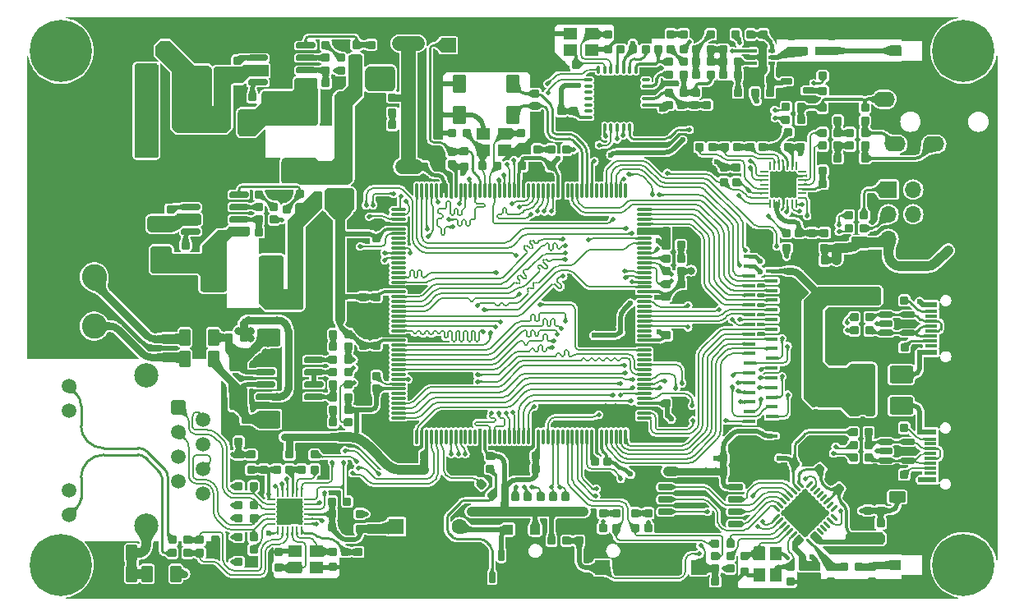
<source format=gtl>
G04 #@! TF.GenerationSoftware,KiCad,Pcbnew,7.0.1-3b83917a11~172~ubuntu22.10.1*
G04 #@! TF.CreationDate,2023-03-21T16:32:08+07:00*
G04 #@! TF.ProjectId,GatewayPlus_V1.4,47617465-7761-4795-906c-75735f56312e,rev?*
G04 #@! TF.SameCoordinates,Original*
G04 #@! TF.FileFunction,Copper,L1,Top*
G04 #@! TF.FilePolarity,Positive*
%FSLAX46Y46*%
G04 Gerber Fmt 4.6, Leading zero omitted, Abs format (unit mm)*
G04 Created by KiCad (PCBNEW 7.0.1-3b83917a11~172~ubuntu22.10.1) date 2023-03-21 16:32:08*
%MOMM*%
%LPD*%
G01*
G04 APERTURE LIST*
G04 Aperture macros list*
%AMRoundRect*
0 Rectangle with rounded corners*
0 $1 Rounding radius*
0 $2 $3 $4 $5 $6 $7 $8 $9 X,Y pos of 4 corners*
0 Add a 4 corners polygon primitive as box body*
4,1,4,$2,$3,$4,$5,$6,$7,$8,$9,$2,$3,0*
0 Add four circle primitives for the rounded corners*
1,1,$1+$1,$2,$3*
1,1,$1+$1,$4,$5*
1,1,$1+$1,$6,$7*
1,1,$1+$1,$8,$9*
0 Add four rect primitives between the rounded corners*
20,1,$1+$1,$2,$3,$4,$5,0*
20,1,$1+$1,$4,$5,$6,$7,0*
20,1,$1+$1,$6,$7,$8,$9,0*
20,1,$1+$1,$8,$9,$2,$3,0*%
%AMRotRect*
0 Rectangle, with rotation*
0 The origin of the aperture is its center*
0 $1 length*
0 $2 width*
0 $3 Rotation angle, in degrees counterclockwise*
0 Add horizontal line*
21,1,$1,$2,0,0,$3*%
%AMFreePoly0*
4,1,19,0.500000,-0.750000,0.000000,-0.750000,0.000000,-0.744911,-0.071157,-0.744911,-0.207708,-0.704816,-0.327430,-0.627875,-0.420627,-0.520320,-0.479746,-0.390866,-0.500000,-0.250000,-0.500000,0.250000,-0.479746,0.390866,-0.420627,0.520320,-0.327430,0.627875,-0.207708,0.704816,-0.071157,0.744911,0.000000,0.744911,0.000000,0.750000,0.500000,0.750000,0.500000,-0.750000,0.500000,-0.750000,
$1*%
%AMFreePoly1*
4,1,19,0.000000,0.744911,0.071157,0.744911,0.207708,0.704816,0.327430,0.627875,0.420627,0.520320,0.479746,0.390866,0.500000,0.250000,0.500000,-0.250000,0.479746,-0.390866,0.420627,-0.520320,0.327430,-0.627875,0.207708,-0.704816,0.071157,-0.744911,0.000000,-0.744911,0.000000,-0.750000,-0.500000,-0.750000,-0.500000,0.750000,0.000000,0.750000,0.000000,0.744911,0.000000,0.744911,
$1*%
%AMFreePoly2*
4,1,14,0.318306,0.106694,0.381694,0.043306,0.400000,-0.000888,0.400000,-0.062500,0.381694,-0.106694,0.337500,-0.125000,-0.337500,-0.125000,-0.381694,-0.106694,-0.400000,-0.062500,-0.400000,0.062500,-0.381694,0.106694,-0.337500,0.125000,0.274112,0.125000,0.318306,0.106694,0.318306,0.106694,$1*%
%AMFreePoly3*
4,1,14,0.381694,0.106694,0.400000,0.062500,0.400000,0.000888,0.381694,-0.043306,0.318306,-0.106694,0.274112,-0.125000,-0.337500,-0.125000,-0.381694,-0.106694,-0.400000,-0.062500,-0.400000,0.062500,-0.381694,0.106694,-0.337500,0.125000,0.337500,0.125000,0.381694,0.106694,0.381694,0.106694,$1*%
%AMFreePoly4*
4,1,14,0.106694,0.381694,0.125000,0.337500,0.125000,-0.337500,0.106694,-0.381694,0.062500,-0.400000,-0.062500,-0.400000,-0.106694,-0.381694,-0.125000,-0.337500,-0.125000,0.274112,-0.106694,0.318306,-0.043306,0.381694,0.000888,0.400000,0.062500,0.400000,0.106694,0.381694,0.106694,0.381694,$1*%
%AMFreePoly5*
4,1,14,0.043306,0.381694,0.106694,0.318306,0.125000,0.274112,0.125000,-0.337500,0.106694,-0.381694,0.062500,-0.400000,-0.062500,-0.400000,-0.106694,-0.381694,-0.125000,-0.337500,-0.125000,0.337500,-0.106694,0.381694,-0.062500,0.400000,-0.000888,0.400000,0.043306,0.381694,0.043306,0.381694,$1*%
%AMFreePoly6*
4,1,14,0.381694,0.106694,0.400000,0.062500,0.400000,-0.062500,0.381694,-0.106694,0.337500,-0.125000,-0.274112,-0.125000,-0.318306,-0.106693,-0.381694,-0.043306,-0.400000,0.000888,-0.400000,0.062500,-0.381694,0.106694,-0.337500,0.125000,0.337500,0.125000,0.381694,0.106694,0.381694,0.106694,$1*%
%AMFreePoly7*
4,1,14,0.381694,0.106694,0.400000,0.062500,0.400000,-0.062500,0.381694,-0.106694,0.337500,-0.125000,-0.337500,-0.125000,-0.381694,-0.106694,-0.400000,-0.062500,-0.400000,-0.000888,-0.381694,0.043306,-0.318306,0.106694,-0.274112,0.125000,0.337500,0.125000,0.381694,0.106694,0.381694,0.106694,$1*%
%AMFreePoly8*
4,1,14,0.106694,0.381694,0.125000,0.337500,0.125000,-0.274112,0.106694,-0.318306,0.043306,-0.381694,-0.000888,-0.400000,-0.062500,-0.400000,-0.106694,-0.381694,-0.125000,-0.337500,-0.125000,0.337500,-0.106694,0.381694,-0.062500,0.400000,0.062500,0.400000,0.106694,0.381694,0.106694,0.381694,$1*%
%AMFreePoly9*
4,1,14,0.106694,0.381694,0.125000,0.337500,0.125000,-0.337500,0.106694,-0.381694,0.062500,-0.400000,0.000888,-0.400000,-0.043306,-0.381693,-0.106694,-0.318306,-0.125000,-0.274112,-0.125000,0.337500,-0.106694,0.381694,-0.062500,0.400000,0.062500,0.400000,0.106694,0.381694,0.106694,0.381694,$1*%
G04 Aperture macros list end*
G04 #@! TA.AperFunction,SMDPad,CuDef*
%ADD10R,1.400000X1.200000*%
G04 #@! TD*
G04 #@! TA.AperFunction,SMDPad,CuDef*
%ADD11RoundRect,0.127500X-0.297500X-0.322500X0.297500X-0.322500X0.297500X0.322500X-0.297500X0.322500X0*%
G04 #@! TD*
G04 #@! TA.AperFunction,SMDPad,CuDef*
%ADD12R,1.100000X1.100000*%
G04 #@! TD*
G04 #@! TA.AperFunction,SMDPad,CuDef*
%ADD13R,2.200000X1.100000*%
G04 #@! TD*
G04 #@! TA.AperFunction,SMDPad,CuDef*
%ADD14RoundRect,0.127500X-0.322500X0.297500X-0.322500X-0.297500X0.322500X-0.297500X0.322500X0.297500X0*%
G04 #@! TD*
G04 #@! TA.AperFunction,SMDPad,CuDef*
%ADD15RoundRect,0.090000X0.560000X0.210000X-0.560000X0.210000X-0.560000X-0.210000X0.560000X-0.210000X0*%
G04 #@! TD*
G04 #@! TA.AperFunction,SMDPad,CuDef*
%ADD16RoundRect,0.127500X0.297500X0.322500X-0.297500X0.322500X-0.297500X-0.322500X0.297500X-0.322500X0*%
G04 #@! TD*
G04 #@! TA.AperFunction,ComponentPad*
%ADD17C,0.800000*%
G04 #@! TD*
G04 #@! TA.AperFunction,ComponentPad*
%ADD18C,6.400000*%
G04 #@! TD*
G04 #@! TA.AperFunction,SMDPad,CuDef*
%ADD19RoundRect,0.062500X0.062500X-0.350000X0.062500X0.350000X-0.062500X0.350000X-0.062500X-0.350000X0*%
G04 #@! TD*
G04 #@! TA.AperFunction,SMDPad,CuDef*
%ADD20RoundRect,0.062500X0.350000X-0.062500X0.350000X0.062500X-0.350000X0.062500X-0.350000X-0.062500X0*%
G04 #@! TD*
G04 #@! TA.AperFunction,ComponentPad*
%ADD21C,0.500000*%
G04 #@! TD*
G04 #@! TA.AperFunction,SMDPad,CuDef*
%ADD22RoundRect,0.130000X1.170000X-1.170000X1.170000X1.170000X-1.170000X1.170000X-1.170000X-1.170000X0*%
G04 #@! TD*
G04 #@! TA.AperFunction,SMDPad,CuDef*
%ADD23RoundRect,0.127500X0.322500X-0.297500X0.322500X0.297500X-0.322500X0.297500X-0.322500X-0.297500X0*%
G04 #@! TD*
G04 #@! TA.AperFunction,SMDPad,CuDef*
%ADD24RoundRect,0.130000X0.520000X0.820000X-0.520000X0.820000X-0.520000X-0.820000X0.520000X-0.820000X0*%
G04 #@! TD*
G04 #@! TA.AperFunction,SMDPad,CuDef*
%ADD25RoundRect,0.062500X0.309359X-0.220971X-0.220971X0.309359X-0.309359X0.220971X0.220971X-0.309359X0*%
G04 #@! TD*
G04 #@! TA.AperFunction,SMDPad,CuDef*
%ADD26RoundRect,0.062500X0.309359X0.220971X0.220971X0.309359X-0.309359X-0.220971X-0.220971X-0.309359X0*%
G04 #@! TD*
G04 #@! TA.AperFunction,ComponentPad*
%ADD27C,0.600000*%
G04 #@! TD*
G04 #@! TA.AperFunction,SMDPad,CuDef*
%ADD28RotRect,3.450000X3.450000X135.000000*%
G04 #@! TD*
G04 #@! TA.AperFunction,SMDPad,CuDef*
%ADD29FreePoly0,0.000000*%
G04 #@! TD*
G04 #@! TA.AperFunction,SMDPad,CuDef*
%ADD30FreePoly1,0.000000*%
G04 #@! TD*
G04 #@! TA.AperFunction,SMDPad,CuDef*
%ADD31R,1.200000X1.400000*%
G04 #@! TD*
G04 #@! TA.AperFunction,SMDPad,CuDef*
%ADD32RoundRect,0.150000X-0.525000X0.350000X-0.525000X-0.350000X0.525000X-0.350000X0.525000X0.350000X0*%
G04 #@! TD*
G04 #@! TA.AperFunction,ComponentPad*
%ADD33R,2.600000X2.600000*%
G04 #@! TD*
G04 #@! TA.AperFunction,ComponentPad*
%ADD34C,2.600000*%
G04 #@! TD*
G04 #@! TA.AperFunction,SMDPad,CuDef*
%ADD35RoundRect,0.250000X-0.550000X1.500000X-0.550000X-1.500000X0.550000X-1.500000X0.550000X1.500000X0*%
G04 #@! TD*
G04 #@! TA.AperFunction,SMDPad,CuDef*
%ADD36RoundRect,0.172500X-0.402500X-0.702500X0.402500X-0.702500X0.402500X0.702500X-0.402500X0.702500X0*%
G04 #@! TD*
G04 #@! TA.AperFunction,ComponentPad*
%ADD37R,2.000000X4.600000*%
G04 #@! TD*
G04 #@! TA.AperFunction,ComponentPad*
%ADD38O,2.000000X4.200000*%
G04 #@! TD*
G04 #@! TA.AperFunction,ComponentPad*
%ADD39O,4.200000X2.000000*%
G04 #@! TD*
G04 #@! TA.AperFunction,SMDPad,CuDef*
%ADD40RoundRect,0.172500X0.702500X-0.402500X0.702500X0.402500X-0.702500X0.402500X-0.702500X-0.402500X0*%
G04 #@! TD*
G04 #@! TA.AperFunction,SMDPad,CuDef*
%ADD41RoundRect,0.075000X-0.075000X0.312500X-0.075000X-0.312500X0.075000X-0.312500X0.075000X0.312500X0*%
G04 #@! TD*
G04 #@! TA.AperFunction,SMDPad,CuDef*
%ADD42RoundRect,0.075000X-0.312500X0.075000X-0.312500X-0.075000X0.312500X-0.075000X0.312500X0.075000X0*%
G04 #@! TD*
G04 #@! TA.AperFunction,SMDPad,CuDef*
%ADD43R,4.800000X4.800000*%
G04 #@! TD*
G04 #@! TA.AperFunction,SMDPad,CuDef*
%ADD44RoundRect,0.180000X-1.020000X-0.720000X1.020000X-0.720000X1.020000X0.720000X-1.020000X0.720000X0*%
G04 #@! TD*
G04 #@! TA.AperFunction,SMDPad,CuDef*
%ADD45RoundRect,0.172500X0.402500X1.177500X-0.402500X1.177500X-0.402500X-1.177500X0.402500X-1.177500X0*%
G04 #@! TD*
G04 #@! TA.AperFunction,SMDPad,CuDef*
%ADD46RoundRect,0.127500X-0.438406X-0.017678X-0.017678X-0.438406X0.438406X0.017678X0.017678X0.438406X0*%
G04 #@! TD*
G04 #@! TA.AperFunction,SMDPad,CuDef*
%ADD47RoundRect,0.180000X-0.720000X1.020000X-0.720000X-1.020000X0.720000X-1.020000X0.720000X1.020000X0*%
G04 #@! TD*
G04 #@! TA.AperFunction,SMDPad,CuDef*
%ADD48R,1.500000X1.500000*%
G04 #@! TD*
G04 #@! TA.AperFunction,SMDPad,CuDef*
%ADD49RoundRect,0.075000X-0.075000X0.675000X-0.075000X-0.675000X0.075000X-0.675000X0.075000X0.675000X0*%
G04 #@! TD*
G04 #@! TA.AperFunction,SMDPad,CuDef*
%ADD50RoundRect,0.075000X-0.675000X0.075000X-0.675000X-0.075000X0.675000X-0.075000X0.675000X0.075000X0*%
G04 #@! TD*
G04 #@! TA.AperFunction,SMDPad,CuDef*
%ADD51RoundRect,0.090000X0.885000X0.210000X-0.885000X0.210000X-0.885000X-0.210000X0.885000X-0.210000X0*%
G04 #@! TD*
G04 #@! TA.AperFunction,ComponentPad*
%ADD52C,1.600000*%
G04 #@! TD*
G04 #@! TA.AperFunction,SMDPad,CuDef*
%ADD53RoundRect,0.090000X0.210000X-0.510000X0.210000X0.510000X-0.210000X0.510000X-0.210000X-0.510000X0*%
G04 #@! TD*
G04 #@! TA.AperFunction,SMDPad,CuDef*
%ADD54RoundRect,0.127500X0.438406X0.017678X0.017678X0.438406X-0.438406X-0.017678X-0.017678X-0.438406X0*%
G04 #@! TD*
G04 #@! TA.AperFunction,SMDPad,CuDef*
%ADD55RoundRect,0.090000X0.510000X0.210000X-0.510000X0.210000X-0.510000X-0.210000X0.510000X-0.210000X0*%
G04 #@! TD*
G04 #@! TA.AperFunction,SMDPad,CuDef*
%ADD56R,1.300000X0.600000*%
G04 #@! TD*
G04 #@! TA.AperFunction,SMDPad,CuDef*
%ADD57R,1.300000X0.300000*%
G04 #@! TD*
G04 #@! TA.AperFunction,ComponentPad*
%ADD58O,2.100000X1.000000*%
G04 #@! TD*
G04 #@! TA.AperFunction,ComponentPad*
%ADD59O,1.600000X1.000000*%
G04 #@! TD*
G04 #@! TA.AperFunction,SMDPad,CuDef*
%ADD60RoundRect,0.127500X0.017678X-0.438406X0.438406X-0.017678X-0.017678X0.438406X-0.438406X0.017678X0*%
G04 #@! TD*
G04 #@! TA.AperFunction,SMDPad,CuDef*
%ADD61RoundRect,0.172500X0.402500X0.702500X-0.402500X0.702500X-0.402500X-0.702500X0.402500X-0.702500X0*%
G04 #@! TD*
G04 #@! TA.AperFunction,SMDPad,CuDef*
%ADD62RoundRect,0.250000X0.300000X0.300000X-0.300000X0.300000X-0.300000X-0.300000X0.300000X-0.300000X0*%
G04 #@! TD*
G04 #@! TA.AperFunction,SMDPad,CuDef*
%ADD63RoundRect,0.150000X-0.650000X-0.150000X0.650000X-0.150000X0.650000X0.150000X-0.650000X0.150000X0*%
G04 #@! TD*
G04 #@! TA.AperFunction,SMDPad,CuDef*
%ADD64RoundRect,0.172500X-0.702500X0.402500X-0.702500X-0.402500X0.702500X-0.402500X0.702500X0.402500X0*%
G04 #@! TD*
G04 #@! TA.AperFunction,ComponentPad*
%ADD65RoundRect,0.250500X-0.499500X0.499500X-0.499500X-0.499500X0.499500X-0.499500X0.499500X0.499500X0*%
G04 #@! TD*
G04 #@! TA.AperFunction,ComponentPad*
%ADD66C,1.500000*%
G04 #@! TD*
G04 #@! TA.AperFunction,ComponentPad*
%ADD67C,2.500000*%
G04 #@! TD*
G04 #@! TA.AperFunction,SMDPad,CuDef*
%ADD68RoundRect,0.229000X0.916000X1.271000X-0.916000X1.271000X-0.916000X-1.271000X0.916000X-1.271000X0*%
G04 #@! TD*
G04 #@! TA.AperFunction,ComponentPad*
%ADD69O,2.200000X1.600000*%
G04 #@! TD*
G04 #@! TA.AperFunction,SMDPad,CuDef*
%ADD70RoundRect,0.180000X0.720000X-1.020000X0.720000X1.020000X-0.720000X1.020000X-0.720000X-1.020000X0*%
G04 #@! TD*
G04 #@! TA.AperFunction,SMDPad,CuDef*
%ADD71R,1.200000X0.400000*%
G04 #@! TD*
G04 #@! TA.AperFunction,SMDPad,CuDef*
%ADD72RoundRect,0.330000X-0.770000X-0.770000X0.770000X-0.770000X0.770000X0.770000X-0.770000X0.770000X0*%
G04 #@! TD*
G04 #@! TA.AperFunction,SMDPad,CuDef*
%ADD73FreePoly2,90.000000*%
G04 #@! TD*
G04 #@! TA.AperFunction,SMDPad,CuDef*
%ADD74RoundRect,0.062500X0.062500X-0.337500X0.062500X0.337500X-0.062500X0.337500X-0.062500X-0.337500X0*%
G04 #@! TD*
G04 #@! TA.AperFunction,SMDPad,CuDef*
%ADD75FreePoly3,90.000000*%
G04 #@! TD*
G04 #@! TA.AperFunction,SMDPad,CuDef*
%ADD76FreePoly4,90.000000*%
G04 #@! TD*
G04 #@! TA.AperFunction,SMDPad,CuDef*
%ADD77RoundRect,0.062500X0.337500X-0.062500X0.337500X0.062500X-0.337500X0.062500X-0.337500X-0.062500X0*%
G04 #@! TD*
G04 #@! TA.AperFunction,SMDPad,CuDef*
%ADD78FreePoly5,90.000000*%
G04 #@! TD*
G04 #@! TA.AperFunction,SMDPad,CuDef*
%ADD79FreePoly6,90.000000*%
G04 #@! TD*
G04 #@! TA.AperFunction,SMDPad,CuDef*
%ADD80FreePoly7,90.000000*%
G04 #@! TD*
G04 #@! TA.AperFunction,SMDPad,CuDef*
%ADD81FreePoly8,90.000000*%
G04 #@! TD*
G04 #@! TA.AperFunction,SMDPad,CuDef*
%ADD82FreePoly9,90.000000*%
G04 #@! TD*
G04 #@! TA.AperFunction,SMDPad,CuDef*
%ADD83R,2.400000X2.400000*%
G04 #@! TD*
G04 #@! TA.AperFunction,SMDPad,CuDef*
%ADD84R,0.650000X0.400000*%
G04 #@! TD*
G04 #@! TA.AperFunction,SMDPad,CuDef*
%ADD85RoundRect,0.235000X-0.940000X-1.465000X0.940000X-1.465000X0.940000X1.465000X-0.940000X1.465000X0*%
G04 #@! TD*
G04 #@! TA.AperFunction,SMDPad,CuDef*
%ADD86RoundRect,0.235000X-1.465000X0.940000X-1.465000X-0.940000X1.465000X-0.940000X1.465000X0.940000X0*%
G04 #@! TD*
G04 #@! TA.AperFunction,ComponentPad*
%ADD87R,1.600000X1.600000*%
G04 #@! TD*
G04 #@! TA.AperFunction,ComponentPad*
%ADD88R,1.700000X1.700000*%
G04 #@! TD*
G04 #@! TA.AperFunction,ComponentPad*
%ADD89O,1.700000X1.700000*%
G04 #@! TD*
G04 #@! TA.AperFunction,ViaPad*
%ADD90C,0.600000*%
G04 #@! TD*
G04 #@! TA.AperFunction,ViaPad*
%ADD91C,0.500000*%
G04 #@! TD*
G04 #@! TA.AperFunction,ViaPad*
%ADD92C,1.000000*%
G04 #@! TD*
G04 #@! TA.AperFunction,ViaPad*
%ADD93C,0.800000*%
G04 #@! TD*
G04 #@! TA.AperFunction,Conductor*
%ADD94C,0.500000*%
G04 #@! TD*
G04 #@! TA.AperFunction,Conductor*
%ADD95C,0.300000*%
G04 #@! TD*
G04 #@! TA.AperFunction,Conductor*
%ADD96C,0.250000*%
G04 #@! TD*
G04 #@! TA.AperFunction,Conductor*
%ADD97C,0.400000*%
G04 #@! TD*
G04 #@! TA.AperFunction,Conductor*
%ADD98C,0.800000*%
G04 #@! TD*
G04 #@! TA.AperFunction,Conductor*
%ADD99C,0.200000*%
G04 #@! TD*
G04 #@! TA.AperFunction,Conductor*
%ADD100C,1.500000*%
G04 #@! TD*
G04 #@! TA.AperFunction,Conductor*
%ADD101C,1.000000*%
G04 #@! TD*
G04 APERTURE END LIST*
D10*
X124830000Y-114809056D03*
X127030000Y-114809056D03*
X127030000Y-113109056D03*
X124830000Y-113109056D03*
D11*
X168125000Y-113599056D03*
X169675000Y-113599056D03*
D12*
X186760000Y-114509056D03*
D13*
X188410000Y-112959056D03*
X188409665Y-116059056D03*
D14*
X175910000Y-114684056D03*
X175910000Y-116234056D03*
D15*
X187967500Y-90599056D03*
X187967500Y-89649056D03*
X187967500Y-88699056D03*
X185692500Y-88699056D03*
X185692500Y-89649056D03*
X185692500Y-90599056D03*
D14*
X185170000Y-107364056D03*
X185170000Y-108914056D03*
D16*
X164635000Y-86834056D03*
X163085000Y-86834056D03*
D17*
X191310000Y-61509056D03*
X192012944Y-59812000D03*
X192012944Y-63206112D03*
X193710000Y-59109056D03*
D18*
X193710000Y-61509056D03*
D17*
X193710000Y-63909056D03*
X195407056Y-59812000D03*
X195407056Y-63206112D03*
X196110000Y-61509056D03*
D14*
X131910000Y-85334056D03*
X131910000Y-86884056D03*
D16*
X122675000Y-77601556D03*
X121125000Y-77601556D03*
D11*
X151235000Y-71679056D03*
X152785000Y-71679056D03*
D14*
X125320000Y-76271556D03*
X125320000Y-77821556D03*
D16*
X183937500Y-103429056D03*
X182387500Y-103429056D03*
D19*
X123050000Y-110946556D03*
X123550000Y-110946556D03*
X124050000Y-110946556D03*
X124550000Y-110946556D03*
X125050000Y-110946556D03*
X125550000Y-110946556D03*
D20*
X126237500Y-110259056D03*
X126237500Y-109759056D03*
X126237500Y-109259056D03*
X126237500Y-108759056D03*
X126237500Y-108259056D03*
X126237500Y-107759056D03*
D19*
X125550000Y-107071556D03*
X125050000Y-107071556D03*
X124550000Y-107071556D03*
X124050000Y-107071556D03*
X123550000Y-107071556D03*
X123050000Y-107071556D03*
D20*
X122362500Y-107759056D03*
X122362500Y-108259056D03*
X122362500Y-108759056D03*
X122362500Y-109259056D03*
X122362500Y-109759056D03*
X122362500Y-110259056D03*
D21*
X123350000Y-109959056D03*
X124300000Y-109959056D03*
X125250000Y-109959056D03*
X123350000Y-109009056D03*
X124300000Y-109009056D03*
D22*
X124300000Y-109009056D03*
D21*
X125250000Y-109009056D03*
X123350000Y-108059056D03*
X124300000Y-108059056D03*
X125250000Y-108059056D03*
D23*
X178085000Y-81834056D03*
X178085000Y-80284056D03*
D11*
X119025000Y-106409056D03*
X120575000Y-106409056D03*
X177885000Y-83109056D03*
X179435000Y-83109056D03*
D24*
X147300000Y-64929056D03*
X141800000Y-64929056D03*
X141800000Y-68129056D03*
X147300000Y-68129056D03*
D16*
X164635000Y-80134056D03*
X163085000Y-80134056D03*
D25*
X177876136Y-112110066D03*
X178229689Y-111756512D03*
X178583243Y-111402959D03*
X178936796Y-111049405D03*
X179290349Y-110695852D03*
X179643903Y-110342299D03*
X179997456Y-109988745D03*
X180351010Y-109635192D03*
D26*
X180351010Y-108662920D03*
X179997456Y-108309367D03*
X179643903Y-107955813D03*
X179290349Y-107602260D03*
X178936796Y-107248707D03*
X178583243Y-106895153D03*
X178229689Y-106541600D03*
X177876136Y-106188046D03*
D25*
X176903864Y-106188046D03*
X176550311Y-106541600D03*
X176196757Y-106895153D03*
X175843204Y-107248707D03*
X175489651Y-107602260D03*
X175136097Y-107955813D03*
X174782544Y-108309367D03*
X174428990Y-108662920D03*
D26*
X174428990Y-109635192D03*
X174782544Y-109988745D03*
X175136097Y-110342299D03*
X175489651Y-110695852D03*
X175843204Y-111049405D03*
X176196757Y-111402959D03*
X176550311Y-111756512D03*
X176903864Y-112110066D03*
D27*
X177390000Y-109997584D03*
X178238528Y-109149056D03*
X177390000Y-109149056D03*
D28*
X177390000Y-109149056D03*
D27*
X176559150Y-109166734D03*
X177407678Y-108318206D03*
D11*
X119025000Y-111609056D03*
X120575000Y-111609056D03*
D29*
X131280000Y-64399056D03*
D30*
X132580000Y-64399056D03*
D14*
X133210000Y-90334056D03*
X133210000Y-91884056D03*
X167660000Y-59809056D03*
X167660000Y-61359056D03*
X113570000Y-81546556D03*
X113570000Y-83096556D03*
D17*
X191310000Y-114509056D03*
X192012944Y-112812000D03*
X192012944Y-116206112D03*
X193710000Y-112109056D03*
D18*
X193710000Y-114509056D03*
D17*
X193710000Y-116909056D03*
X195407056Y-112812000D03*
X195407056Y-116206112D03*
X196110000Y-114509056D03*
D16*
X180760000Y-75199195D03*
X179210000Y-75199195D03*
D31*
X174370000Y-115509056D03*
X174370000Y-113309056D03*
X172670000Y-113309056D03*
X172670000Y-115509056D03*
D23*
X130030000Y-114724056D03*
X130030000Y-113174056D03*
D11*
X168935000Y-62634056D03*
X170485000Y-62634056D03*
D32*
X111795000Y-91209056D03*
X111795000Y-93109056D03*
D33*
X104150000Y-79729056D03*
D34*
X104150000Y-84809056D03*
X104150000Y-89889056D03*
D16*
X113755000Y-111939056D03*
X112205000Y-111939056D03*
D35*
X114830000Y-67999056D03*
X114830000Y-73599056D03*
D16*
X120575000Y-112909056D03*
X119025000Y-112909056D03*
D23*
X176785000Y-81834056D03*
X176785000Y-80284056D03*
D14*
X166160000Y-59809056D03*
X166160000Y-61359056D03*
D11*
X120455000Y-66299056D03*
X122005000Y-66299056D03*
D14*
X153560000Y-67734056D03*
X153560000Y-69284056D03*
D23*
X118930000Y-65499056D03*
X118930000Y-63949056D03*
D36*
X105065000Y-115419056D03*
X108015000Y-115419056D03*
D23*
X150120000Y-109004056D03*
X150120000Y-107454056D03*
D11*
X182010000Y-67359056D03*
X183560000Y-67359056D03*
D37*
X109530000Y-70034056D03*
D38*
X103230000Y-70034056D03*
D39*
X106630000Y-74834056D03*
D16*
X130210000Y-110629056D03*
X128660000Y-110629056D03*
D40*
X180230000Y-99674056D03*
X180230000Y-96724056D03*
D41*
X159985000Y-63446556D03*
X159335000Y-63446556D03*
X158685000Y-63446556D03*
X158035000Y-63446556D03*
X157385000Y-63446556D03*
X156735000Y-63446556D03*
X156085000Y-63446556D03*
D42*
X155047500Y-64484056D03*
X155047500Y-65134056D03*
X155047500Y-65784056D03*
X155047500Y-66434056D03*
X155047500Y-67084056D03*
X155047500Y-67734056D03*
X155047500Y-68384056D03*
D41*
X156085000Y-69421556D03*
X156735000Y-69421556D03*
X157385000Y-69421556D03*
X158035000Y-69421556D03*
X158685000Y-69421556D03*
X159335000Y-69421556D03*
X159985000Y-69421556D03*
D42*
X161022500Y-68384056D03*
X161022500Y-67734056D03*
X161022500Y-67084056D03*
X161022500Y-66434056D03*
X161022500Y-65784056D03*
X161022500Y-65134056D03*
X161022500Y-64484056D03*
D43*
X158035000Y-66434056D03*
D16*
X180760000Y-69984056D03*
X179210000Y-69984056D03*
D11*
X168935000Y-63934056D03*
X170485000Y-63934056D03*
D44*
X183242500Y-94869056D03*
X187292500Y-94869056D03*
D14*
X175485000Y-80284056D03*
X175485000Y-81834056D03*
D45*
X132755000Y-67249056D03*
X129805000Y-67249056D03*
D16*
X167685000Y-63934056D03*
X166135000Y-63934056D03*
X130325000Y-92034056D03*
X128775000Y-92034056D03*
D46*
X144051992Y-106191048D03*
X145148008Y-107287064D03*
D11*
X182010000Y-68684056D03*
X183560000Y-68684056D03*
D47*
X111070000Y-83046556D03*
X111070000Y-87096556D03*
D11*
X139435000Y-71909056D03*
X140985000Y-71909056D03*
X163335000Y-63934056D03*
X164885000Y-63934056D03*
D16*
X180735000Y-67359056D03*
X179185000Y-67359056D03*
D23*
X170310000Y-75055000D03*
X170310000Y-73505000D03*
X178510000Y-116234056D03*
X178510000Y-114684056D03*
D14*
X171735000Y-69884056D03*
X171735000Y-71434056D03*
X138110000Y-71884056D03*
X138110000Y-73434056D03*
D11*
X148085000Y-103284056D03*
X149635000Y-103284056D03*
X143385000Y-104589056D03*
X144935000Y-104589056D03*
D14*
X168960000Y-59809056D03*
X168960000Y-61359056D03*
D45*
X127820000Y-83471556D03*
X124870000Y-83471556D03*
D48*
X148435000Y-60934056D03*
X140635000Y-60934056D03*
D23*
X160960000Y-61359056D03*
X160960000Y-59809056D03*
D14*
X167260000Y-67084056D03*
X167260000Y-68634056D03*
X185170000Y-110224056D03*
X185170000Y-111774056D03*
D23*
X149590000Y-68734056D03*
X149590000Y-67184056D03*
D49*
X158910000Y-75934056D03*
X158410000Y-75934056D03*
X157910000Y-75934056D03*
X157410000Y-75934056D03*
X156910000Y-75934056D03*
X156410000Y-75934056D03*
X155910000Y-75934056D03*
X155410000Y-75934056D03*
X154910000Y-75934056D03*
X154410000Y-75934056D03*
X153910000Y-75934056D03*
X153410000Y-75934056D03*
X152910000Y-75934056D03*
X152410000Y-75934056D03*
X151910000Y-75934056D03*
X151410000Y-75934056D03*
X150910000Y-75934056D03*
X150410000Y-75934056D03*
X149910000Y-75934056D03*
X149410000Y-75934056D03*
X148910000Y-75934056D03*
X148410000Y-75934056D03*
X147910000Y-75934056D03*
X147410000Y-75934056D03*
X146910000Y-75934056D03*
X146410000Y-75934056D03*
X145910000Y-75934056D03*
X145410000Y-75934056D03*
X144910000Y-75934056D03*
X144410000Y-75934056D03*
X143910000Y-75934056D03*
X143410000Y-75934056D03*
X142910000Y-75934056D03*
X142410000Y-75934056D03*
X141910000Y-75934056D03*
X141410000Y-75934056D03*
X140910000Y-75934056D03*
X140410000Y-75934056D03*
X139910000Y-75934056D03*
X139410000Y-75934056D03*
X138910000Y-75934056D03*
X138410000Y-75934056D03*
X137910000Y-75934056D03*
X137410000Y-75934056D03*
D50*
X135485000Y-77859056D03*
X135485000Y-78359056D03*
X135485000Y-78859056D03*
X135485000Y-79359056D03*
X135485000Y-79859056D03*
X135485000Y-80359056D03*
X135485000Y-80859056D03*
X135485000Y-81359056D03*
X135485000Y-81859056D03*
X135485000Y-82359056D03*
X135485000Y-82859056D03*
X135485000Y-83359056D03*
X135485000Y-83859056D03*
X135485000Y-84359056D03*
X135485000Y-84859056D03*
X135485000Y-85359056D03*
X135485000Y-85859056D03*
X135485000Y-86359056D03*
X135485000Y-86859056D03*
X135485000Y-87359056D03*
X135485000Y-87859056D03*
X135485000Y-88359056D03*
X135485000Y-88859056D03*
X135485000Y-89359056D03*
X135485000Y-89859056D03*
X135485000Y-90359056D03*
X135485000Y-90859056D03*
X135485000Y-91359056D03*
X135485000Y-91859056D03*
X135485000Y-92359056D03*
X135485000Y-92859056D03*
X135485000Y-93359056D03*
X135485000Y-93859056D03*
X135485000Y-94359056D03*
X135485000Y-94859056D03*
X135485000Y-95359056D03*
X135485000Y-95859056D03*
X135485000Y-96359056D03*
X135485000Y-96859056D03*
X135485000Y-97359056D03*
X135485000Y-97859056D03*
X135485000Y-98359056D03*
X135485000Y-98859056D03*
X135485000Y-99359056D03*
D49*
X137410000Y-101284056D03*
X137910000Y-101284056D03*
X138410000Y-101284056D03*
X138910000Y-101284056D03*
X139410000Y-101284056D03*
X139910000Y-101284056D03*
X140410000Y-101284056D03*
X140910000Y-101284056D03*
X141410000Y-101284056D03*
X141910000Y-101284056D03*
X142410000Y-101284056D03*
X142910000Y-101284056D03*
X143410000Y-101284056D03*
X143910000Y-101284056D03*
X144410000Y-101284056D03*
X144910000Y-101284056D03*
X145410000Y-101284056D03*
X145910000Y-101284056D03*
X146410000Y-101284056D03*
X146910000Y-101284056D03*
X147410000Y-101284056D03*
X147910000Y-101284056D03*
X148410000Y-101284056D03*
X148910000Y-101284056D03*
X149410000Y-101284056D03*
X149910000Y-101284056D03*
X150410000Y-101284056D03*
X150910000Y-101284056D03*
X151410000Y-101284056D03*
X151910000Y-101284056D03*
X152410000Y-101284056D03*
X152910000Y-101284056D03*
X153410000Y-101284056D03*
X153910000Y-101284056D03*
X154410000Y-101284056D03*
X154910000Y-101284056D03*
X155410000Y-101284056D03*
X155910000Y-101284056D03*
X156410000Y-101284056D03*
X156910000Y-101284056D03*
X157410000Y-101284056D03*
X157910000Y-101284056D03*
X158410000Y-101284056D03*
X158910000Y-101284056D03*
D50*
X160835000Y-99359056D03*
X160835000Y-98859056D03*
X160835000Y-98359056D03*
X160835000Y-97859056D03*
X160835000Y-97359056D03*
X160835000Y-96859056D03*
X160835000Y-96359056D03*
X160835000Y-95859056D03*
X160835000Y-95359056D03*
X160835000Y-94859056D03*
X160835000Y-94359056D03*
X160835000Y-93859056D03*
X160835000Y-93359056D03*
X160835000Y-92859056D03*
X160835000Y-92359056D03*
X160835000Y-91859056D03*
X160835000Y-91359056D03*
X160835000Y-90859056D03*
X160835000Y-90359056D03*
X160835000Y-89859056D03*
X160835000Y-89359056D03*
X160835000Y-88859056D03*
X160835000Y-88359056D03*
X160835000Y-87859056D03*
X160835000Y-87359056D03*
X160835000Y-86859056D03*
X160835000Y-86359056D03*
X160835000Y-85859056D03*
X160835000Y-85359056D03*
X160835000Y-84859056D03*
X160835000Y-84359056D03*
X160835000Y-83859056D03*
X160835000Y-83359056D03*
X160835000Y-82859056D03*
X160835000Y-82359056D03*
X160835000Y-81859056D03*
X160835000Y-81359056D03*
X160835000Y-80859056D03*
X160835000Y-80359056D03*
X160835000Y-79859056D03*
X160835000Y-79359056D03*
X160835000Y-78859056D03*
X160835000Y-78359056D03*
X160835000Y-77859056D03*
D16*
X174635000Y-59834056D03*
X173085000Y-59834056D03*
X164885000Y-65809056D03*
X163335000Y-65809056D03*
D14*
X125550000Y-103134056D03*
X125550000Y-104684056D03*
D11*
X128660000Y-107969056D03*
X130210000Y-107969056D03*
D14*
X164660000Y-67084056D03*
X164660000Y-68634056D03*
D11*
X182010000Y-69984056D03*
X183560000Y-69984056D03*
D16*
X152815000Y-112009056D03*
X151265000Y-112009056D03*
D23*
X177210000Y-116234056D03*
X177210000Y-114684056D03*
D16*
X129555000Y-63524056D03*
X128005000Y-63524056D03*
D51*
X126775000Y-97179056D03*
X126775000Y-95909056D03*
X126775000Y-94639056D03*
X126775000Y-93369056D03*
X121825000Y-93369056D03*
X121825000Y-94639056D03*
X121825000Y-95909056D03*
X121825000Y-97179056D03*
D17*
X98310000Y-61509056D03*
X99012944Y-59812000D03*
X99012944Y-63206112D03*
X100710000Y-59109056D03*
D18*
X100710000Y-61509056D03*
D17*
X100710000Y-63909056D03*
X102407056Y-59812000D03*
X102407056Y-63206112D03*
X103110000Y-61509056D03*
D16*
X187600000Y-100379056D03*
X186050000Y-100379056D03*
D45*
X132755000Y-70499056D03*
X129805000Y-70499056D03*
D52*
X111470000Y-61479056D03*
X106470000Y-60279056D03*
D53*
X145140000Y-115786556D03*
X147040000Y-115786556D03*
X146090000Y-113511556D03*
D44*
X122125000Y-99499056D03*
X126175000Y-99499056D03*
D11*
X163085000Y-84234056D03*
X164635000Y-84234056D03*
D54*
X179998008Y-105747064D03*
X178901992Y-104651048D03*
D14*
X122950000Y-103134056D03*
X122950000Y-104684056D03*
D12*
X186760000Y-61509056D03*
D13*
X188410000Y-59959056D03*
X188409665Y-63059056D03*
D23*
X162260000Y-61359056D03*
X162260000Y-59809056D03*
D16*
X113755000Y-113284056D03*
X112205000Y-113284056D03*
D11*
X136585000Y-103259056D03*
X138135000Y-103259056D03*
D14*
X175635000Y-69884056D03*
X175635000Y-71434056D03*
D16*
X183937500Y-100829056D03*
X182387500Y-100829056D03*
D23*
X118930000Y-62499056D03*
X118930000Y-60949056D03*
D16*
X130325000Y-93324056D03*
X128775000Y-93324056D03*
D55*
X177722500Y-65609056D03*
X177722500Y-63709056D03*
X175447500Y-64659056D03*
D56*
X190345000Y-93399056D03*
X190345000Y-92599056D03*
D57*
X190345000Y-91399056D03*
X190345000Y-90399056D03*
X190345000Y-89899056D03*
X190345000Y-88899056D03*
D56*
X190345000Y-87699056D03*
X190345000Y-86899056D03*
X190345000Y-86899056D03*
X190345000Y-87699056D03*
D57*
X190345000Y-88399056D03*
X190345000Y-89399056D03*
X190345000Y-90899056D03*
X190345000Y-91899056D03*
D56*
X190345000Y-92599056D03*
X190345000Y-93399056D03*
D58*
X191340000Y-94469056D03*
D59*
X195520000Y-94469056D03*
D58*
X191340000Y-85829056D03*
D59*
X195520000Y-85829056D03*
D14*
X180110000Y-59984056D03*
X180110000Y-61534056D03*
X126850000Y-103134056D03*
X126850000Y-104684056D03*
D23*
X163560000Y-61359056D03*
X163560000Y-59809056D03*
D16*
X183937500Y-102129056D03*
X182387500Y-102129056D03*
D56*
X190325000Y-106529056D03*
X190325000Y-105729056D03*
D57*
X190325000Y-104529056D03*
X190325000Y-103529056D03*
X190325000Y-103029056D03*
X190325000Y-102029056D03*
D56*
X190325000Y-100829056D03*
X190325000Y-100029056D03*
X190325000Y-100029056D03*
X190325000Y-100829056D03*
D57*
X190325000Y-101529056D03*
X190325000Y-102529056D03*
X190325000Y-104029056D03*
X190325000Y-105029056D03*
D56*
X190325000Y-105729056D03*
X190325000Y-106529056D03*
D58*
X191320000Y-107599056D03*
D59*
X195500000Y-107599056D03*
D58*
X191320000Y-98959056D03*
D59*
X195500000Y-98959056D03*
D11*
X143385000Y-103284056D03*
X144935000Y-103284056D03*
D14*
X120350000Y-103134056D03*
X120350000Y-104684056D03*
D36*
X109835000Y-63899056D03*
X112785000Y-63899056D03*
D60*
X175221992Y-105187064D03*
X176318008Y-104091048D03*
D11*
X166135000Y-62634056D03*
X167685000Y-62634056D03*
D14*
X156560000Y-109174056D03*
X156560000Y-110724056D03*
D11*
X141010000Y-70009056D03*
X142560000Y-70009056D03*
X148085000Y-104584056D03*
X149635000Y-104584056D03*
D16*
X183450000Y-79784056D03*
X181900000Y-79784056D03*
X122675000Y-78901556D03*
X121125000Y-78901556D03*
D23*
X112020000Y-80871556D03*
X112020000Y-79321556D03*
D14*
X133210000Y-85334056D03*
X133210000Y-86884056D03*
D16*
X120575000Y-114209056D03*
X119025000Y-114209056D03*
D14*
X184240000Y-114684056D03*
X184240000Y-116234056D03*
D16*
X130325000Y-94624056D03*
X128775000Y-94624056D03*
D11*
X139435000Y-73234056D03*
X140985000Y-73234056D03*
D23*
X148820000Y-109004056D03*
X148820000Y-107454056D03*
D16*
X152785000Y-73409056D03*
X151235000Y-73409056D03*
D23*
X159880000Y-110724056D03*
X159880000Y-109174056D03*
D14*
X179210000Y-64084056D03*
X179210000Y-65634056D03*
D16*
X130210000Y-109269056D03*
X128660000Y-109269056D03*
D14*
X183860000Y-107364056D03*
X183860000Y-108914056D03*
D16*
X170520000Y-103524056D03*
X168970000Y-103524056D03*
D11*
X115055000Y-113289056D03*
X116605000Y-113289056D03*
D61*
X116445000Y-91059056D03*
X113495000Y-91059056D03*
D11*
X170235000Y-59834056D03*
X171785000Y-59834056D03*
D16*
X184025000Y-90329056D03*
X182475000Y-90329056D03*
D11*
X172235000Y-64459056D03*
X173785000Y-64459056D03*
D16*
X170525000Y-104839056D03*
X168975000Y-104839056D03*
D14*
X164860000Y-59809056D03*
X164860000Y-61359056D03*
D11*
X152235000Y-62984056D03*
X153785000Y-62984056D03*
D62*
X149590000Y-110859056D03*
X146790000Y-110859056D03*
D14*
X182560000Y-110229056D03*
X182560000Y-111779056D03*
D11*
X182010000Y-71284056D03*
X183560000Y-71284056D03*
D45*
X127815000Y-86671556D03*
X124865000Y-86671556D03*
D14*
X121650000Y-103134056D03*
X121650000Y-104684056D03*
D11*
X179210000Y-72584056D03*
X180760000Y-72584056D03*
D23*
X155710000Y-105384056D03*
X155710000Y-103834056D03*
D36*
X109615000Y-115419056D03*
X112565000Y-115419056D03*
D63*
X163050000Y-106479056D03*
X163050000Y-107749056D03*
X163050000Y-109019056D03*
X163050000Y-110289056D03*
X170250000Y-110289056D03*
X170250000Y-109019056D03*
X170250000Y-107749056D03*
X170250000Y-106479056D03*
D15*
X187962500Y-103729056D03*
X187962500Y-102779056D03*
X187962500Y-101829056D03*
X185687500Y-101829056D03*
X185687500Y-102779056D03*
X185687500Y-103729056D03*
D10*
X146460000Y-70059056D03*
X144260000Y-70059056D03*
X144260000Y-71759056D03*
X146460000Y-71759056D03*
D16*
X164635000Y-97859056D03*
X163085000Y-97859056D03*
D11*
X163085000Y-85534056D03*
X164635000Y-85534056D03*
X182010000Y-72584056D03*
X183560000Y-72584056D03*
X131685000Y-95059056D03*
X133235000Y-95059056D03*
X128775000Y-98524056D03*
X130325000Y-98524056D03*
D45*
X127820000Y-80271556D03*
X124870000Y-80271556D03*
D14*
X132680000Y-60899056D03*
X132680000Y-62449056D03*
D23*
X163110000Y-92384056D03*
X163110000Y-90834056D03*
D54*
X181978008Y-107727064D03*
X180881992Y-106631048D03*
D29*
X127145000Y-76971556D03*
D30*
X128445000Y-76971556D03*
D23*
X169010000Y-75055000D03*
X169010000Y-73505000D03*
D64*
X180300000Y-92014056D03*
X180300000Y-94964056D03*
D16*
X180760000Y-73884056D03*
X179210000Y-73884056D03*
D11*
X119025000Y-109659056D03*
X120575000Y-109659056D03*
D16*
X119750000Y-99499056D03*
X118200000Y-99499056D03*
D23*
X131330000Y-114724056D03*
X131330000Y-113174056D03*
D10*
X153210000Y-61434056D03*
X155410000Y-61434056D03*
X155410000Y-59734056D03*
X153210000Y-59734056D03*
D14*
X165960000Y-67084056D03*
X165960000Y-68634056D03*
D23*
X179410000Y-81834056D03*
X179410000Y-80284056D03*
D11*
X166135000Y-65809056D03*
X167685000Y-65809056D03*
D14*
X161220000Y-109174056D03*
X161220000Y-110724056D03*
D61*
X108015000Y-113294056D03*
X105065000Y-113294056D03*
D14*
X183860000Y-110224056D03*
X183860000Y-111774056D03*
D23*
X180040000Y-116234056D03*
X180040000Y-114684056D03*
D11*
X128775000Y-97224056D03*
X130325000Y-97224056D03*
D61*
X116445000Y-93259056D03*
X113495000Y-93259056D03*
D65*
X112832500Y-98289056D03*
D66*
X115372500Y-99549056D03*
X112832500Y-100829056D03*
X115372500Y-102089056D03*
X112832500Y-103369056D03*
X115372500Y-104629056D03*
X112832500Y-105909056D03*
X115372500Y-107169056D03*
X101572500Y-96104056D03*
X101572500Y-98644056D03*
X101572500Y-106814056D03*
X101572500Y-109354056D03*
D67*
X109522500Y-94984056D03*
X109522500Y-110474056D03*
D23*
X151420000Y-109004056D03*
X151420000Y-107454056D03*
X147520000Y-109004056D03*
X147520000Y-107454056D03*
D11*
X128005000Y-60924056D03*
X129555000Y-60924056D03*
D17*
X98310000Y-114509056D03*
X99012944Y-112812000D03*
X99012944Y-116206112D03*
X100710000Y-112109056D03*
D18*
X100710000Y-114509056D03*
D17*
X100710000Y-116909056D03*
X102407056Y-112812000D03*
X102407056Y-116206112D03*
X103110000Y-114509056D03*
D16*
X119575000Y-89774056D03*
X118025000Y-89774056D03*
D23*
X159660000Y-61359056D03*
X159660000Y-59809056D03*
D11*
X179210000Y-68684056D03*
X180760000Y-68684056D03*
D23*
X157010000Y-105384056D03*
X157010000Y-103834056D03*
D16*
X180760000Y-71284056D03*
X179210000Y-71284056D03*
D51*
X125955000Y-64779056D03*
X125955000Y-63509056D03*
X125955000Y-62239056D03*
X125955000Y-60969056D03*
X121005000Y-60969056D03*
X121005000Y-62239056D03*
X121005000Y-63509056D03*
X121005000Y-64779056D03*
D27*
X124080000Y-63874056D03*
X124080000Y-62874056D03*
X124080000Y-61874056D03*
D68*
X123480000Y-62874056D03*
D27*
X122880000Y-63874056D03*
X122880000Y-62874056D03*
X122880000Y-61874056D03*
D69*
X190640000Y-71119056D03*
X193640000Y-71119056D03*
X185530000Y-66519056D03*
X186640000Y-71119056D03*
D23*
X166535000Y-71434056D03*
X166535000Y-69884056D03*
D14*
X163360000Y-67084056D03*
X163360000Y-68634056D03*
D11*
X128005000Y-64824056D03*
X129555000Y-64824056D03*
X148235000Y-71679056D03*
X149785000Y-71679056D03*
D23*
X112020000Y-77871556D03*
X112020000Y-76321556D03*
D11*
X119025000Y-108359056D03*
X120575000Y-108359056D03*
D40*
X186870000Y-110464056D03*
X186870000Y-107514056D03*
D44*
X183242500Y-98079056D03*
X187292500Y-98079056D03*
D16*
X120575000Y-101799056D03*
X119025000Y-101799056D03*
D23*
X124020000Y-77821556D03*
X124020000Y-76271556D03*
X119050000Y-104684056D03*
X119050000Y-103134056D03*
D16*
X119575000Y-91074056D03*
X118025000Y-91074056D03*
D14*
X142310000Y-71884056D03*
X142310000Y-73434056D03*
D23*
X134870000Y-70710000D03*
X134870000Y-69160000D03*
D11*
X168125000Y-114899056D03*
X169675000Y-114899056D03*
D70*
X115360000Y-64426556D03*
X115360000Y-60376556D03*
D23*
X128730000Y-114724056D03*
X128730000Y-113174056D03*
D16*
X129555000Y-62224056D03*
X128005000Y-62224056D03*
D71*
X171660000Y-82709056D03*
X173960000Y-83209056D03*
X171660000Y-83709056D03*
X173960000Y-84209056D03*
X171660000Y-84709056D03*
X173960000Y-85209056D03*
X171660000Y-85709056D03*
X173960000Y-86209056D03*
X171660000Y-86709056D03*
X173960000Y-87209056D03*
X171660000Y-87709056D03*
X173960000Y-88209056D03*
X171660000Y-88709056D03*
X173960000Y-89209056D03*
X171660000Y-89709056D03*
X173960000Y-90209056D03*
X171660000Y-90709056D03*
X173960000Y-91209056D03*
X171660000Y-91709056D03*
X173960000Y-92209056D03*
X171660000Y-92709056D03*
X173960000Y-93209056D03*
X171660000Y-93709056D03*
X173960000Y-94209056D03*
X171660000Y-94709056D03*
X173960000Y-95209056D03*
X171660000Y-95709056D03*
X173960000Y-96209056D03*
X171660000Y-96709056D03*
X173960000Y-97209056D03*
X171660000Y-97709056D03*
X173960000Y-98209056D03*
X171660000Y-98709056D03*
X173960000Y-99209056D03*
X171660000Y-99709056D03*
X173960000Y-100209056D03*
X171660000Y-100709056D03*
X173960000Y-101209056D03*
X171660000Y-101709056D03*
X173960000Y-102209056D03*
D72*
X172810000Y-81059056D03*
X172810000Y-103859056D03*
D16*
X169675000Y-116199056D03*
X168125000Y-116199056D03*
X176960000Y-67309056D03*
X175410000Y-67309056D03*
D14*
X124250000Y-103134056D03*
X124250000Y-104684056D03*
D16*
X149710000Y-70009056D03*
X148160000Y-70009056D03*
D14*
X170435000Y-69884056D03*
X170435000Y-71434056D03*
D73*
X173785000Y-77234056D03*
D74*
X174235000Y-77234056D03*
X174685000Y-77234056D03*
X175135000Y-77234056D03*
X175585000Y-77234056D03*
X176035000Y-77234056D03*
D75*
X176485000Y-77234056D03*
D76*
X177085000Y-76634056D03*
D77*
X177085000Y-76184056D03*
X177085000Y-75734056D03*
X177085000Y-75284056D03*
X177085000Y-74834056D03*
X177085000Y-74384056D03*
D78*
X177085000Y-73934056D03*
D79*
X176485000Y-73334056D03*
D74*
X176035000Y-73334056D03*
X175585000Y-73334056D03*
X175135000Y-73334056D03*
X174685000Y-73334056D03*
X174235000Y-73334056D03*
D80*
X173785000Y-73334056D03*
D81*
X173185000Y-73934056D03*
D77*
X173185000Y-74384056D03*
X173185000Y-74834056D03*
X173185000Y-75284056D03*
X173185000Y-75734056D03*
X173185000Y-76184056D03*
D82*
X173185000Y-76634056D03*
D27*
X174335000Y-76084056D03*
X175135000Y-76084056D03*
X175935000Y-76084056D03*
X174335000Y-75284056D03*
X175135000Y-75284056D03*
D83*
X175135000Y-75284056D03*
D27*
X175935000Y-75284056D03*
X174335000Y-74484056D03*
X175135000Y-74484056D03*
X175935000Y-74484056D03*
D16*
X173785000Y-65809056D03*
X172235000Y-65809056D03*
D14*
X176010000Y-59984056D03*
X176010000Y-61534056D03*
D84*
X172060000Y-61509056D03*
X172060000Y-62159056D03*
X172060000Y-62809056D03*
X173960000Y-62809056D03*
X173960000Y-62159056D03*
X173960000Y-61509056D03*
D16*
X155665000Y-112009056D03*
X154115000Y-112009056D03*
X184025000Y-88979056D03*
X182475000Y-88979056D03*
D14*
X133210000Y-79304056D03*
X133210000Y-80854056D03*
X131910000Y-90334056D03*
X131910000Y-91884056D03*
D16*
X187625000Y-92069056D03*
X186075000Y-92069056D03*
D14*
X149590000Y-64374056D03*
X149590000Y-65924056D03*
D23*
X157910000Y-110724056D03*
X157910000Y-109174056D03*
D14*
X167835000Y-69884056D03*
X167835000Y-71434056D03*
D85*
X116445000Y-84459056D03*
X122495000Y-84459056D03*
D16*
X182915000Y-114709056D03*
X181365000Y-114709056D03*
D11*
X128775000Y-90734056D03*
X130325000Y-90734056D03*
D14*
X174335000Y-69884056D03*
X174335000Y-71434056D03*
D48*
X148740000Y-114799056D03*
X156540000Y-114799056D03*
D45*
X132755000Y-73749056D03*
X129805000Y-73749056D03*
D11*
X177285000Y-61509056D03*
X178835000Y-61509056D03*
D16*
X130325000Y-95924056D03*
X128775000Y-95924056D03*
X187605000Y-87239056D03*
X186055000Y-87239056D03*
D40*
X183010000Y-84234056D03*
X183010000Y-81284056D03*
D47*
X120055000Y-68911556D03*
X120055000Y-72961556D03*
D51*
X119045000Y-80156556D03*
X119045000Y-78886556D03*
X119045000Y-77616556D03*
X119045000Y-76346556D03*
X114095000Y-76346556D03*
X114095000Y-77616556D03*
X114095000Y-78886556D03*
X114095000Y-80156556D03*
D27*
X117170000Y-79251556D03*
X117170000Y-78251556D03*
X117170000Y-77251556D03*
D68*
X116570000Y-78251556D03*
D27*
X115970000Y-79251556D03*
X115970000Y-78251556D03*
X115970000Y-77251556D03*
D16*
X164635000Y-82934056D03*
X163085000Y-82934056D03*
D86*
X125330000Y-67874056D03*
X125330000Y-73924056D03*
D14*
X173035000Y-69884056D03*
X173035000Y-71434056D03*
D23*
X158360000Y-61359056D03*
X158360000Y-59809056D03*
D16*
X176960000Y-68609056D03*
X175410000Y-68609056D03*
X183450000Y-78484056D03*
X181900000Y-78484056D03*
X187600000Y-105179056D03*
X186050000Y-105179056D03*
D11*
X131685000Y-96359056D03*
X133235000Y-96359056D03*
D48*
X158600000Y-114799056D03*
X166400000Y-114799056D03*
D14*
X131180000Y-60899056D03*
X131180000Y-62449056D03*
D23*
X152720000Y-109004056D03*
X152720000Y-107454056D03*
D47*
X118975000Y-93324056D03*
X118975000Y-97374056D03*
D16*
X145685000Y-73409056D03*
X144135000Y-73409056D03*
D11*
X168935000Y-65809056D03*
X170485000Y-65809056D03*
D14*
X123130000Y-113184056D03*
X123130000Y-114734056D03*
D11*
X168125000Y-112289056D03*
X169675000Y-112289056D03*
X121125000Y-76301556D03*
X122675000Y-76301556D03*
D87*
X135290000Y-110569056D03*
D52*
X141790000Y-110569056D03*
D11*
X163060000Y-81534056D03*
X164610000Y-81534056D03*
X166160000Y-81534056D03*
D14*
X152260000Y-67734056D03*
X152260000Y-69284056D03*
D88*
X185990000Y-75819056D03*
D89*
X188530000Y-75819056D03*
X185990000Y-78359056D03*
X188530000Y-78359056D03*
X185990000Y-80899056D03*
X188530000Y-80899056D03*
D16*
X149785000Y-73409056D03*
X148235000Y-73409056D03*
D14*
X171145000Y-113624056D03*
X171145000Y-115174056D03*
X134870000Y-66315000D03*
X134870000Y-67865000D03*
D44*
X122100000Y-91074056D03*
X126150000Y-91074056D03*
D23*
X157060000Y-61359056D03*
X157060000Y-59809056D03*
D14*
X176935000Y-69884056D03*
X176935000Y-71434056D03*
X169135000Y-69884056D03*
X169135000Y-71434056D03*
D11*
X115055000Y-111939056D03*
X116605000Y-111939056D03*
X121125000Y-80201556D03*
X122675000Y-80201556D03*
D14*
X131535000Y-107694056D03*
X131535000Y-109244056D03*
X131535000Y-110794056D03*
D11*
X163335000Y-62634056D03*
X164885000Y-62634056D03*
D16*
X130325000Y-99824056D03*
X128775000Y-99824056D03*
D90*
X195520000Y-77679056D03*
D91*
X188837500Y-102779056D03*
D90*
X111210000Y-58379056D03*
X181330000Y-117639056D03*
X166210000Y-58379056D03*
X147210000Y-58379056D03*
X181160000Y-116389056D03*
X186680000Y-68819056D03*
X139210000Y-58379056D03*
X135080000Y-107979056D03*
X138840000Y-99879056D03*
X153700000Y-116459056D03*
X194310000Y-73659056D03*
X170530000Y-105669056D03*
X167120000Y-73469056D03*
X147880000Y-117639056D03*
X166040000Y-116059056D03*
X108320000Y-83279056D03*
X104010000Y-81659056D03*
X195520000Y-75679056D03*
X115890000Y-117619056D03*
X190110000Y-117639056D03*
X183950000Y-91279056D03*
X126430000Y-83759056D03*
X126700000Y-98049056D03*
X175150000Y-63029056D03*
X190140000Y-59949056D03*
X182040000Y-112999056D03*
X171210000Y-58379056D03*
D91*
X167340000Y-87749056D03*
D90*
X131970000Y-97309056D03*
X195310000Y-65609056D03*
X121800000Y-116439056D03*
X128280000Y-102249056D03*
D92*
X152734500Y-77818556D03*
D91*
X163670000Y-64870000D03*
D90*
X141140000Y-114209056D03*
X112610000Y-81619056D03*
X127210000Y-58379056D03*
X136540000Y-101179056D03*
X106880000Y-61889056D03*
X159050000Y-66530000D03*
X183280000Y-59799056D03*
X193290000Y-66819056D03*
X101090000Y-81659056D03*
X187130000Y-106249056D03*
X168950000Y-107249056D03*
X167070000Y-110819056D03*
X99410000Y-68199056D03*
X150840000Y-115239056D03*
X152760000Y-114029056D03*
X134240000Y-73320000D03*
X184440000Y-77740000D03*
X156440000Y-72449056D03*
X165730000Y-95619056D03*
X194310000Y-100329056D03*
X191620000Y-97719056D03*
X159890000Y-67209056D03*
D91*
X171410000Y-62159056D03*
D90*
X130210000Y-58379056D03*
X193490000Y-110719056D03*
D91*
X188830000Y-89649056D03*
X152960000Y-74329056D03*
X170790000Y-68739056D03*
D90*
X176640000Y-90949056D03*
X164210000Y-58379056D03*
X188380000Y-99489056D03*
X152210000Y-58379056D03*
X142740000Y-99889056D03*
X163380000Y-117639056D03*
X195520000Y-72659056D03*
X172820000Y-64879056D03*
X194540000Y-97719056D03*
X159640000Y-112719056D03*
X140960000Y-103889056D03*
D91*
X156350000Y-87390000D03*
D90*
X98200000Y-68199056D03*
X104030000Y-65179056D03*
X141680000Y-103889056D03*
X121410000Y-105639056D03*
X143210000Y-58379056D03*
X100590000Y-84439056D03*
X140960000Y-104590000D03*
X155290000Y-110499056D03*
X111350000Y-67989056D03*
X195520000Y-102309056D03*
X194310000Y-92989056D03*
X130680000Y-114274056D03*
X184420000Y-84289056D03*
X119700000Y-100599056D03*
X194310000Y-82659056D03*
X166230000Y-73049056D03*
X176640000Y-96769056D03*
X128080000Y-67939056D03*
X101100000Y-66389056D03*
X114530000Y-87180000D03*
X101600000Y-92769056D03*
X108320000Y-84229056D03*
X132210000Y-58379056D03*
X195520000Y-76679056D03*
X179010000Y-77609056D03*
X141130000Y-117639056D03*
X151820000Y-115239056D03*
X195520000Y-74659056D03*
X114530000Y-88310000D03*
X186210000Y-58379056D03*
D91*
X151370000Y-86920000D03*
D90*
X130520000Y-87739056D03*
X182710000Y-68029056D03*
X189150000Y-96299056D03*
X194310000Y-92009056D03*
X161460000Y-117639056D03*
X119840000Y-116439056D03*
X153210000Y-58379056D03*
X178060000Y-68029056D03*
D91*
X174250000Y-82529056D03*
D90*
X179330000Y-103489056D03*
X105240000Y-117609056D03*
X154680000Y-117639056D03*
X118840000Y-117619056D03*
X111140000Y-114429056D03*
X113580000Y-60429056D03*
X114000000Y-117609056D03*
X162210000Y-58379056D03*
X119120000Y-70939056D03*
X102100000Y-77689056D03*
X124210000Y-58379056D03*
X176510000Y-65689056D03*
X100600000Y-80029056D03*
X174210000Y-58379056D03*
X134420000Y-117629056D03*
X196310000Y-65609056D03*
X150840000Y-116459056D03*
X104210000Y-58379056D03*
X183330000Y-99489056D03*
X103080000Y-77689056D03*
X149840000Y-116459056D03*
D91*
X150160000Y-74319056D03*
D90*
X158090000Y-91700000D03*
X186280000Y-59799056D03*
X119290000Y-88320000D03*
X104010000Y-82869056D03*
X195520000Y-81659056D03*
X124810000Y-98049056D03*
X105670000Y-63940000D03*
D93*
X165990000Y-80689056D03*
D90*
X106880000Y-62889056D03*
X194310000Y-79679056D03*
X179740000Y-90580000D03*
X178290000Y-66529056D03*
X194310000Y-66819056D03*
X188920000Y-85999056D03*
X194430000Y-110719056D03*
X122300000Y-102199056D03*
X178060000Y-101559056D03*
X189290000Y-66819056D03*
X126430000Y-86699056D03*
X183240000Y-106249056D03*
X181020000Y-101559056D03*
X136540000Y-100239056D03*
D91*
X170790000Y-67739056D03*
D90*
X195310000Y-66819056D03*
X182240000Y-106249056D03*
X143110000Y-117639056D03*
X110160000Y-117609056D03*
X173020000Y-61489056D03*
D91*
X171790000Y-68739056D03*
D90*
X193290000Y-65609056D03*
X191060000Y-117639056D03*
X113020000Y-117609056D03*
X130520000Y-84229056D03*
D91*
X167440000Y-89949056D03*
D90*
X181690000Y-76480000D03*
X111350000Y-67009056D03*
X114290000Y-70929056D03*
X151820000Y-114029056D03*
X126430000Y-85679056D03*
X110210000Y-58379056D03*
X99410000Y-67179056D03*
X135360000Y-116449056D03*
X186690000Y-93289056D03*
X180590000Y-93299056D03*
X186050000Y-85999056D03*
X181280000Y-59799056D03*
X181580000Y-99769056D03*
D93*
X123080000Y-92619056D03*
D90*
X194310000Y-80679056D03*
X183950000Y-99869056D03*
X194310000Y-105169056D03*
X151820000Y-117639056D03*
X162730000Y-73489056D03*
X195520000Y-92009056D03*
X136290000Y-112989056D03*
X191290000Y-68819056D03*
X131590000Y-68189056D03*
X158540000Y-117639056D03*
X183290000Y-65619056D03*
X185550000Y-96289056D03*
X177210000Y-58379056D03*
X158230000Y-106789056D03*
X142120000Y-112999056D03*
X157120000Y-68269056D03*
X183950000Y-92219056D03*
X137970000Y-66179056D03*
X103080000Y-65179056D03*
X196530000Y-96299056D03*
X122700000Y-117619056D03*
X159600000Y-91700000D03*
X122300000Y-103134056D03*
X122360000Y-98049056D03*
X142400000Y-103889056D03*
X131460000Y-116449056D03*
X102100000Y-66389056D03*
X155630000Y-117639056D03*
X134140000Y-106769056D03*
X105940000Y-76479056D03*
X195520000Y-73659056D03*
X177720000Y-63029056D03*
X117320000Y-61399056D03*
X176640000Y-93909056D03*
X112080000Y-117609056D03*
X105940000Y-77689056D03*
X157210000Y-58379056D03*
X129210000Y-58379056D03*
X135080000Y-106769056D03*
X121760000Y-117619056D03*
X108310000Y-86149056D03*
X145950000Y-117639056D03*
X167070000Y-109749056D03*
X179010000Y-76459056D03*
X131590000Y-71129056D03*
X165210000Y-58379056D03*
X99410000Y-71199056D03*
X116420000Y-88320000D03*
X148210000Y-58379056D03*
D91*
X175570000Y-113769056D03*
D90*
X104460000Y-92769056D03*
X98200000Y-70199056D03*
X100590000Y-83499056D03*
X165730000Y-96359056D03*
D93*
X114970000Y-92619056D03*
D90*
X127590000Y-116449056D03*
X164960000Y-71769056D03*
D91*
X152570000Y-86920000D03*
D90*
X183210000Y-58379056D03*
X122800000Y-116439056D03*
X171340000Y-104269056D03*
X161410000Y-101589056D03*
X117860000Y-117619056D03*
X153700000Y-117639056D03*
X195520000Y-83639056D03*
X98200000Y-74179056D03*
X159210000Y-58379056D03*
X102090000Y-82869056D03*
X116420000Y-87190000D03*
X108320000Y-76479056D03*
X107200000Y-117609056D03*
X99410000Y-92779056D03*
X184290000Y-117639056D03*
X105670000Y-71019056D03*
X195520000Y-87169056D03*
X188290000Y-66819056D03*
X188190000Y-117639056D03*
X136300000Y-117629056D03*
X98200000Y-72199056D03*
X191210000Y-58379056D03*
X139160000Y-112999056D03*
X165920000Y-109749056D03*
X106880000Y-68019056D03*
X163050000Y-110839056D03*
X111350000Y-63849056D03*
X120210000Y-58379056D03*
X172520000Y-105419056D03*
X180210000Y-58379056D03*
X195520000Y-97719056D03*
X172220000Y-60799056D03*
X188310000Y-64479056D03*
X187370000Y-82399056D03*
X180010000Y-77609056D03*
X165920000Y-110819056D03*
X138230000Y-116459056D03*
X139700000Y-95459056D03*
D91*
X155640000Y-87709056D03*
D90*
X102580000Y-91559056D03*
X179010000Y-78779056D03*
X113580000Y-59449056D03*
D91*
X176350000Y-82729056D03*
D90*
X132000000Y-99959056D03*
X115270000Y-70929056D03*
X108180000Y-117609056D03*
X127580000Y-89569056D03*
X105210000Y-58379056D03*
X186740000Y-91299056D03*
X118210000Y-58379056D03*
D93*
X121800000Y-92609056D03*
D90*
X133210000Y-58379056D03*
X164130000Y-67989056D03*
X179370000Y-117639056D03*
D91*
X171790000Y-67739056D03*
D90*
X178950000Y-59799056D03*
X106880000Y-63940000D03*
X136020000Y-107979056D03*
X98200000Y-92779056D03*
X125150000Y-96469056D03*
X143060000Y-112999056D03*
X184290000Y-64479056D03*
X173020000Y-60799056D03*
X169160000Y-64900000D03*
D91*
X174690000Y-104589056D03*
D90*
X154210000Y-58379056D03*
X158850000Y-91700000D03*
X183920000Y-83299056D03*
X195520000Y-105169056D03*
X134210000Y-58379056D03*
X155820000Y-91630000D03*
X140140000Y-114209056D03*
X156730000Y-106199056D03*
X117190000Y-70939056D03*
X104960000Y-76479056D03*
X165590000Y-72429056D03*
D93*
X155435000Y-98334056D03*
D90*
X105930000Y-82869056D03*
X116880000Y-117619056D03*
X176210000Y-58379056D03*
X164090000Y-98689056D03*
X118160000Y-75239056D03*
X131210000Y-58379056D03*
X105670000Y-64940000D03*
X127530000Y-117629056D03*
X187930000Y-85999056D03*
X156580000Y-116469056D03*
X182990000Y-108069056D03*
D91*
X129585000Y-110629056D03*
D90*
X184220000Y-106249056D03*
X115360000Y-62299056D03*
X195520000Y-101309056D03*
X189590000Y-110719056D03*
X105670000Y-68019056D03*
X185550000Y-93289056D03*
X105940000Y-66389056D03*
X118340000Y-88320000D03*
X118930000Y-66399056D03*
X116160000Y-75239056D03*
X123250000Y-102199056D03*
X143060000Y-114209056D03*
X146670000Y-63230000D03*
X162580000Y-69919056D03*
X181310000Y-93299056D03*
X111350000Y-70929056D03*
X121590000Y-81469056D03*
X119800000Y-105639056D03*
X141680000Y-104590000D03*
X184210000Y-58379056D03*
X158210000Y-58379056D03*
X141340000Y-95009056D03*
X150840000Y-114029056D03*
X107210000Y-58379056D03*
X184280000Y-59799056D03*
X190680000Y-97719056D03*
X112210000Y-58379056D03*
X153310000Y-110499056D03*
X191290000Y-66819056D03*
D91*
X176790000Y-83309056D03*
D90*
X183240000Y-105039056D03*
X140170000Y-106599056D03*
D91*
X167340000Y-87149056D03*
D90*
X123400000Y-81469056D03*
X187310000Y-64479056D03*
X178560000Y-99519056D03*
X192550000Y-110719056D03*
X141130000Y-116459056D03*
X131590000Y-70109056D03*
X181210000Y-58379056D03*
X121320000Y-102199056D03*
X155170000Y-91630000D03*
X135310000Y-114199056D03*
X114950000Y-117609056D03*
X144970000Y-117639056D03*
X186920000Y-89649056D03*
X107350000Y-92769056D03*
X117320000Y-59439056D03*
X178010000Y-76459056D03*
X182960000Y-92219056D03*
X179860000Y-93299056D03*
X194310000Y-77679056D03*
X123870000Y-98049056D03*
X125660000Y-116439056D03*
X150235500Y-69359056D03*
X185550000Y-97269056D03*
X136020000Y-106769056D03*
X145210000Y-58379056D03*
X194310000Y-87169056D03*
X108320000Y-81359056D03*
X128530000Y-116449056D03*
D91*
X180790000Y-85279056D03*
D90*
X160910000Y-63539056D03*
D91*
X178870000Y-85279056D03*
D90*
X150840000Y-117639056D03*
X144670000Y-63230000D03*
X103080000Y-66389056D03*
X196360000Y-111509056D03*
X118930000Y-67049056D03*
X174820000Y-65689056D03*
X133440000Y-117629056D03*
X133430000Y-114199056D03*
D91*
X175930000Y-83309056D03*
X169790000Y-68739056D03*
D90*
X195520000Y-91069056D03*
X192290000Y-66819056D03*
X139660000Y-67119056D03*
X144210000Y-58379056D03*
X120060000Y-70939056D03*
X99410000Y-65179056D03*
X123780000Y-116439056D03*
D91*
X152160000Y-73409056D03*
D90*
X173770000Y-105419056D03*
X112330000Y-70929056D03*
X190290000Y-66819056D03*
X184220000Y-105039056D03*
X143030000Y-106599056D03*
X195520000Y-78679056D03*
X187310000Y-66819056D03*
X171420000Y-60799056D03*
X139660000Y-68069056D03*
X142130000Y-117639056D03*
X194310000Y-72659056D03*
X123330000Y-76279056D03*
X167040000Y-116059056D03*
X126430000Y-89569056D03*
D91*
X122360000Y-113759056D03*
D90*
X138210000Y-58379056D03*
X178630000Y-63029056D03*
X100590000Y-87299056D03*
X188610000Y-82399056D03*
X175560000Y-100700000D03*
X178060000Y-69409056D03*
X139660000Y-69049056D03*
X128210000Y-58379056D03*
X189210000Y-58379056D03*
D91*
X153550000Y-74329056D03*
D90*
X188210000Y-58379056D03*
X132440000Y-116449056D03*
X192560000Y-97719056D03*
X117210000Y-58379056D03*
X171510000Y-105669056D03*
X114210000Y-58379056D03*
X120470000Y-98049056D03*
X130510000Y-79219056D03*
X136300000Y-116449056D03*
X162490000Y-115239056D03*
X180350000Y-117639056D03*
X142090000Y-106599056D03*
X190100000Y-112959056D03*
X137970000Y-64219056D03*
X165730000Y-112639056D03*
X124630000Y-117619056D03*
X109210000Y-58379056D03*
X139160000Y-114209056D03*
X137960000Y-67119056D03*
X195520000Y-106149056D03*
X182060000Y-75029056D03*
X189890000Y-61509056D03*
X196310000Y-71169056D03*
X191290000Y-65609056D03*
X136290000Y-114199056D03*
X103280000Y-117609056D03*
X116340000Y-62299056D03*
X113210000Y-58379056D03*
D91*
X170400000Y-101749556D03*
D90*
X100600000Y-91559056D03*
X179540000Y-63029056D03*
X134730000Y-72820000D03*
X99410000Y-73199056D03*
X106880000Y-76479056D03*
X177770000Y-99439056D03*
X133740000Y-73820000D03*
X176640000Y-86009056D03*
X185270000Y-117639056D03*
X183500000Y-75029056D03*
X139780000Y-99889056D03*
X126430000Y-82809056D03*
X137970000Y-63140000D03*
X195520000Y-88149056D03*
X140210000Y-58379056D03*
X162380000Y-110839056D03*
X102580000Y-92769056D03*
X168440000Y-106809056D03*
D91*
X153550000Y-73749056D03*
D90*
X152760000Y-116459056D03*
X186960000Y-85999056D03*
X182160000Y-116389056D03*
X156240000Y-64449056D03*
D91*
X161190000Y-71249056D03*
D90*
X182960000Y-91279056D03*
X139650000Y-91234056D03*
X106870000Y-82869056D03*
D91*
X179790000Y-85279056D03*
D90*
X141150000Y-106599056D03*
X185550000Y-98209056D03*
X134370000Y-114199056D03*
X193540000Y-97719056D03*
X137510000Y-91240000D03*
X189700000Y-97719056D03*
X181060000Y-112999056D03*
X195520000Y-104229056D03*
X126640000Y-116439056D03*
X189890000Y-114509056D03*
X123870000Y-99069056D03*
X157730000Y-106199056D03*
X141150000Y-107809056D03*
D91*
X129055000Y-65349056D03*
D90*
X139670000Y-65199056D03*
X100590000Y-86359056D03*
X145670000Y-63230000D03*
X136210000Y-58379056D03*
X187210000Y-58379056D03*
X186290000Y-64479056D03*
X122480000Y-81469056D03*
D91*
X169790000Y-67739056D03*
D90*
X189290000Y-65609056D03*
X171435000Y-64459056D03*
X125570000Y-117629056D03*
X189310000Y-64479056D03*
X136540000Y-102119056D03*
X115930000Y-112619056D03*
X183290000Y-64479056D03*
X105670000Y-72019056D03*
X180310000Y-63359056D03*
X143110000Y-116459056D03*
X163210000Y-58379056D03*
X111350000Y-69949056D03*
X132450000Y-112989056D03*
X125410000Y-89109056D03*
D93*
X157850000Y-98308556D03*
D90*
X124720000Y-116439056D03*
X108310000Y-85169056D03*
X126440000Y-79909056D03*
X190290000Y-65609056D03*
X162490000Y-114029056D03*
X123870000Y-100019056D03*
X196530000Y-97719056D03*
X140140000Y-112999056D03*
X155210000Y-58379056D03*
D91*
X151160000Y-74329056D03*
D90*
X105440000Y-91559056D03*
X105670000Y-69019056D03*
X161730000Y-72750000D03*
X156500000Y-112019056D03*
X180310000Y-65619056D03*
X183950000Y-93219056D03*
D91*
X163050000Y-64870000D03*
D90*
X129505000Y-109949056D03*
X190140000Y-63079056D03*
X111350000Y-66029056D03*
X156420000Y-113229056D03*
D91*
X122360000Y-113159056D03*
D90*
X157560000Y-117639056D03*
X130520000Y-85189056D03*
X184680000Y-68819056D03*
X184900000Y-82429056D03*
X176640000Y-92929056D03*
X100600000Y-90469056D03*
D91*
X172790000Y-67739056D03*
D90*
X108320000Y-80419056D03*
X100590000Y-88279056D03*
X104020000Y-66389056D03*
X185280000Y-59799056D03*
X99410000Y-70199056D03*
X160520000Y-117639056D03*
X182280000Y-59799056D03*
X129510000Y-117629056D03*
X104260000Y-117609056D03*
X161790000Y-63539056D03*
X115210000Y-58379056D03*
X113310000Y-70929056D03*
X183040000Y-112999056D03*
X170210000Y-58379056D03*
X139780000Y-99020000D03*
X104020000Y-77689056D03*
X140170000Y-107809056D03*
X192290000Y-65609056D03*
X101090000Y-82869056D03*
X121010000Y-70939056D03*
X195520000Y-100329056D03*
X129510000Y-116449056D03*
X113550000Y-88310000D03*
X100590000Y-89279056D03*
X131110000Y-78359056D03*
X126550000Y-117629056D03*
X189130000Y-117639056D03*
X177170000Y-100049056D03*
X139670000Y-63230000D03*
X115470000Y-87190000D03*
X176640000Y-88979056D03*
X120820000Y-116439056D03*
X175560000Y-101559056D03*
X195520000Y-82659056D03*
D93*
X156834500Y-98308556D03*
D90*
X169210000Y-58379056D03*
X127580000Y-88629056D03*
X180570000Y-90580000D03*
X98200000Y-65179056D03*
X161735000Y-67734056D03*
X135360000Y-117629056D03*
X119950000Y-114209056D03*
X183920000Y-82429056D03*
X154680000Y-116459056D03*
X123370000Y-80196556D03*
X132450000Y-114199056D03*
X178350000Y-103489056D03*
X108320000Y-79439056D03*
D91*
X156060000Y-71909056D03*
D90*
X176830000Y-63029056D03*
X147280000Y-103239056D03*
X123210000Y-58379056D03*
X188920000Y-84959056D03*
X132440000Y-117629056D03*
X117160000Y-75239056D03*
X181290000Y-63359056D03*
X137580000Y-96179056D03*
X98200000Y-66179056D03*
X141140000Y-112999056D03*
X178060000Y-100149056D03*
X160290000Y-101579056D03*
X185000000Y-112999056D03*
X188610000Y-109119056D03*
X152330000Y-110499056D03*
X176640000Y-87979056D03*
X187310000Y-65609056D03*
X98200000Y-67179056D03*
X177160000Y-59799056D03*
X159540000Y-117639056D03*
X186770000Y-87999056D03*
X163490000Y-115239056D03*
X137000000Y-107979056D03*
X148860000Y-117639056D03*
X139670000Y-64219056D03*
X176640000Y-95789056D03*
X108210000Y-58379056D03*
X106880000Y-69019056D03*
X142210000Y-58379056D03*
X190210000Y-58379056D03*
X181010000Y-77609056D03*
X106380000Y-92769056D03*
X142400000Y-104590000D03*
D91*
X181560000Y-84239056D03*
D90*
X185290000Y-63359056D03*
X139170000Y-117639056D03*
X195520000Y-80679056D03*
X143670000Y-63230000D03*
X182330000Y-117639056D03*
X131280000Y-97709056D03*
X125150000Y-94579056D03*
D91*
X130330000Y-61524056D03*
D90*
X188590000Y-71169056D03*
X194310000Y-106149056D03*
X100600000Y-92769056D03*
D91*
X181560000Y-84979056D03*
D90*
X185160000Y-105039056D03*
X99410000Y-72199056D03*
X195520000Y-92989056D03*
X178060000Y-68719056D03*
X119650000Y-112909056D03*
X137240000Y-112999056D03*
D91*
X163960000Y-87319056D03*
D90*
X126430000Y-88629056D03*
X144050000Y-117639056D03*
X142670000Y-63230000D03*
D91*
X129585000Y-109269056D03*
D90*
X183290000Y-63359056D03*
X141740000Y-99889056D03*
X186290000Y-63359056D03*
X194310000Y-76679056D03*
X180040000Y-101559056D03*
X190570000Y-110719056D03*
X103210000Y-58379056D03*
X173210000Y-58379056D03*
X151820000Y-116459056D03*
X158050000Y-68269056D03*
X184020000Y-112999056D03*
X194310000Y-88149056D03*
X176640000Y-89959056D03*
D93*
X165450000Y-80149056D03*
D90*
X175990000Y-63029056D03*
X106880000Y-71019056D03*
X148200000Y-110500000D03*
X106880000Y-77689056D03*
X130520000Y-89629056D03*
X191570000Y-110719056D03*
X194310000Y-101309056D03*
X98200000Y-77099056D03*
X121410000Y-98049056D03*
X159360000Y-89529056D03*
X195520000Y-84579056D03*
X195520000Y-79679056D03*
X138230000Y-117629056D03*
X183140000Y-116389056D03*
X137280000Y-116449056D03*
X152760000Y-115239056D03*
X136733402Y-91248551D03*
X102100000Y-65179056D03*
X117400000Y-88320000D03*
X106880000Y-64940000D03*
D91*
X168160000Y-89949056D03*
D90*
X142120000Y-114209056D03*
X161510000Y-114029056D03*
X128080000Y-66959056D03*
X100600000Y-81029056D03*
X185550000Y-99149056D03*
X172210000Y-58379056D03*
X196310000Y-66819056D03*
X99410000Y-66179056D03*
X196360000Y-109129056D03*
X106240000Y-117609056D03*
X195410000Y-110719056D03*
X188160000Y-106249056D03*
X131590000Y-67239056D03*
X130520000Y-83249056D03*
X128530000Y-117629056D03*
X137960000Y-70939056D03*
X119840000Y-117619056D03*
X158050000Y-64449056D03*
X125760000Y-98049056D03*
X176500000Y-100709056D03*
X176640000Y-86999056D03*
X112570000Y-87180000D03*
X118140000Y-70939056D03*
X113550000Y-87180000D03*
X159640000Y-113929056D03*
D91*
X151970000Y-86920000D03*
D90*
X120820000Y-117619056D03*
X139660000Y-70009056D03*
X184450000Y-76480000D03*
X186390000Y-116389056D03*
X189550000Y-79639056D03*
X189550000Y-77069056D03*
X165190000Y-98689056D03*
X182290000Y-64479056D03*
X106380000Y-91559056D03*
X104960000Y-66389056D03*
X98200000Y-73199056D03*
X184900000Y-83299056D03*
X111140000Y-115369056D03*
X186270000Y-117639056D03*
X175670000Y-65689056D03*
X131460000Y-117629056D03*
X105440000Y-92769056D03*
X109160000Y-117609056D03*
X108320000Y-78439056D03*
X130480000Y-117629056D03*
X141670000Y-63230000D03*
X133160000Y-106769056D03*
X102090000Y-81659056D03*
X117320000Y-62299056D03*
X149840000Y-117639056D03*
X138180000Y-112999056D03*
X149050000Y-70869056D03*
D91*
X173660000Y-82529056D03*
D90*
X111140000Y-116349056D03*
X113580000Y-61409056D03*
X135520000Y-103259056D03*
X152760000Y-117639056D03*
X194310000Y-83639056D03*
X104950000Y-81659056D03*
X194310000Y-84579056D03*
X117810000Y-100599056D03*
X111350000Y-68969056D03*
X187850000Y-93299056D03*
X101600000Y-91559056D03*
X103070000Y-82869056D03*
X139670000Y-66179056D03*
X188610000Y-110719056D03*
X105670000Y-70019056D03*
X196310000Y-64479056D03*
X156580000Y-117639056D03*
X127640000Y-98049056D03*
X154290000Y-110499056D03*
X125150000Y-92619056D03*
X137960000Y-68069056D03*
X137240000Y-114199056D03*
X188290000Y-65609056D03*
X127820000Y-78389056D03*
X184290000Y-63359056D03*
X162100000Y-69249056D03*
X150735000Y-59734056D03*
X140150000Y-117639056D03*
X177350000Y-103489056D03*
X111140000Y-117609056D03*
X176640000Y-94849056D03*
X182290000Y-63359056D03*
X104950000Y-82869056D03*
X162730000Y-72750000D03*
X173010000Y-62999056D03*
X117400000Y-87190000D03*
X98200000Y-69199056D03*
X157120000Y-64449056D03*
D91*
X172790000Y-68739056D03*
D90*
X195520000Y-89149056D03*
X121170000Y-88320000D03*
X116250000Y-70929056D03*
X164330000Y-117639056D03*
X135310000Y-112989056D03*
X194310000Y-81659056D03*
X156240000Y-68269056D03*
X148670000Y-63230000D03*
X140670000Y-63230000D03*
X185550000Y-94309056D03*
X160290000Y-100699056D03*
X134370000Y-112989056D03*
X141210000Y-58379056D03*
X100600000Y-79049056D03*
X105670000Y-61889056D03*
X104960000Y-77689056D03*
X137000000Y-106769056D03*
X131590000Y-69169056D03*
X119160000Y-105449056D03*
X175300000Y-59799056D03*
X98200000Y-71199056D03*
X185390000Y-116389056D03*
X132000000Y-99289056D03*
X108320000Y-77459056D03*
X100590000Y-85419056D03*
X173010000Y-62189056D03*
X154930000Y-113219056D03*
X135000000Y-77029056D03*
X146210000Y-58379056D03*
X159890000Y-66530000D03*
X146930000Y-117639056D03*
X147280000Y-104620000D03*
X180480000Y-89619056D03*
X186160000Y-106249056D03*
X105930000Y-81659056D03*
X160210000Y-58379056D03*
D91*
X160480000Y-71249056D03*
D90*
X180080000Y-112999056D03*
X186920000Y-112999056D03*
X111350000Y-65049056D03*
X113680000Y-114429056D03*
X184440000Y-78960000D03*
X164170000Y-101609556D03*
X125150000Y-93639056D03*
X177040000Y-115609056D03*
X163490000Y-114029056D03*
X168390000Y-64900000D03*
X183310000Y-117639056D03*
X137960000Y-69989056D03*
X144050000Y-116459056D03*
X190310000Y-64479056D03*
X150390000Y-70509056D03*
X157250000Y-106789056D03*
X137280000Y-117629056D03*
X130520000Y-86119056D03*
X168210000Y-58379056D03*
X181290000Y-65619056D03*
X139170000Y-116459056D03*
X106880000Y-66389056D03*
X147280000Y-103930000D03*
X116605000Y-112619056D03*
X121210000Y-58379056D03*
X161210000Y-58379056D03*
X186930000Y-102779056D03*
X134420000Y-116449056D03*
X125540000Y-102259056D03*
X161510000Y-115239056D03*
X149210000Y-58379056D03*
X156210000Y-58379056D03*
X182210000Y-58379056D03*
X176640000Y-91929056D03*
X165310000Y-68629056D03*
X119210000Y-58379056D03*
X186810000Y-99489056D03*
X137970000Y-65199056D03*
X99410000Y-74179056D03*
X106880000Y-70019056D03*
X106880000Y-72019056D03*
X134140000Y-107979056D03*
X190100000Y-116089056D03*
X115500000Y-80649056D03*
X185160000Y-106249056D03*
X125150000Y-95519056D03*
D91*
X155750000Y-86899056D03*
D90*
X158360000Y-59084056D03*
X123680000Y-117619056D03*
X150210000Y-58379056D03*
X185210000Y-58379056D03*
X105670000Y-62889056D03*
X162400000Y-117639056D03*
X196360000Y-110719056D03*
X106870000Y-81659056D03*
X133160000Y-107979056D03*
X185290000Y-64479056D03*
X138180000Y-114209056D03*
X122210000Y-58379056D03*
X162240000Y-68384056D03*
X194310000Y-74659056D03*
X103520000Y-92769056D03*
X182290000Y-65619056D03*
X117320000Y-60419056D03*
X179040000Y-101559056D03*
X99410000Y-77099056D03*
X136990000Y-96749056D03*
X128080000Y-66009056D03*
X181090000Y-88949056D03*
X185980000Y-112999056D03*
X150190000Y-68079056D03*
X155630000Y-116469056D03*
X167210000Y-58379056D03*
X115470000Y-88320000D03*
X133430000Y-112989056D03*
X130520000Y-88699056D03*
X137580000Y-95320000D03*
X137210000Y-58379056D03*
X106210000Y-58379056D03*
X187250000Y-117639056D03*
X130480000Y-116449056D03*
X114580000Y-114429056D03*
X179210000Y-58379056D03*
X147670000Y-63230000D03*
X175210000Y-58379056D03*
X99410000Y-69199056D03*
X133440000Y-116449056D03*
X126440000Y-80889056D03*
X178210000Y-58379056D03*
X180310000Y-64479056D03*
X194310000Y-65609056D03*
X101100000Y-77689056D03*
X108320000Y-82299056D03*
X114630000Y-81619056D03*
X185680000Y-68819056D03*
X151210000Y-58379056D03*
X103070000Y-81659056D03*
X126430000Y-84739056D03*
X118750000Y-100599056D03*
X116210000Y-58379056D03*
X142130000Y-116459056D03*
X118840000Y-116439056D03*
X164635000Y-99359056D03*
X126430000Y-87649056D03*
X120270000Y-88320000D03*
X178560000Y-98699056D03*
X125210000Y-58379056D03*
X132000000Y-100639056D03*
X182240000Y-105039056D03*
X181290000Y-64479056D03*
X140150000Y-116459056D03*
X126440000Y-81869056D03*
X185550000Y-95289056D03*
X178030000Y-59799056D03*
X135210000Y-58379056D03*
X155670000Y-113229056D03*
X126210000Y-58379056D03*
X137960000Y-69049056D03*
D91*
X153560000Y-71709056D03*
X155690000Y-72899556D03*
D93*
X137450000Y-60740000D03*
D90*
X162635000Y-67534056D03*
X123750000Y-101319056D03*
D93*
X163980000Y-104839056D03*
X135900000Y-73439056D03*
X135600000Y-60740000D03*
D90*
X155635000Y-90834056D03*
D93*
X154590000Y-109009056D03*
D90*
X151953076Y-72596578D03*
D91*
X118400000Y-111609056D03*
D90*
X172425000Y-66719056D03*
D93*
X180660000Y-83084056D03*
X163250000Y-104839056D03*
X143010000Y-109009056D03*
X136610000Y-73449056D03*
X137320000Y-73439056D03*
D92*
X137070000Y-104699056D03*
D90*
X159392500Y-105166556D03*
X162240000Y-81039056D03*
X176935000Y-72109056D03*
D92*
X129470000Y-89223270D03*
D90*
X142135000Y-74159056D03*
X163600000Y-99459056D03*
D93*
X143950000Y-109009056D03*
D90*
X154060000Y-65083556D03*
X164770000Y-70699056D03*
X157380000Y-72249056D03*
D93*
X192130000Y-82069056D03*
D91*
X118400000Y-103129056D03*
D90*
X159660000Y-60733556D03*
X158360000Y-90509056D03*
X168300000Y-72909056D03*
X172770000Y-84269056D03*
X174730000Y-103509056D03*
D93*
X129340000Y-76489056D03*
X129880000Y-76969056D03*
X190850000Y-83319056D03*
X168180000Y-104839056D03*
D91*
X118400000Y-114209056D03*
D90*
X162385000Y-90509056D03*
D93*
X130410000Y-77449056D03*
D90*
X178110000Y-113689056D03*
D92*
X138130000Y-104699056D03*
D93*
X167190000Y-104839056D03*
D90*
X159385000Y-87534056D03*
D91*
X118400000Y-108359056D03*
X118400000Y-106409056D03*
D90*
X162123670Y-86932700D03*
D93*
X153630000Y-109009056D03*
D92*
X130560000Y-101329056D03*
D91*
X161220000Y-110079056D03*
D93*
X180660000Y-82189056D03*
X129340000Y-77449056D03*
X136520000Y-60740000D03*
D91*
X183170000Y-108919056D03*
D92*
X129480000Y-88119056D03*
D93*
X165650500Y-84171934D03*
D92*
X129480000Y-101319056D03*
D90*
X149635000Y-105309056D03*
X168220000Y-103509056D03*
D91*
X169030000Y-114899056D03*
X156560000Y-110069056D03*
X118400000Y-109659056D03*
D90*
X113450000Y-115419056D03*
D93*
X130410000Y-76489056D03*
X191520000Y-82689056D03*
D90*
X122100000Y-111259056D03*
D91*
X122100000Y-107259056D03*
X165335000Y-87759056D03*
X180880000Y-79429056D03*
X180540000Y-102329056D03*
X155890000Y-106679056D03*
X158398496Y-105608344D03*
X165770000Y-98079056D03*
X130890000Y-94189056D03*
X131540000Y-81679056D03*
D93*
X118990000Y-90419056D03*
D91*
X112670000Y-79346556D03*
D93*
X110045000Y-79771556D03*
X134705000Y-64374056D03*
X133855000Y-65224056D03*
X110895000Y-78946556D03*
X133855000Y-63524056D03*
D91*
X184810000Y-89649056D03*
D93*
X120250000Y-90424056D03*
D90*
X184710000Y-86769056D03*
D93*
X110895000Y-79771556D03*
D90*
X184920000Y-86149056D03*
D93*
X134705000Y-63524056D03*
X133855000Y-64374056D03*
D90*
X184920000Y-87399056D03*
D91*
X184762500Y-102779056D03*
D93*
X110045000Y-78946556D03*
D91*
X123470000Y-78969056D03*
D93*
X134705000Y-65224056D03*
X120250000Y-91124056D03*
D91*
X152085000Y-106509056D03*
X151285000Y-106509056D03*
X164080000Y-96299056D03*
X164710000Y-95799056D03*
X149260000Y-106509056D03*
X162980000Y-95528556D03*
X148435000Y-106509056D03*
X162435500Y-96249056D03*
X147610000Y-106509056D03*
X158673556Y-74722612D03*
X150870000Y-64889056D03*
D90*
X189212500Y-100779056D03*
X189237500Y-105729056D03*
D91*
X167360000Y-109019056D03*
X171960000Y-107369056D03*
X158630000Y-70229056D03*
X147400000Y-72769056D03*
X145860500Y-74840942D03*
X158014687Y-70612675D03*
X146690000Y-73226932D03*
X156835500Y-70298556D03*
X138510000Y-79890000D03*
X129850000Y-103950136D03*
X127029239Y-110308556D03*
X134080000Y-83079056D03*
X127610000Y-109910000D03*
X134070000Y-82359056D03*
X136720000Y-82359056D03*
X127349500Y-108124441D03*
X128690000Y-103949056D03*
X132870000Y-77409056D03*
X142764553Y-74729420D03*
X134970000Y-76229056D03*
X138575250Y-80624306D03*
X131165635Y-103822019D03*
X123975500Y-105619056D03*
X129969997Y-102719433D03*
X136510000Y-95359056D03*
X133479500Y-105119556D03*
X131339240Y-104499636D03*
X123480000Y-106139056D03*
X130761254Y-105049136D03*
X122820000Y-106379056D03*
X156157900Y-71216439D03*
X146360500Y-74334056D03*
X150880000Y-65879056D03*
X159230000Y-74259056D03*
X161660497Y-76349556D03*
X139560000Y-77059056D03*
X119755000Y-64124056D03*
X128980000Y-63524056D03*
X180290000Y-102999056D03*
X155850000Y-107399556D03*
X169860000Y-61509056D03*
X165465352Y-60620607D03*
X180880000Y-80128559D03*
X165335000Y-90009056D03*
X130880000Y-93329056D03*
X132170000Y-77414556D03*
X150090000Y-87659056D03*
X147660000Y-82609056D03*
X130900000Y-95709056D03*
X132470000Y-78589056D03*
X175494700Y-78139500D03*
X159530000Y-85309556D03*
X170533389Y-76390500D03*
X156130000Y-99009556D03*
X158769500Y-84219056D03*
X176823143Y-78035828D03*
X177046916Y-77373084D03*
X158385000Y-97009056D03*
X163180000Y-74119556D03*
X135802213Y-76475124D03*
X136282278Y-76983889D03*
X171573556Y-75876444D03*
X177600000Y-78549556D03*
X158920000Y-84920000D03*
X171760016Y-73582988D03*
X174280000Y-68429056D03*
X171770000Y-72883556D03*
X174250000Y-67649056D03*
X157580000Y-78879056D03*
X162360000Y-76349556D03*
X170635000Y-89184056D03*
X168560000Y-88159056D03*
X169885000Y-89184056D03*
X170610000Y-83649056D03*
X175010000Y-91184056D03*
X174460000Y-81679056D03*
X171260000Y-82059554D03*
X175585000Y-91959056D03*
X157610000Y-97009056D03*
X172860000Y-94359056D03*
X169960000Y-94959056D03*
X159610000Y-96209056D03*
X158335000Y-95809056D03*
X172760000Y-95209056D03*
X159610000Y-95384056D03*
X170510000Y-95709056D03*
X172660000Y-96209056D03*
X158895919Y-94709556D03*
X170510000Y-96559056D03*
X158835500Y-93909056D03*
X159535000Y-80309556D03*
X175009502Y-95089056D03*
X170760000Y-97709056D03*
X158997500Y-79821556D03*
X159510000Y-97609056D03*
X169919857Y-96159056D03*
X163660000Y-85234556D03*
X175610000Y-96969056D03*
X163660000Y-84534553D03*
X172810000Y-97409056D03*
X165860500Y-99589056D03*
X169220000Y-99579556D03*
X162165378Y-81953678D03*
X173600000Y-78549556D03*
X151285000Y-78059056D03*
X150535000Y-78059056D03*
X149809503Y-78059056D03*
X149164421Y-78329556D03*
X147935000Y-77584056D03*
X147235497Y-77283559D03*
X140660000Y-78909056D03*
X141060000Y-79659056D03*
X141785000Y-77234556D03*
X145600000Y-84369056D03*
X152474382Y-80933556D03*
X152710000Y-81610050D03*
X152720454Y-82309631D03*
X152710000Y-83009056D03*
X147960000Y-86559056D03*
X152460000Y-84759056D03*
X146010000Y-89459056D03*
X145510000Y-90009056D03*
X144260000Y-90459056D03*
X144951763Y-90562821D03*
X152710000Y-89409056D03*
X152260000Y-90109056D03*
X151860000Y-90759056D03*
X151510000Y-91409056D03*
X151310000Y-92109056D03*
X140910000Y-103059056D03*
X141685497Y-103059056D03*
X142385000Y-103059056D03*
X145110000Y-98859056D03*
X145860000Y-98859056D03*
X146610000Y-98859056D03*
X147310000Y-98759056D03*
X149460000Y-98158556D03*
X143640000Y-95609556D03*
X143640000Y-94908556D03*
X144310000Y-88209056D03*
X143610000Y-87809056D03*
X155110000Y-81009056D03*
X175480000Y-82709056D03*
D90*
X172750000Y-83199056D03*
D91*
X127850000Y-107109056D03*
X132195000Y-109239056D03*
X170640000Y-60689056D03*
X178260000Y-64859056D03*
X165490000Y-69659056D03*
X181030000Y-108899056D03*
X166510500Y-113379056D03*
X166632889Y-112499056D03*
X177420000Y-105609056D03*
D90*
X189160000Y-92599056D03*
X189160000Y-87369056D03*
D91*
X173036297Y-110050929D03*
X181759500Y-90338485D03*
X181759500Y-90338485D03*
X172505965Y-110581261D03*
X181700000Y-89509056D03*
D94*
X138110000Y-71884056D02*
X138110000Y-71089056D01*
X139660000Y-70009056D02*
X141010000Y-70009056D01*
X144260000Y-69371396D02*
X144260000Y-70059056D01*
D95*
X154910000Y-87709056D02*
X155640000Y-87709056D01*
X155550000Y-69564056D02*
X155270000Y-69284056D01*
D96*
X180585000Y-67359056D02*
X179260000Y-68684056D01*
D95*
X135485000Y-85859056D02*
X133996160Y-85859056D01*
X165720000Y-93639056D02*
X165720000Y-92384056D01*
D94*
X123205000Y-113109056D02*
X123130000Y-113184056D01*
D96*
X158169500Y-98308556D02*
X159101980Y-99241036D01*
D97*
X173960000Y-102209056D02*
X173060000Y-102209056D01*
D95*
X152734500Y-77818556D02*
X152410000Y-77494056D01*
X133607500Y-90731556D02*
X133210000Y-90334056D01*
X165720000Y-92384056D02*
X163110000Y-92384056D01*
D94*
X170520000Y-101869556D02*
X170400000Y-101749556D01*
X141800000Y-64929056D02*
X140055000Y-64929056D01*
D95*
X133550326Y-85674384D02*
X133210000Y-85334056D01*
D97*
X167340000Y-87149056D02*
X166450000Y-87149056D01*
D94*
X149590000Y-69889056D02*
X149710000Y-70009056D01*
X158360000Y-59809056D02*
X158360000Y-59084056D01*
X130680000Y-114724056D02*
X130680000Y-114274056D01*
D95*
X159985000Y-69421556D02*
X159985000Y-68384056D01*
D96*
X156834500Y-98308556D02*
X156809000Y-98334056D01*
D95*
X161022500Y-67734056D02*
X159335000Y-67734056D01*
X152410000Y-77494056D02*
X152410000Y-75934056D01*
D98*
X185170000Y-107364056D02*
X183860000Y-107364056D01*
D95*
X179210000Y-72584056D02*
X179335000Y-72584056D01*
X133265000Y-79359056D02*
X133210000Y-79304056D01*
D94*
X127030000Y-114809056D02*
X128645000Y-114809056D01*
D95*
X143385000Y-103284056D02*
X143777177Y-102891879D01*
D94*
X163360000Y-68634056D02*
X164660000Y-68634056D01*
X155485000Y-61359056D02*
X155410000Y-61434056D01*
X172235000Y-64459056D02*
X172400000Y-64459056D01*
D95*
X119025000Y-112909056D02*
X119650000Y-112909056D01*
D96*
X177765000Y-69704056D02*
X178610000Y-68859056D01*
D94*
X146460000Y-71759056D02*
X148155000Y-71759056D01*
D95*
X162749995Y-92024050D02*
X163110000Y-92384056D01*
D94*
X130680000Y-114724056D02*
X131330000Y-114724056D01*
X177885000Y-83109056D02*
X177885000Y-82034056D01*
D95*
X122385000Y-113184056D02*
X122360000Y-113159056D01*
X163110000Y-68384056D02*
X163360000Y-68634056D01*
D97*
X172060000Y-62159056D02*
X171410000Y-62159056D01*
D96*
X176935000Y-69884056D02*
X177330442Y-69884056D01*
D94*
X125550000Y-103134056D02*
X125550000Y-102269056D01*
X178085000Y-81834056D02*
X176785000Y-81834056D01*
D95*
X158685000Y-65784056D02*
X158035000Y-66434056D01*
D94*
X122675000Y-80201556D02*
X123365000Y-80201556D01*
D97*
X173060000Y-102209056D02*
X172560000Y-101709056D01*
D95*
X156085000Y-68384056D02*
X158035000Y-66434056D01*
D94*
X169135000Y-69884056D02*
X167835000Y-69884056D01*
D95*
X175221992Y-105187064D02*
X175221992Y-105121048D01*
D94*
X187962500Y-102779056D02*
X188837500Y-102779056D01*
D95*
X158360000Y-59934056D02*
X158360000Y-59809056D01*
D94*
X133210000Y-85334056D02*
X131910000Y-85334056D01*
D95*
X162040000Y-98359056D02*
X160835000Y-98359056D01*
X136733402Y-91248551D02*
X136747897Y-91234056D01*
D94*
X183855000Y-110229056D02*
X182560000Y-110229056D01*
D95*
X149410000Y-102135097D02*
X148261041Y-103284056D01*
X155270000Y-69284056D02*
X155947500Y-69284056D01*
D94*
X157010000Y-105384056D02*
X155710000Y-105384056D01*
X183860000Y-110224056D02*
X183855000Y-110229056D01*
X164635000Y-98159056D02*
X164635000Y-99359056D01*
X123365000Y-80201556D02*
X123370000Y-80196556D01*
D95*
X140910000Y-75934056D02*
X140910000Y-74817756D01*
D94*
X139410000Y-71884056D02*
X139435000Y-71909056D01*
X157060000Y-61359056D02*
X155485000Y-61359056D01*
D95*
X157045000Y-105384056D02*
X157010000Y-105384056D01*
X155090944Y-91630000D02*
X154410000Y-90949056D01*
D94*
X171360000Y-65489056D02*
X171360000Y-65169056D01*
X148315000Y-71679056D02*
X148235000Y-71679056D01*
D97*
X172745000Y-104679056D02*
X172750000Y-104684056D01*
D94*
X174335000Y-69884056D02*
X173035000Y-69884056D01*
D95*
X140720000Y-74359056D02*
X139595000Y-73234056D01*
X165720000Y-95569056D02*
X165720000Y-93639056D01*
D94*
X171790000Y-67739056D02*
X171360000Y-67309056D01*
D95*
X162540000Y-98859056D02*
X162040000Y-98359056D01*
D94*
X177885000Y-82034056D02*
X178085000Y-81834056D01*
D95*
X156085000Y-69421556D02*
X156085000Y-68384056D01*
D94*
X153560000Y-69284056D02*
X152260000Y-69284056D01*
D95*
X137910000Y-102159056D02*
X136810000Y-103259056D01*
D97*
X166160000Y-81534056D02*
X166160000Y-82669056D01*
D95*
X148410000Y-75934056D02*
X148410000Y-74891144D01*
D94*
X140055000Y-68129056D02*
X139660000Y-67734056D01*
X170435000Y-69884056D02*
X169135000Y-69884056D01*
D96*
X131480000Y-77989056D02*
X134040000Y-77989056D01*
D95*
X161022500Y-68384056D02*
X163110000Y-68384056D01*
X129730000Y-60924056D02*
X130330000Y-61524056D01*
X159985000Y-68384056D02*
X158035000Y-66434056D01*
D97*
X175910000Y-116234056D02*
X177210000Y-116234056D01*
D94*
X171360000Y-64534056D02*
X171435000Y-64459056D01*
X149710000Y-70284056D02*
X148315000Y-71679056D01*
D96*
X131110000Y-78359056D02*
X131480000Y-77989056D01*
D94*
X170520000Y-103524056D02*
X170520000Y-101869556D01*
D95*
X148261041Y-103284056D02*
X148085000Y-103284056D01*
D96*
X187967500Y-89649056D02*
X188830000Y-89649056D01*
D95*
X136810000Y-103259056D02*
X136585000Y-103259056D01*
X149535000Y-73409056D02*
X149785000Y-73409056D01*
D96*
X176035000Y-74384056D02*
X175135000Y-75284056D01*
D95*
X155550000Y-71650000D02*
X155550000Y-69564056D01*
D97*
X174370000Y-113309056D02*
X174869584Y-113309056D01*
D94*
X124830000Y-113109056D02*
X123205000Y-113109056D01*
D95*
X160835000Y-91859056D02*
X162351666Y-91859056D01*
D94*
X171360000Y-67309056D02*
X171360000Y-65489056D01*
D95*
X155910000Y-100409056D02*
X155910000Y-101284056D01*
D94*
X158360000Y-59809056D02*
X159660000Y-59809056D01*
D95*
X148662500Y-74281556D02*
X149535000Y-73409056D01*
X129555000Y-64824056D02*
X129555000Y-64849056D01*
X190345000Y-93399056D02*
X190345000Y-93994056D01*
X164635000Y-99884056D02*
X164380000Y-100139056D01*
D97*
X130210000Y-110629056D02*
X129585000Y-110629056D01*
D95*
X155399056Y-91859056D02*
X160835000Y-91859056D01*
D94*
X149590000Y-68734056D02*
X149590000Y-69889056D01*
D96*
X179260000Y-68684056D02*
X179210000Y-68684056D01*
D95*
X137910000Y-101284056D02*
X137910000Y-102159056D01*
X161065000Y-69249056D02*
X160892500Y-69421556D01*
D94*
X138135000Y-71909056D02*
X138110000Y-71884056D01*
X143600000Y-68379056D02*
X144025000Y-68804056D01*
D95*
X158233959Y-100109056D02*
X156210000Y-100109056D01*
X129555000Y-64849056D02*
X129055000Y-65349056D01*
D94*
X172400000Y-64459056D02*
X172820000Y-64879056D01*
D95*
X155790000Y-86859056D02*
X155750000Y-86899056D01*
D94*
X143385000Y-103284056D02*
X143385000Y-104589056D01*
D95*
X152410000Y-73784056D02*
X152785000Y-73409056D01*
X159335000Y-67734056D02*
X158035000Y-66434056D01*
D94*
X125550000Y-102269056D02*
X125540000Y-102259056D01*
X182010000Y-68684056D02*
X182010000Y-67359056D01*
D95*
X162100000Y-69249056D02*
X161065000Y-69249056D01*
D94*
X141800000Y-68129056D02*
X142996447Y-68129056D01*
D97*
X172560000Y-101709056D02*
X171660000Y-101709056D01*
D96*
X134040000Y-77989056D02*
X135000000Y-77029056D01*
D94*
X180760000Y-73884056D02*
X180760000Y-75199195D01*
D95*
X164635000Y-99359056D02*
X164635000Y-99884056D01*
X165720000Y-91669056D02*
X167440000Y-89949056D01*
X136747897Y-91234056D02*
X139650000Y-91234056D01*
D94*
X138110000Y-71884056D02*
X139410000Y-71884056D01*
D95*
X172810000Y-105129056D02*
X172520000Y-105419056D01*
X136343907Y-90859056D02*
X135485000Y-90859056D01*
X155170000Y-91630000D02*
X155399056Y-91859056D01*
D94*
X131110000Y-78649056D02*
X131765000Y-79304056D01*
D95*
X156060000Y-71909056D02*
X155809056Y-71909056D01*
D99*
X152785000Y-73409056D02*
X152160000Y-73409056D01*
D94*
X171360000Y-65169056D02*
X172070000Y-64459056D01*
D95*
X139595000Y-73234056D02*
X139435000Y-73234056D01*
X190820000Y-94469056D02*
X191340000Y-94469056D01*
X155809056Y-71909056D02*
X155550000Y-71650000D01*
D94*
X173960000Y-100209056D02*
X177010000Y-100209056D01*
D96*
X179210000Y-68684056D02*
X179032487Y-68684056D01*
D95*
X161809500Y-65784056D02*
X161810500Y-65783056D01*
D94*
X148085000Y-103284056D02*
X148085000Y-104584056D01*
D97*
X180230000Y-99674056D02*
X178715000Y-99674056D01*
D95*
X123130000Y-113184056D02*
X122385000Y-113184056D01*
D96*
X180735000Y-67359056D02*
X182010000Y-67359056D01*
D95*
X162886396Y-100139056D02*
X162540000Y-99792660D01*
X161022500Y-65784056D02*
X158685000Y-65784056D01*
D94*
X167835000Y-69884056D02*
X166535000Y-69884056D01*
D95*
X175221992Y-105121048D02*
X174690000Y-104589056D01*
D94*
X128645000Y-114809056D02*
X128730000Y-114724056D01*
D95*
X120575000Y-114209056D02*
X119950000Y-114209056D01*
X159101980Y-99241036D02*
X158233959Y-100109056D01*
D94*
X138110000Y-71089056D02*
X137960000Y-70939056D01*
D95*
X135485000Y-79359056D02*
X133265000Y-79359056D01*
D94*
X165960000Y-68634056D02*
X167260000Y-68634056D01*
X131765000Y-79304056D02*
X133210000Y-79304056D01*
D95*
X165720000Y-93639056D02*
X165720000Y-91669056D01*
D96*
X175135000Y-73334056D02*
X175135000Y-75284056D01*
D97*
X156809000Y-98334056D02*
X155435000Y-98334056D01*
D94*
X172070000Y-64459056D02*
X172235000Y-64459056D01*
D95*
X160892500Y-69421556D02*
X159985000Y-69421556D01*
X129555000Y-60924056D02*
X129730000Y-60924056D01*
X162540000Y-99792660D02*
X162540000Y-98859056D01*
D94*
X171735000Y-69884056D02*
X170435000Y-69884056D01*
D97*
X178715000Y-99674056D02*
X178560000Y-99519056D01*
D94*
X171360000Y-65489056D02*
X171360000Y-64534056D01*
D95*
X160835000Y-86859056D02*
X155790000Y-86859056D01*
D94*
X122950000Y-103134056D02*
X121650000Y-103134056D01*
D96*
X156834500Y-98308556D02*
X158169500Y-98308556D01*
D97*
X171145000Y-115174056D02*
X170120000Y-116199056D01*
X166135000Y-86834056D02*
X166450000Y-87149056D01*
D94*
X153210000Y-59734056D02*
X150735000Y-59734056D01*
D97*
X175280000Y-113479056D02*
X175570000Y-113769056D01*
D95*
X156210000Y-100109056D02*
X155910000Y-100409056D01*
D97*
X166160000Y-82669056D02*
X166450000Y-82959056D01*
X130210000Y-109269056D02*
X129585000Y-109269056D01*
D95*
X136733402Y-91248551D02*
X136343907Y-90859056D01*
D96*
X175135000Y-77234056D02*
X175135000Y-75284056D01*
D95*
X157060000Y-61359056D02*
X157060000Y-61234056D01*
D99*
X163050000Y-110289056D02*
X163050000Y-110839056D01*
D94*
X116605000Y-113289056D02*
X116605000Y-111939056D01*
D95*
X154410000Y-90949056D02*
X154410000Y-88209056D01*
D94*
X139435000Y-73234056D02*
X139435000Y-71909056D01*
D95*
X179335000Y-72584056D02*
X180635000Y-73884056D01*
D97*
X166450000Y-82959056D02*
X166450000Y-87149056D01*
D95*
X161022500Y-68384056D02*
X159985000Y-68384056D01*
X152410000Y-75934056D02*
X152410000Y-73784056D01*
D94*
X172235000Y-64459056D02*
X171435000Y-64459056D01*
X173035000Y-69884056D02*
X171735000Y-69884056D01*
D97*
X171480000Y-115509056D02*
X171145000Y-115174056D01*
D95*
X160835000Y-98359056D02*
X159983959Y-98359056D01*
D94*
X149710000Y-70009056D02*
X149710000Y-70284056D01*
D97*
X128730000Y-114724056D02*
X130030000Y-114724056D01*
D94*
X131110000Y-78359056D02*
X131110000Y-78649056D01*
D96*
X180735000Y-67359056D02*
X180585000Y-67359056D01*
D95*
X157060000Y-61234056D02*
X158360000Y-59934056D01*
D97*
X170120000Y-116199056D02*
X169675000Y-116199056D01*
X164635000Y-86834056D02*
X166135000Y-86834056D01*
X172670000Y-115509056D02*
X171480000Y-115509056D01*
D94*
X148155000Y-71759056D02*
X148235000Y-71679056D01*
D95*
X149410000Y-101284056D02*
X149410000Y-102135097D01*
X164380000Y-100139056D02*
X162886396Y-100139056D01*
X155947500Y-69284056D02*
X156085000Y-69421556D01*
D98*
X168935000Y-65809056D02*
X167685000Y-65809056D01*
D97*
X173960000Y-102209056D02*
X174910000Y-102209056D01*
D94*
X131685000Y-96359056D02*
X131685000Y-95059056D01*
X160960000Y-59809056D02*
X162260000Y-59809056D01*
D95*
X153560000Y-69284056D02*
X155270000Y-69284056D01*
X161022500Y-65784056D02*
X161809500Y-65784056D01*
X135485000Y-90859056D02*
X133915312Y-90859056D01*
X159983959Y-98359056D02*
X159101980Y-99241036D01*
X143910000Y-101284056D02*
X143910000Y-102571216D01*
D94*
X133210000Y-90334056D02*
X131910000Y-90334056D01*
D97*
X174910000Y-102209056D02*
X175560000Y-101559056D01*
D95*
X172810000Y-103859056D02*
X172810000Y-105129056D01*
D94*
X164660000Y-68634056D02*
X165960000Y-68634056D01*
D95*
X154410000Y-88209056D02*
X154910000Y-87709056D01*
D94*
X141800000Y-68129056D02*
X140055000Y-68129056D01*
D96*
X177085000Y-74384056D02*
X176035000Y-74384056D01*
D95*
X155170000Y-91630000D02*
X155090944Y-91630000D01*
D94*
X177010000Y-100209056D02*
X177170000Y-100049056D01*
X130030000Y-114724056D02*
X130680000Y-114724056D01*
X159660000Y-59809056D02*
X160960000Y-59809056D01*
D95*
X190345000Y-93994056D02*
X190820000Y-94469056D01*
X180635000Y-73884056D02*
X180760000Y-73884056D01*
X161022500Y-67734056D02*
X161735000Y-67734056D01*
D94*
X140055000Y-64929056D02*
X139660000Y-64534056D01*
D95*
X162750017Y-92024028D02*
G75*
G03*
X162351666Y-91859056I-398317J-398372D01*
G01*
X143777172Y-102891874D02*
G75*
G03*
X143910000Y-102571216I-320672J320674D01*
G01*
X148662475Y-74281531D02*
G75*
G03*
X148410000Y-74891144I609625J-609569D01*
G01*
D97*
X175280014Y-113479042D02*
G75*
G03*
X174869584Y-113309056I-410414J-410458D01*
G01*
D95*
X133550355Y-85674355D02*
G75*
G03*
X133996160Y-85859056I445845J445755D01*
G01*
X133607485Y-90731571D02*
G75*
G03*
X133915312Y-90859056I307815J307871D01*
G01*
D94*
X144260014Y-69371396D02*
G75*
G03*
X144025000Y-68804056I-802314J-4D01*
G01*
X143599975Y-68379081D02*
G75*
G03*
X142996447Y-68129056I-603575J-603519D01*
G01*
D96*
X177330442Y-69884086D02*
G75*
G03*
X177765000Y-69704056I-42J614586D01*
G01*
X179032487Y-68684035D02*
G75*
G03*
X178610000Y-68859056I13J-597465D01*
G01*
D95*
X140910030Y-74817756D02*
G75*
G03*
X140719999Y-74359057I-648730J-44D01*
G01*
D96*
X142740742Y-71884056D02*
X142470000Y-71884056D01*
X143910000Y-75934056D02*
X143910000Y-74959472D01*
X140985000Y-71909056D02*
X140215313Y-71139369D01*
X138730000Y-70519056D02*
X138730000Y-61392862D01*
X140635000Y-60934056D02*
X139188806Y-60934056D01*
D94*
X141010000Y-71884056D02*
X140985000Y-71909056D01*
X142310000Y-71884056D02*
X141010000Y-71884056D01*
D96*
X143110000Y-73678640D02*
X143110000Y-72253314D01*
X139780000Y-70959056D02*
X139170000Y-70959056D01*
X143740000Y-74549056D02*
X143280000Y-74089056D01*
X140215317Y-71139365D02*
G75*
G03*
X139780000Y-70959056I-435317J-435335D01*
G01*
X143109968Y-73678640D02*
G75*
G03*
X143280001Y-74089055I580432J40D01*
G01*
X139188806Y-60934100D02*
G75*
G03*
X138730000Y-61392862I-6J-458800D01*
G01*
X143109944Y-72253314D02*
G75*
G03*
X142740742Y-71884056I-369244J14D01*
G01*
X143910024Y-74959472D02*
G75*
G03*
X143740000Y-74549056I-580424J-28D01*
G01*
X138730044Y-70519056D02*
G75*
G03*
X139170000Y-70959056I439956J-44D01*
G01*
D99*
X133802500Y-95676556D02*
X133235000Y-95109056D01*
X133235000Y-95109056D02*
X133235000Y-95059056D01*
X135485000Y-95859056D02*
X134243093Y-95859056D01*
X133802511Y-95676545D02*
G75*
G03*
X134243093Y-95859056I440589J440545D01*
G01*
D95*
X155410000Y-103534056D02*
X155410000Y-101284056D01*
X155710000Y-103834056D02*
X155410000Y-103534056D01*
D96*
X151795000Y-70109056D02*
X153105884Y-70109056D01*
D95*
X149590000Y-65924056D02*
X148549558Y-65924056D01*
D96*
X149590000Y-65924056D02*
X149792158Y-65924056D01*
X150275000Y-66124056D02*
X151150000Y-66999056D01*
D95*
X148115000Y-65744056D02*
X147300000Y-64929056D01*
D96*
X153760000Y-70380000D02*
X153769910Y-70380000D01*
X154910000Y-72100000D02*
X154910000Y-75934056D01*
X151335000Y-67445685D02*
X151335000Y-69649056D01*
X153769910Y-70380000D02*
X154499941Y-71110031D01*
X153760005Y-70379995D02*
G75*
G03*
X153105884Y-70109056I-654105J-654105D01*
G01*
X151335018Y-67445685D02*
G75*
G03*
X151149999Y-66999057I-631618J-15D01*
G01*
X151335044Y-69649056D02*
G75*
G03*
X151795000Y-70109056I459956J-44D01*
G01*
X150275022Y-66124034D02*
G75*
G03*
X149792158Y-65924056I-482822J-482866D01*
G01*
D95*
X148115021Y-65744035D02*
G75*
G03*
X148549558Y-65924056I434579J434535D01*
G01*
D96*
X154910007Y-72100000D02*
G75*
G03*
X154499940Y-71110032I-1400007J0D01*
G01*
X150600000Y-67309056D02*
X150745000Y-67454056D01*
X153465472Y-70724528D02*
X154140632Y-71399688D01*
X154410000Y-72050000D02*
X154410000Y-75934056D01*
D95*
X149590000Y-67184056D02*
X148435918Y-67184056D01*
D96*
X151593093Y-70559056D02*
X153065988Y-70559056D01*
X150860000Y-67731690D02*
X150860000Y-69840105D01*
D95*
X148110000Y-67319056D02*
X147300000Y-68129056D01*
D96*
X149590000Y-67184056D02*
X150298224Y-67184056D01*
X151032500Y-70256556D02*
X151152500Y-70376556D01*
X154409994Y-72050000D02*
G75*
G03*
X154140632Y-71399688I-919694J0D01*
G01*
X153465476Y-70724524D02*
G75*
G03*
X153065988Y-70559056I-399476J-399476D01*
G01*
X150859982Y-69840105D02*
G75*
G03*
X151032500Y-70256556I588918J5D01*
G01*
X151152511Y-70376545D02*
G75*
G03*
X151593093Y-70559056I440589J440545D01*
G01*
X150599982Y-67309074D02*
G75*
G03*
X150298224Y-67184056I-301782J-301726D01*
G01*
X150860016Y-67731690D02*
G75*
G03*
X150744999Y-67454057I-392616J-10D01*
G01*
D95*
X148435918Y-67184077D02*
G75*
G03*
X148110000Y-67319056I-18J-460923D01*
G01*
D99*
X144910000Y-74459056D02*
X144910000Y-75934056D01*
X145360000Y-72170000D02*
X145360000Y-73084056D01*
X145360000Y-72170000D02*
X145360000Y-71135832D01*
D95*
X146510000Y-70009056D02*
X146460000Y-70059056D01*
D99*
X146260000Y-70059056D02*
X146460000Y-70059056D01*
X145485000Y-70834056D02*
X146260000Y-70059056D01*
X145360000Y-73084056D02*
X145685000Y-73409056D01*
X145685000Y-73419056D02*
X145107500Y-73996556D01*
X145097383Y-74006672D02*
X145107500Y-73996556D01*
D95*
X148160000Y-70009056D02*
X146510000Y-70009056D01*
D99*
X145671333Y-73376139D02*
G75*
G03*
X145685000Y-73409056I46567J39D01*
G01*
X145097399Y-74006688D02*
G75*
G03*
X144910000Y-74459056I452401J-452412D01*
G01*
X145484979Y-70834035D02*
G75*
G03*
X145360000Y-71135832I301821J-301765D01*
G01*
X144410000Y-75934056D02*
X144410000Y-74414116D01*
D95*
X144135000Y-73409056D02*
X144135000Y-72060832D01*
D99*
X144135000Y-73409056D02*
X144135000Y-73750209D01*
D95*
X142560000Y-70184056D02*
X142560000Y-70009056D01*
X144135000Y-71759056D02*
X142560000Y-70184056D01*
X144260000Y-71759056D02*
X144135000Y-71759056D01*
D99*
X144409976Y-74414116D02*
G75*
G03*
X144265000Y-74064056I-495076J16D01*
G01*
D95*
X144259979Y-71759035D02*
G75*
G03*
X144135000Y-72060832I301821J-301765D01*
G01*
D99*
X144134981Y-73750209D02*
G75*
G03*
X144265001Y-74064055I443819J9D01*
G01*
D96*
X153560000Y-71709056D02*
X153530000Y-71679056D01*
X153530000Y-71679056D02*
X152785000Y-71679056D01*
X155410000Y-75934056D02*
X155410000Y-73179556D01*
X155690000Y-72899600D02*
G75*
G03*
X155410000Y-73179556I0J-280000D01*
G01*
D95*
X135485000Y-79859056D02*
X134399454Y-79859056D01*
D94*
X149635000Y-103284056D02*
X149635000Y-104584056D01*
D96*
X126237500Y-109259056D02*
X128635858Y-109259056D01*
D98*
X131550000Y-110779056D02*
X131535000Y-110794056D01*
D94*
X142310000Y-73984056D02*
X142135000Y-74159056D01*
X129515741Y-111643315D02*
X128772089Y-110899663D01*
D98*
X138105000Y-73439056D02*
X138110000Y-73434056D01*
D95*
X140160000Y-75934056D02*
X139910000Y-75934056D01*
D98*
X129480000Y-101319056D02*
X131150000Y-101319056D01*
D94*
X175933008Y-103706048D02*
X176318008Y-104091048D01*
D95*
X141410000Y-75934056D02*
X141410000Y-73659056D01*
D94*
X141235000Y-73484056D02*
X140985000Y-73234056D01*
X149590000Y-110859056D02*
X149590000Y-109359116D01*
D100*
X136520000Y-66320000D02*
X136520000Y-72819056D01*
D97*
X172210000Y-83709056D02*
X172770000Y-84269056D01*
D94*
X119025000Y-103109056D02*
X119050000Y-103134056D01*
X163085000Y-80209056D02*
X162985000Y-80109056D01*
D97*
X138857500Y-74181556D02*
X138110000Y-73434056D01*
D94*
X176290000Y-112739056D02*
X177210000Y-113659056D01*
D95*
X138410000Y-101284056D02*
X138410000Y-102984056D01*
D94*
X130325000Y-98524056D02*
X131130000Y-98524056D01*
X120350000Y-103134056D02*
X119050000Y-103134056D01*
X165650500Y-84171934D02*
X165588378Y-84234056D01*
X179410000Y-83084056D02*
X179435000Y-83109056D01*
D101*
X129470000Y-77579056D02*
X129340000Y-77449056D01*
D95*
X157010000Y-103834056D02*
X157010000Y-103491188D01*
D101*
X189570000Y-83739056D02*
X189836031Y-83739056D01*
X146400000Y-109009056D02*
X143010000Y-109009056D01*
D94*
X172425000Y-66719056D02*
X172235000Y-66529056D01*
D96*
X176935000Y-71434056D02*
X176435000Y-71434056D01*
D94*
X151235000Y-73273395D02*
X151235000Y-73409056D01*
D95*
X158902500Y-62191556D02*
X159660000Y-61434056D01*
X160835000Y-86359056D02*
X162348469Y-86359056D01*
D94*
X180660000Y-83084056D02*
X179460000Y-83084056D01*
X151953076Y-72596578D02*
X151911817Y-72596578D01*
D95*
X163085000Y-86834056D02*
X163210000Y-86834056D01*
D94*
X183860000Y-108914056D02*
X185170000Y-108914056D01*
X142310000Y-73434056D02*
X142310000Y-73984056D01*
X176935000Y-71434056D02*
X176935000Y-72109056D01*
X172235000Y-66529056D02*
X172235000Y-65809056D01*
X152575500Y-65083556D02*
X152260000Y-65399056D01*
X163060000Y-81534056D02*
X162735000Y-81534056D01*
X146400000Y-106579056D02*
X146400000Y-104099056D01*
D99*
X168300000Y-72909056D02*
X168950000Y-73559056D01*
D94*
X159660000Y-61359056D02*
X159660000Y-60733556D01*
X131895000Y-86869056D02*
X131910000Y-86884056D01*
D101*
X150120000Y-109004056D02*
X148820000Y-109004056D01*
D94*
X129470000Y-86869056D02*
X131895000Y-86869056D01*
D97*
X157273874Y-103834056D02*
X157010000Y-103834056D01*
D95*
X160835000Y-91359056D02*
X162325761Y-91359056D01*
D101*
X152720000Y-109004056D02*
X151420000Y-109004056D01*
D94*
X163060000Y-80234056D02*
X163085000Y-80209056D01*
X168220000Y-103509056D02*
X168955000Y-103509056D01*
D101*
X132590000Y-102449056D02*
X132113467Y-101972523D01*
D97*
X171660000Y-83709056D02*
X172210000Y-83709056D01*
D101*
X180660000Y-81834056D02*
X181682183Y-81834056D01*
X153630000Y-109009056D02*
X152725000Y-109009056D01*
D94*
X151265000Y-112009056D02*
X151265000Y-109159056D01*
X168970000Y-103524056D02*
X168970000Y-104834056D01*
D95*
X163085000Y-86834056D02*
X162794930Y-86543986D01*
D101*
X151420000Y-109004056D02*
X150120000Y-109004056D01*
D100*
X136660000Y-73439056D02*
X135900000Y-73439056D01*
D94*
X186870000Y-107514056D02*
X186870000Y-108209056D01*
D95*
X141410000Y-73659056D02*
X140985000Y-73234056D01*
D94*
X164770000Y-70699056D02*
X163845000Y-71624056D01*
D98*
X137320000Y-73439056D02*
X138105000Y-73439056D01*
D94*
X169675000Y-114899056D02*
X169030000Y-114899056D01*
D98*
X124250000Y-103134056D02*
X124250000Y-101569056D01*
X138135000Y-104694056D02*
X138135000Y-103259056D01*
D96*
X177330000Y-101039056D02*
X176535803Y-101833253D01*
X176150000Y-104259056D02*
X176150000Y-105909056D01*
D97*
X119050000Y-103134056D02*
X118405000Y-103134056D01*
D98*
X123750000Y-101319056D02*
X124000000Y-101319056D01*
D94*
X163600000Y-99459056D02*
X163200000Y-99059056D01*
D97*
X162710000Y-90834056D02*
X162385000Y-90509056D01*
D95*
X147910000Y-75934056D02*
X147910000Y-74193675D01*
D94*
X157770000Y-90834056D02*
X155635000Y-90834056D01*
D97*
X150587500Y-72761556D02*
X151235000Y-73409056D01*
D98*
X163480000Y-104839056D02*
X167300000Y-104839056D01*
D101*
X130320000Y-77409056D02*
X129880000Y-76969056D01*
D94*
X129470000Y-89223270D02*
X129470000Y-89879056D01*
D98*
X134870000Y-66315000D02*
X136507929Y-66315000D01*
D94*
X154060000Y-65083556D02*
X152575500Y-65083556D01*
X162910000Y-67534056D02*
X163360000Y-67084056D01*
D98*
X146400000Y-109009056D02*
X146400000Y-106579056D01*
D101*
X180660000Y-83084056D02*
X180660000Y-81834056D01*
D94*
X163060000Y-81534056D02*
X163060000Y-80234056D01*
D96*
X169660000Y-73559056D02*
X169064056Y-73559056D01*
D95*
X133617500Y-91476556D02*
X133210000Y-91884056D01*
D94*
X183170000Y-108919056D02*
X183175000Y-108914056D01*
X183175000Y-108914056D02*
X183860000Y-108914056D01*
D101*
X185605000Y-81284056D02*
X185990000Y-80899056D01*
D95*
X163110000Y-90834056D02*
X162768310Y-91175746D01*
D94*
X162635000Y-67534056D02*
X162910000Y-67534056D01*
X179410000Y-81834056D02*
X179410000Y-82559056D01*
D99*
X161220000Y-110724056D02*
X161220000Y-110079056D01*
D94*
X174730000Y-103509056D02*
X175457428Y-103509056D01*
D97*
X139549584Y-74339056D02*
X139237738Y-74339056D01*
D96*
X176035000Y-73334056D02*
X176035000Y-71834056D01*
D95*
X133210000Y-86884056D02*
X133512967Y-86581089D01*
D94*
X177210000Y-114684056D02*
X178510000Y-114684056D01*
X163200000Y-98274056D02*
X163085000Y-98159056D01*
D95*
X169010000Y-73505000D02*
X168977954Y-73537046D01*
D94*
X128660000Y-110629056D02*
X128660000Y-109269056D01*
D101*
X129470000Y-89223270D02*
X129470000Y-86869056D01*
D95*
X168977954Y-73537046D02*
X168927919Y-73537046D01*
D94*
X152260000Y-67734056D02*
X153560000Y-67734056D01*
D101*
X147515000Y-109009056D02*
X146400000Y-109009056D01*
D95*
X151910000Y-75934056D02*
X151910000Y-74377505D01*
D96*
X176318008Y-102359056D02*
X176318008Y-104091048D01*
D94*
X170310000Y-73505000D02*
X170255944Y-73559056D01*
D95*
X149910000Y-101284056D02*
X149910000Y-103009056D01*
D94*
X168975000Y-104839056D02*
X168975000Y-106094056D01*
D101*
X187260000Y-83739056D02*
X189570000Y-83739056D01*
D100*
X135600000Y-60740000D02*
X136520000Y-60740000D01*
D101*
X129470000Y-80379056D02*
X129470000Y-86869056D01*
D95*
X159660000Y-61434056D02*
X159660000Y-61359056D01*
X149910000Y-103009056D02*
X149635000Y-103284056D01*
D94*
X178510000Y-114089056D02*
X178110000Y-113689056D01*
D97*
X118405000Y-103134056D02*
X118400000Y-103129056D01*
D94*
X149635000Y-105309056D02*
X149635000Y-104584056D01*
D101*
X152725000Y-109009056D02*
X152720000Y-109004056D01*
D94*
X119025000Y-101799056D02*
X119025000Y-103109056D01*
X142460000Y-73484056D02*
X141235000Y-73484056D01*
D101*
X148820000Y-109004056D02*
X147520000Y-109004056D01*
D94*
X149635000Y-105309056D02*
X149342886Y-105601170D01*
D95*
X138410000Y-102984056D02*
X138135000Y-103259056D01*
D97*
X162986356Y-86932700D02*
X163085000Y-86834056D01*
D94*
X177210000Y-113659056D02*
X177210000Y-114684056D01*
D101*
X137320000Y-73439056D02*
X137140000Y-73439056D01*
D94*
X131260000Y-101209056D02*
X131150000Y-101319056D01*
X119025000Y-109659056D02*
X118400000Y-109659056D01*
X179460000Y-83084056D02*
X179435000Y-83109056D01*
D101*
X183010000Y-81284056D02*
X185605000Y-81284056D01*
D97*
X163110000Y-90834056D02*
X162710000Y-90834056D01*
D94*
X133210000Y-80854056D02*
X132931309Y-80575365D01*
D101*
X134320000Y-104179056D02*
X132590000Y-102449056D01*
D95*
X156575000Y-102844056D02*
X156860000Y-103129056D01*
X162785000Y-97859056D02*
X163085000Y-98159056D01*
D94*
X149010000Y-105739056D02*
X147594974Y-105739056D01*
X168955000Y-103509056D02*
X168970000Y-103524056D01*
D98*
X138130000Y-104699056D02*
X138135000Y-104694056D01*
D101*
X190901213Y-83297843D02*
X192130000Y-82069056D01*
D95*
X135485000Y-86359056D02*
X134049002Y-86359056D01*
D101*
X136520000Y-72819056D02*
X135900000Y-73439056D01*
D94*
X175635000Y-71434056D02*
X176935000Y-71434056D01*
X186165000Y-108914056D02*
X185170000Y-108914056D01*
D101*
X137140000Y-73439056D02*
X136520000Y-72819056D01*
D94*
X130325000Y-97224056D02*
X130325000Y-98524056D01*
D101*
X147520000Y-109004056D02*
X147515000Y-109009056D01*
D94*
X129470000Y-89879056D02*
X130325000Y-90734056D01*
X178510000Y-114684056D02*
X178510000Y-114089056D01*
X170255944Y-73559056D02*
X169064056Y-73559056D01*
X152260000Y-65399056D02*
X152260000Y-67734056D01*
D95*
X164510000Y-85534056D02*
X164635000Y-85534056D01*
D94*
X176290000Y-112359056D02*
X176290000Y-112739056D01*
D95*
X155047500Y-68384056D02*
X154210000Y-68384056D01*
D97*
X148235000Y-73409056D02*
X148235000Y-72834056D01*
D94*
X179410000Y-82559056D02*
X179410000Y-83084056D01*
X133235000Y-96359056D02*
X133235000Y-97984056D01*
D96*
X176721427Y-111927629D02*
X176903864Y-112110066D01*
D94*
X131815000Y-91884056D02*
X130665000Y-90734056D01*
D97*
X148520000Y-72549056D02*
X150074480Y-72549056D01*
D101*
X185990000Y-80899056D02*
X185990000Y-82469056D01*
D98*
X124000000Y-101319056D02*
X129480000Y-101319056D01*
D94*
X144935000Y-103284056D02*
X145585000Y-103284056D01*
D97*
X158168830Y-104417886D02*
X157805000Y-104054056D01*
D96*
X182387500Y-100829056D02*
X177836984Y-100829056D01*
D95*
X161022500Y-67084056D02*
X163360000Y-67084056D01*
X160835000Y-80109056D02*
X160835000Y-79859056D01*
X160835000Y-80359056D02*
X160835000Y-80109056D01*
D94*
X158222384Y-90646673D02*
X158360000Y-90509056D01*
D96*
X176435000Y-71434056D02*
X176035000Y-71834056D01*
D94*
X151265000Y-109159056D02*
X151420000Y-109004056D01*
D95*
X154210000Y-68384056D02*
X153560000Y-67734056D01*
D94*
X158360000Y-90509056D02*
X158360000Y-89109931D01*
D95*
X156410000Y-101284056D02*
X156410000Y-102445711D01*
D96*
X170255944Y-73559056D02*
X169660000Y-73559056D01*
D94*
X131910000Y-91884056D02*
X131815000Y-91884056D01*
D96*
X176550311Y-111756512D02*
X176550311Y-111756513D01*
D94*
X162985000Y-80109056D02*
X160835000Y-80109056D01*
D101*
X138130000Y-104699056D02*
X135575391Y-104699056D01*
D94*
X168970000Y-103524056D02*
X168970000Y-102379056D01*
D100*
X136520000Y-66320000D02*
X136520000Y-60740000D01*
D94*
X149789110Y-109004056D02*
X150120000Y-109004056D01*
X128660000Y-109269056D02*
X128660000Y-107969056D01*
D96*
X176035000Y-71834056D02*
X175635000Y-71434056D01*
D94*
X130965000Y-111899056D02*
X130133154Y-111899056D01*
X163200000Y-99059056D02*
X163200000Y-98274056D01*
D96*
X176550311Y-111756513D02*
X176721427Y-111927629D01*
D94*
X131535000Y-110794056D02*
X131535000Y-111329056D01*
X169064056Y-73559056D02*
X169010000Y-73505000D01*
X171660000Y-100709056D02*
X172345857Y-100709056D01*
D100*
X136660000Y-73439056D02*
X137320000Y-73439056D01*
D94*
X173960000Y-101209056D02*
X173552963Y-101209056D01*
X146400000Y-106579056D02*
X146988995Y-105990061D01*
D97*
X159392500Y-105166556D02*
X158979706Y-104753762D01*
D95*
X151702500Y-73876556D02*
X151235000Y-73409056D01*
D98*
X112565000Y-115419056D02*
X113450000Y-115419056D01*
D99*
X156560000Y-110724056D02*
X156560000Y-110069056D01*
D94*
X131230000Y-100659056D02*
X131230000Y-98624056D01*
D101*
X129470000Y-80379056D02*
X129470000Y-77579056D01*
D94*
X119025000Y-106409056D02*
X118400000Y-106409056D01*
X132695000Y-98524056D02*
X131130000Y-98524056D01*
X129470000Y-80379056D02*
X129475000Y-80384056D01*
D95*
X135485000Y-96359056D02*
X133235000Y-96359056D01*
D97*
X162123670Y-86932700D02*
X162986356Y-86932700D01*
D94*
X133210000Y-91884056D02*
X131910000Y-91884056D01*
X162963813Y-71989056D02*
X158007695Y-71989056D01*
D98*
X168975000Y-104839056D02*
X167300000Y-104839056D01*
D101*
X163980000Y-104839056D02*
X163250000Y-104839056D01*
D94*
X165588378Y-84234056D02*
X164635000Y-84234056D01*
X129475000Y-80384056D02*
X132469448Y-80384056D01*
D95*
X163210000Y-86834056D02*
X164510000Y-85534056D01*
D94*
X162735000Y-81534056D02*
X162240000Y-81039056D01*
X164635000Y-84234056D02*
X164635000Y-85534056D01*
D101*
X132455000Y-110779056D02*
X135080000Y-110779056D01*
D94*
X185170000Y-110224056D02*
X185170000Y-108914056D01*
X176721427Y-111927629D02*
X176290000Y-112359056D01*
D100*
X137450000Y-60740000D02*
X136520000Y-60740000D01*
D94*
X169302340Y-101576716D02*
X169900000Y-100979056D01*
D98*
X124250000Y-101569056D02*
X124000000Y-101319056D01*
D94*
X158749528Y-88169528D02*
X159385000Y-87534056D01*
X170250000Y-106479056D02*
X169360000Y-106479056D01*
D98*
X179410000Y-81834056D02*
X180660000Y-81834056D01*
D97*
X140160000Y-75934056D02*
X140160000Y-74991898D01*
D94*
X133210000Y-86884056D02*
X131910000Y-86884056D01*
X151911817Y-72596578D02*
X151235000Y-73273395D01*
X119025000Y-111609056D02*
X118400000Y-111609056D01*
D98*
X132455000Y-110779056D02*
X131550000Y-110779056D01*
D95*
X144535795Y-102884851D02*
X144935000Y-103284056D01*
X140410000Y-75934056D02*
X140160000Y-75934056D01*
X135485000Y-91359056D02*
X133901170Y-91359056D01*
D96*
X176314214Y-106305503D02*
X176550311Y-106541600D01*
D94*
X170551837Y-100709056D02*
X171660000Y-100709056D01*
D95*
X158685000Y-63446556D02*
X158685000Y-62716647D01*
D94*
X119025000Y-108359056D02*
X118400000Y-108359056D01*
D99*
X168950000Y-73559056D02*
X169660000Y-73559056D01*
D95*
X134067500Y-79996556D02*
X133210000Y-80854056D01*
D94*
X119025000Y-114209056D02*
X118400000Y-114209056D01*
D95*
X160835000Y-97859056D02*
X162785000Y-97859056D01*
X168907573Y-73516630D02*
X168300000Y-72909056D01*
D101*
X153630000Y-109009056D02*
X154590000Y-109009056D01*
X129480000Y-101319056D02*
X130535858Y-101319056D01*
D95*
X144410000Y-101284056D02*
X144410000Y-102581155D01*
D94*
X149624725Y-109168441D02*
X149789110Y-109004056D01*
X130665000Y-90734056D02*
X130325000Y-90734056D01*
D96*
X128660021Y-109269035D02*
G75*
G03*
X128635858Y-109259056I-24121J-24165D01*
G01*
D95*
X162325761Y-91359029D02*
G75*
G03*
X162768310Y-91175746I39J625829D01*
G01*
X157010017Y-103491188D02*
G75*
G03*
X156859999Y-103129057I-512117J-12D01*
G01*
D101*
X135080000Y-110779100D02*
G75*
G03*
X135290000Y-110569056I0J210000D01*
G01*
D94*
X132695000Y-98524100D02*
G75*
G03*
X133235000Y-97984056I0J540000D01*
G01*
D96*
X176318008Y-104091100D02*
G75*
G03*
X176150000Y-104259056I-8J-168000D01*
G01*
D97*
X158979713Y-104753755D02*
G75*
G03*
X158570000Y-104584056I-409713J-409745D01*
G01*
D95*
X134049002Y-86359051D02*
G75*
G03*
X133512967Y-86581089I-2J-758049D01*
G01*
D94*
X149624716Y-109168438D02*
G75*
G03*
X149590000Y-109359116I560584J-200562D01*
G01*
D97*
X140160013Y-74991898D02*
G75*
G03*
X139960000Y-74509056I-682813J-2D01*
G01*
D101*
X185990044Y-82469056D02*
G75*
G03*
X187260000Y-83739056I1269956J-44D01*
G01*
D94*
X175932988Y-103706068D02*
G75*
G03*
X175457428Y-103509056I-475588J-475532D01*
G01*
X162963813Y-71989073D02*
G75*
G03*
X163844999Y-71624055I-13J1246173D01*
G01*
X172935707Y-100953349D02*
G75*
G03*
X172345857Y-100709056I-589807J-589851D01*
G01*
D98*
X136519992Y-66320008D02*
G75*
G03*
X136507929Y-66315000I-12092J-12092D01*
G01*
D95*
X134399454Y-79859021D02*
G75*
G03*
X134067500Y-79996556I46J-469479D01*
G01*
D94*
X158007695Y-71989038D02*
G75*
G03*
X157380000Y-72249056I5J-887662D01*
G01*
D97*
X139960014Y-74509042D02*
G75*
G03*
X139549584Y-74339056I-410414J-410458D01*
G01*
D94*
X169302358Y-101576734D02*
G75*
G03*
X168970000Y-102379056I802342J-802366D01*
G01*
D95*
X156409980Y-102445711D02*
G75*
G03*
X156575001Y-102844055I563320J11D01*
G01*
D101*
X189836031Y-83739081D02*
G75*
G03*
X190850000Y-83319056I-31J1433981D01*
G01*
D97*
X148520000Y-72549100D02*
G75*
G03*
X148235000Y-72834056I0J-285000D01*
G01*
D94*
X186165000Y-108914100D02*
G75*
G03*
X186870000Y-108209056I0J705000D01*
G01*
D96*
X177836984Y-100829034D02*
G75*
G03*
X177330000Y-101039056I16J-716966D01*
G01*
D101*
X190850000Y-83319047D02*
G75*
G03*
X190901213Y-83297843I0J72447D01*
G01*
D95*
X151910010Y-74377505D02*
G75*
G03*
X151702500Y-73876556I-708410J5D01*
G01*
D101*
X132113469Y-101972521D02*
G75*
G03*
X130560000Y-101329056I-1553469J-1553479D01*
G01*
D94*
X170551837Y-100709085D02*
G75*
G03*
X169900000Y-100979056I-37J-921815D01*
G01*
D96*
X176535826Y-101833276D02*
G75*
G03*
X176318008Y-102359056I525774J-525824D01*
G01*
D95*
X168927915Y-73537050D02*
G75*
G03*
X168907573Y-73516630I-111715J-90950D01*
G01*
D94*
X147594974Y-105739027D02*
G75*
G03*
X146988996Y-105990062I26J-856973D01*
G01*
D95*
X133901170Y-91359028D02*
G75*
G03*
X133617501Y-91476557I30J-401172D01*
G01*
D94*
X149010000Y-105739060D02*
G75*
G03*
X149342886Y-105601170I0J470760D01*
G01*
D95*
X158902475Y-62191531D02*
G75*
G03*
X158685000Y-62716647I525125J-525069D01*
G01*
D94*
X168975044Y-106094056D02*
G75*
G03*
X169360000Y-106479056I384956J-44D01*
G01*
X132931280Y-80575394D02*
G75*
G03*
X132469448Y-80384056I-461880J-461806D01*
G01*
D97*
X150587515Y-72761541D02*
G75*
G03*
X150074480Y-72549056I-513015J-513059D01*
G01*
D94*
X146400044Y-104099056D02*
G75*
G03*
X145585000Y-103284056I-815044J-44D01*
G01*
X130560000Y-101329100D02*
G75*
G03*
X131230000Y-100659056I0J670000D01*
G01*
D97*
X157805017Y-104054039D02*
G75*
G03*
X157273874Y-103834056I-531117J-531161D01*
G01*
D94*
X128660033Y-110629056D02*
G75*
G03*
X128772090Y-110899662I382667J-44D01*
G01*
D95*
X148235016Y-73409072D02*
G75*
G03*
X147910000Y-74193675I784584J-784628D01*
G01*
D101*
X134320012Y-104179044D02*
G75*
G03*
X135575391Y-104699056I1255388J1255344D01*
G01*
D97*
X138857477Y-74181579D02*
G75*
G03*
X139237738Y-74339056I380223J380279D01*
G01*
D94*
X129515763Y-111643293D02*
G75*
G03*
X130133154Y-111899056I617437J617393D01*
G01*
D96*
X176150043Y-105909056D02*
G75*
G03*
X176314214Y-106305503I560657J-44D01*
G01*
D97*
X158168827Y-104417889D02*
G75*
G03*
X158570000Y-104584056I401173J401189D01*
G01*
D94*
X157770000Y-90834059D02*
G75*
G03*
X158222383Y-90646672I0J639759D01*
G01*
D101*
X181682183Y-81834032D02*
G75*
G03*
X183010000Y-81284056I17J1877832D01*
G01*
D95*
X162794956Y-86543960D02*
G75*
G03*
X162348469Y-86359056I-446456J-446540D01*
G01*
D94*
X130965000Y-111899100D02*
G75*
G03*
X131535000Y-111329056I0J570000D01*
G01*
D101*
X130560021Y-101329035D02*
G75*
G03*
X130535858Y-101319056I-24121J-24165D01*
G01*
D94*
X158749519Y-88169519D02*
G75*
G03*
X158360000Y-89109931I940381J-940381D01*
G01*
X131230044Y-98624056D02*
G75*
G03*
X131130000Y-98524056I-100044J-44D01*
G01*
X172935705Y-100953351D02*
G75*
G03*
X173552963Y-101209056I617295J617251D01*
G01*
D95*
X144410035Y-102581155D02*
G75*
G03*
X144535795Y-102884851I429465J-45D01*
G01*
D94*
X164610000Y-82734056D02*
X164685000Y-82809056D01*
X164610000Y-81534056D02*
X164610000Y-82734056D01*
D96*
X124550000Y-104984056D02*
X124250000Y-104684056D01*
D94*
X124250000Y-104684056D02*
X125550000Y-104684056D01*
D96*
X124550000Y-107071556D02*
X124550000Y-104984056D01*
X126970000Y-111419056D02*
X127085000Y-111534056D01*
X127628198Y-111759056D02*
X127940000Y-111759056D01*
X125842500Y-111239056D02*
X126535442Y-111239056D01*
D94*
X131330000Y-113174056D02*
X130030000Y-113174056D01*
D96*
X127940000Y-111759056D02*
X128146031Y-111759056D01*
X129160000Y-112179056D02*
X129941611Y-112960667D01*
X130030024Y-113174056D02*
G75*
G03*
X129941611Y-112960667I-301824J-44D01*
G01*
X129159980Y-112179076D02*
G75*
G03*
X128146031Y-111759056I-1013980J-1013924D01*
G01*
X127085010Y-111534046D02*
G75*
G03*
X127628198Y-111759056I543190J543146D01*
G01*
X125550044Y-110946556D02*
G75*
G03*
X125842500Y-111239056I292456J-44D01*
G01*
X126969976Y-111419080D02*
G75*
G03*
X126535442Y-111239056I-434576J-434520D01*
G01*
D94*
X121650000Y-104684056D02*
X120362500Y-104684056D01*
X122100000Y-104684056D02*
X121650000Y-104684056D01*
D99*
X122100000Y-111259056D02*
X122737500Y-111259056D01*
D95*
X122100000Y-107259056D02*
X122100000Y-104684056D01*
D94*
X120362500Y-104684056D02*
X120350000Y-104696556D01*
X122950000Y-104684056D02*
X122450000Y-104684056D01*
D96*
X122100000Y-107259056D02*
X122100000Y-107496556D01*
D94*
X122450000Y-104684056D02*
X122100000Y-104684056D01*
D96*
X122100044Y-107496556D02*
G75*
G03*
X122362500Y-107759056I262456J-44D01*
G01*
D99*
X122737500Y-111259100D02*
G75*
G03*
X123050000Y-110946556I0J312500D01*
G01*
D94*
X120455000Y-66299056D02*
X120455000Y-65329056D01*
X121005000Y-64779100D02*
G75*
G03*
X120455000Y-65329056I0J-550000D01*
G01*
X127990000Y-62239056D02*
X128005000Y-62224056D01*
X125955000Y-62239056D02*
X127990000Y-62239056D01*
X113570000Y-81546556D02*
X113570000Y-80681556D01*
X114095000Y-80156600D02*
G75*
G03*
X113570000Y-80681556I0J-525000D01*
G01*
D99*
X165335000Y-87759056D02*
X165185000Y-87909056D01*
X162132500Y-87756556D02*
X161872500Y-87496556D01*
X160835000Y-87359056D02*
X161540546Y-87359056D01*
X165185000Y-87909056D02*
X162500667Y-87909056D01*
X181900000Y-78484056D02*
X181102886Y-78484056D01*
X180880000Y-78706942D02*
X180880000Y-79429056D01*
X181102886Y-78484000D02*
G75*
G03*
X180880000Y-78706942I14J-222900D01*
G01*
X162132519Y-87756537D02*
G75*
G03*
X162500667Y-87909056I368181J368137D01*
G01*
X161872475Y-87496581D02*
G75*
G03*
X161540546Y-87359056I-331975J-331919D01*
G01*
D97*
X119045000Y-77616556D02*
X121110000Y-77616556D01*
X121110000Y-77616556D02*
X121125000Y-77601556D01*
D99*
X180690000Y-102479056D02*
X180540000Y-102329056D01*
X155498200Y-106679056D02*
X155890000Y-106679056D01*
X182037500Y-102479056D02*
X180690000Y-102479056D01*
X154410000Y-101284056D02*
X154385001Y-101309055D01*
X154385001Y-101309055D02*
X154385001Y-105312573D01*
X154564100Y-105744956D02*
X155498200Y-106679056D01*
X182387500Y-102129056D02*
X182037500Y-102479056D01*
X154385026Y-105312573D02*
G75*
G03*
X154564101Y-105744955I611474J-27D01*
G01*
X154910000Y-101284056D02*
X154910000Y-104136850D01*
X158398496Y-105467552D02*
X158398496Y-105608344D01*
X157670000Y-104739056D02*
X158398496Y-105467552D01*
X155382206Y-104609056D02*
X157356153Y-104609056D01*
X157670023Y-104739033D02*
G75*
G03*
X157356153Y-104609056I-313823J-313867D01*
G01*
X154909944Y-104136850D02*
G75*
G03*
X155382206Y-104609056I472256J50D01*
G01*
X162673991Y-96852636D02*
X165059440Y-96852636D01*
X162165000Y-97204056D02*
X162405000Y-96964056D01*
X165425000Y-97004056D02*
X165670000Y-97249056D01*
X165770000Y-97490477D02*
X165770000Y-98079056D01*
X160835000Y-97359056D02*
X161790797Y-97359056D01*
X162673991Y-96852617D02*
G75*
G03*
X162405001Y-96964057I9J-380383D01*
G01*
X165770022Y-97490477D02*
G75*
G03*
X165670000Y-97249056I-341422J-23D01*
G01*
X161790797Y-97359067D02*
G75*
G03*
X162165000Y-97204056I3J529167D01*
G01*
X165424977Y-97004079D02*
G75*
G03*
X165059440Y-96852636I-365577J-365521D01*
G01*
X134385000Y-80474056D02*
X134295000Y-80564056D01*
X135485000Y-80359056D02*
X134662634Y-80359056D01*
X134190000Y-80817548D02*
X134190000Y-81196446D01*
X133707390Y-81679056D02*
X131540000Y-81679056D01*
X130325000Y-94624056D02*
X130455000Y-94624056D01*
X130455000Y-94624056D02*
X130890000Y-94189056D01*
X134662634Y-80359084D02*
G75*
G03*
X134385001Y-80474057I-34J-392616D01*
G01*
X134295024Y-80564080D02*
G75*
G03*
X134190000Y-80817548I253476J-253520D01*
G01*
X133707390Y-81679000D02*
G75*
G03*
X134190000Y-81196446I10J482600D01*
G01*
D94*
X174185000Y-64859056D02*
X173785000Y-64459056D01*
X173785000Y-65259056D02*
X174185000Y-64859056D01*
X173785000Y-65809056D02*
X173785000Y-64459056D01*
D97*
X173960000Y-64284056D02*
X173785000Y-64459056D01*
X173960000Y-62809056D02*
X173960000Y-64284056D01*
D94*
X173785000Y-65809056D02*
X173785000Y-65259056D01*
X174185000Y-64859056D02*
X174964658Y-64859056D01*
X174964658Y-64859021D02*
G75*
G03*
X175447499Y-64659055I42J682821D01*
G01*
D95*
X112670000Y-79346556D02*
X112045000Y-79346556D01*
D98*
X119575000Y-90424056D02*
X120250000Y-90424056D01*
X175928084Y-84209053D02*
X175582686Y-84209056D01*
D95*
X123402500Y-78901556D02*
X122675000Y-78901556D01*
D94*
X175520000Y-84209056D02*
X174830000Y-84209056D01*
X121825000Y-97179056D02*
X123000000Y-97179056D01*
D95*
X111345000Y-79321556D02*
X110895000Y-79771556D01*
D98*
X184800000Y-86769056D02*
X179648822Y-86769056D01*
X119570000Y-90419056D02*
X119575000Y-90424056D01*
D94*
X185687500Y-102779056D02*
X184762500Y-102779056D01*
D95*
X112045000Y-79346556D02*
X112020000Y-79321556D01*
D94*
X114095000Y-78886556D02*
X112455000Y-78886556D01*
D98*
X119575000Y-89774056D02*
X119575000Y-90424056D01*
D95*
X123470000Y-78969056D02*
X123402500Y-78901556D01*
D98*
X123000000Y-97179056D02*
X123241822Y-97179056D01*
X175582686Y-84209056D02*
X175520000Y-84209056D01*
X178490000Y-86289056D02*
X176750755Y-84549811D01*
X119575000Y-90424056D02*
X119575000Y-91074056D01*
X124125000Y-96295878D02*
X124125000Y-90369056D01*
D94*
X112455000Y-78886556D02*
X112020000Y-79321556D01*
D95*
X112020000Y-79321556D02*
X111345000Y-79321556D01*
D98*
X118990000Y-90419056D02*
X119570000Y-90419056D01*
X123025000Y-89269056D02*
X120080000Y-89269056D01*
D97*
X173960000Y-84209056D02*
X174830000Y-84209056D01*
D96*
X185692500Y-89649056D02*
X184810000Y-89649056D01*
D98*
X120080000Y-89269100D02*
G75*
G03*
X119575000Y-89774056I0J-505000D01*
G01*
X123241822Y-97179100D02*
G75*
G03*
X124125000Y-96295878I-22J883200D01*
G01*
X176750764Y-84549802D02*
G75*
G03*
X175928084Y-84209053I-822664J-822698D01*
G01*
X178489982Y-86289074D02*
G75*
G03*
X179648822Y-86769056I1158818J1158874D01*
G01*
X124125044Y-90369056D02*
G75*
G03*
X123025000Y-89269056I-1100044J-44D01*
G01*
D99*
X151910000Y-101284056D02*
X151910000Y-106086569D01*
X152085000Y-106509056D02*
X152383433Y-106509056D01*
X152720000Y-107454056D02*
X152720000Y-106845623D01*
X152719944Y-106845623D02*
G75*
G03*
X152383433Y-106509056I-336544J23D01*
G01*
X151910026Y-106086569D02*
G75*
G03*
X152085000Y-106509056I597474J-31D01*
G01*
X151420000Y-107454056D02*
X151420000Y-106834974D01*
X151410000Y-101284056D02*
X151410000Y-106207280D01*
X151420023Y-106834974D02*
G75*
G03*
X151285000Y-106509056I-460923J-26D01*
G01*
X151285015Y-106509071D02*
G75*
G03*
X151410000Y-106207280I-301815J301771D01*
G01*
X164080000Y-96299056D02*
X164080000Y-95378825D01*
X162150000Y-94959056D02*
X161900000Y-95209056D01*
X161537868Y-95359056D02*
X160835000Y-95359056D01*
X163510231Y-94809056D02*
X162512132Y-94809056D01*
X164079944Y-95378825D02*
G75*
G03*
X163510231Y-94809056I-569744J25D01*
G01*
X161537868Y-95359026D02*
G75*
G03*
X161900000Y-95209056I32J512126D01*
G01*
X162512132Y-94809083D02*
G75*
G03*
X162150001Y-94959057I-32J-512117D01*
G01*
X149720000Y-106509056D02*
X149260000Y-106509056D01*
X164710000Y-94499056D02*
X164710000Y-95799056D01*
X150120000Y-107454056D02*
X150120000Y-106909056D01*
X160835000Y-93859056D02*
X164070000Y-93859056D01*
X164710044Y-94499056D02*
G75*
G03*
X164070000Y-93859056I-640044J-44D01*
G01*
X150120044Y-106909056D02*
G75*
G03*
X149720000Y-106509056I-400044J-44D01*
G01*
D98*
X184215000Y-114709056D02*
X184240000Y-114684056D01*
X186760000Y-114509056D02*
X184415000Y-114509056D01*
X182915000Y-114709056D02*
X184215000Y-114709056D01*
X184415000Y-114509056D02*
X184240000Y-114684056D01*
D99*
X148820000Y-107454056D02*
X148820000Y-106895419D01*
X162275000Y-95614056D02*
X162185000Y-95704056D01*
X162980000Y-95528556D02*
X162481415Y-95528556D01*
X161810797Y-95859056D02*
X160835000Y-95859056D01*
X148819036Y-106893092D02*
X148435000Y-106509056D01*
X161810797Y-95859067D02*
G75*
G03*
X162185000Y-95704056I3J529167D01*
G01*
X148819983Y-106895419D02*
G75*
G03*
X148819035Y-106893093I-3283J19D01*
G01*
X162481415Y-95528576D02*
G75*
G03*
X162275001Y-95614057I-15J-291924D01*
G01*
X162325500Y-96359056D02*
X162435500Y-96249056D01*
X147520000Y-107454056D02*
X147520000Y-106726335D01*
X160835000Y-96359056D02*
X162325500Y-96359056D01*
X147609978Y-106509034D02*
G75*
G03*
X147520000Y-106726335I217322J-217266D01*
G01*
D98*
X180040000Y-114684056D02*
X181340000Y-114684056D01*
D96*
X177876136Y-112110066D02*
X180040000Y-114273930D01*
D98*
X181340000Y-114684056D02*
X181365000Y-114709056D01*
D96*
X180040000Y-114273930D02*
X180040000Y-114684056D01*
D99*
X125630000Y-114809056D02*
X124830000Y-114809056D01*
X125120000Y-112139056D02*
X125540000Y-112139056D01*
D94*
X124830000Y-114809056D02*
X123205000Y-114809056D01*
D99*
X124550000Y-110946556D02*
X124550000Y-111569056D01*
X125930000Y-112529056D02*
X125930000Y-114509056D01*
D94*
X123205000Y-114809056D02*
X123130000Y-114734056D01*
D99*
X125930044Y-112529056D02*
G75*
G03*
X125540000Y-112139056I-390044J-44D01*
G01*
X124550044Y-111569056D02*
G75*
G03*
X125120000Y-112139056I569956J-44D01*
G01*
X125630000Y-114809100D02*
G75*
G03*
X125930000Y-114509056I0J300000D01*
G01*
X151650000Y-64109056D02*
X150870000Y-64889056D01*
X154332011Y-63899056D02*
X152156984Y-63899056D01*
X158410000Y-75934056D02*
X158410000Y-74986168D01*
X156085000Y-63446556D02*
X155176954Y-63446556D01*
X154845000Y-63584056D02*
X154670000Y-63759056D01*
X154332011Y-63899073D02*
G75*
G03*
X154670000Y-63759056I-11J477973D01*
G01*
X152156984Y-63899034D02*
G75*
G03*
X151650000Y-64109056I16J-716966D01*
G01*
X158673556Y-74722600D02*
G75*
G03*
X158410000Y-74986168I44J-263600D01*
G01*
X155176954Y-63446521D02*
G75*
G03*
X154845000Y-63584056I46J-469479D01*
G01*
X152910000Y-101284056D02*
X152910000Y-105727973D01*
X166980000Y-112069056D02*
X167065000Y-112154056D01*
X158660000Y-108809141D02*
X158660000Y-109772531D01*
X167390918Y-112289056D02*
X168125000Y-112289056D01*
X153232500Y-106506556D02*
X154897500Y-108171556D01*
X158517500Y-110116556D02*
X157910000Y-110724056D01*
X158290000Y-111949056D02*
X166690295Y-111949056D01*
X155495017Y-108419056D02*
X158269915Y-108419056D01*
X157910000Y-110724056D02*
X157910000Y-111569056D01*
X154897483Y-108171573D02*
G75*
G03*
X155495017Y-108419056I597517J597573D01*
G01*
X157910044Y-111569056D02*
G75*
G03*
X158290000Y-111949056I379956J-44D01*
G01*
X158517479Y-110116535D02*
G75*
G03*
X158660000Y-109772531I-343979J344035D01*
G01*
X166980011Y-112069045D02*
G75*
G03*
X166690295Y-111949056I-289711J-289755D01*
G01*
X152910025Y-105727973D02*
G75*
G03*
X153232500Y-106506556I1101075J-27D01*
G01*
X158659944Y-108809141D02*
G75*
G03*
X158269915Y-108419056I-390044J41D01*
G01*
X167064983Y-112154073D02*
G75*
G03*
X167390918Y-112289056I325917J325973D01*
G01*
X168900000Y-111739056D02*
X168900000Y-113399056D01*
X159130000Y-108704023D02*
X159130000Y-109758389D01*
X153410000Y-101284056D02*
X153410000Y-105697678D01*
X155661378Y-107949056D02*
X158375033Y-107949056D01*
X168700000Y-113599056D02*
X168125000Y-113599056D01*
X160160000Y-111489056D02*
X168650000Y-111489056D01*
X153612500Y-106186556D02*
X155172500Y-107746556D01*
X159282500Y-110126556D02*
X159880000Y-110724056D01*
X159880000Y-110724056D02*
X159880000Y-111209056D01*
X168900044Y-111739056D02*
G75*
G03*
X168650000Y-111489056I-250044J-44D01*
G01*
X168700000Y-113599100D02*
G75*
G03*
X168900000Y-113399056I0J200000D01*
G01*
X159129944Y-108704023D02*
G75*
G03*
X158375033Y-107949056I-754944J23D01*
G01*
X155172515Y-107746541D02*
G75*
G03*
X155661378Y-107949056I488885J488841D01*
G01*
X159880044Y-111209056D02*
G75*
G03*
X160160000Y-111489056I279956J-44D01*
G01*
X159130018Y-109758389D02*
G75*
G03*
X159282500Y-110126556I520682J-11D01*
G01*
X153410023Y-105697678D02*
G75*
G03*
X153612501Y-106186555I691377J-22D01*
G01*
D97*
X174370000Y-115509056D02*
X174370000Y-114989913D01*
D99*
X176060000Y-113459056D02*
X175757280Y-113156336D01*
X175910000Y-114684056D02*
X176200000Y-114394056D01*
D97*
X175910000Y-114684056D02*
X174675857Y-114684056D01*
D99*
X175790330Y-111809386D02*
X176196757Y-111402959D01*
X175630000Y-112849056D02*
X175630000Y-112196456D01*
X176200000Y-114394056D02*
X176200000Y-113797045D01*
X175790352Y-111809408D02*
G75*
G03*
X175630000Y-112196456I387048J-387092D01*
G01*
X176199964Y-113797045D02*
G75*
G03*
X176060000Y-113459056I-477964J45D01*
G01*
D97*
X174675857Y-114684000D02*
G75*
G03*
X174370000Y-114989913I43J-305900D01*
G01*
D99*
X175630044Y-112849056D02*
G75*
G03*
X175757281Y-113156335I434556J-44D01*
G01*
D95*
X172670000Y-113309056D02*
X171620000Y-113309056D01*
D99*
X172670000Y-112489056D02*
X172670000Y-113309056D01*
X175843204Y-111049405D02*
X174796776Y-112095832D01*
D95*
X171305000Y-113624056D02*
X171145000Y-113624056D01*
D99*
X174451003Y-112239056D02*
X172920000Y-112239056D01*
D95*
X171620000Y-113309056D02*
X171305000Y-113624056D01*
D99*
X172920000Y-112239100D02*
G75*
G03*
X172670000Y-112489056I0J-250000D01*
G01*
X174451003Y-112239069D02*
G75*
G03*
X174796775Y-112095831I-3J488969D01*
G01*
X155310000Y-59734056D02*
X155410000Y-59734056D01*
D95*
X155485000Y-59809056D02*
X155410000Y-59734056D01*
D99*
X154477500Y-60566556D02*
X155310000Y-59734056D01*
X154310000Y-61974521D02*
X154310000Y-60970936D01*
X157385000Y-63446556D02*
X157385000Y-62884056D01*
D95*
X157060000Y-59809056D02*
X155485000Y-59809056D01*
D99*
X156860000Y-62359056D02*
X154694535Y-62359056D01*
X154477478Y-60566534D02*
G75*
G03*
X154310000Y-60970936I404422J-404366D01*
G01*
X157385044Y-62884056D02*
G75*
G03*
X156860000Y-62359056I-525044J-44D01*
G01*
X154309944Y-61974521D02*
G75*
G03*
X154694535Y-62359056I384556J21D01*
G01*
X156435000Y-62759056D02*
X154010000Y-62759056D01*
X156735000Y-63446556D02*
X156735000Y-63059056D01*
D95*
X153785000Y-62984056D02*
X153785000Y-62009056D01*
X153785000Y-62009056D02*
X153210000Y-61434056D01*
D99*
X154010000Y-62759056D02*
X153785000Y-62984056D01*
X156735044Y-63059056D02*
G75*
G03*
X156435000Y-62759056I-300044J-44D01*
G01*
D94*
X149785000Y-71679056D02*
X151235000Y-71679056D01*
X159880000Y-109174056D02*
X161220000Y-109174056D01*
X128775000Y-90734056D02*
X128775000Y-92034056D01*
X128775000Y-98524056D02*
X128775000Y-99824056D01*
D98*
X118975000Y-97374056D02*
X118975000Y-96285000D01*
X119750000Y-99011556D02*
X119750000Y-99499056D01*
X118975000Y-96285000D02*
X116445000Y-93755000D01*
X118975000Y-98236556D02*
X119750000Y-99011556D01*
D94*
X121825000Y-95909056D02*
X120010000Y-95909056D01*
X118975000Y-96944056D02*
X118975000Y-97374056D01*
D98*
X116445000Y-93755000D02*
X116445000Y-93259056D01*
X122125000Y-99499056D02*
X119750000Y-99499056D01*
X118975000Y-97374056D02*
X118975000Y-98236556D01*
D94*
X120010000Y-95909100D02*
G75*
G03*
X118975000Y-96944056I0J-1035000D01*
G01*
D98*
X121805944Y-91074056D02*
X119555944Y-93324056D01*
X118975000Y-93324056D02*
X118025000Y-92374056D01*
D94*
X118975000Y-93324056D02*
X118975000Y-93651532D01*
D98*
X116445000Y-91059056D02*
X118010000Y-91059056D01*
X118025000Y-92374056D02*
X118025000Y-91074056D01*
X118010000Y-91059056D02*
X118025000Y-91074056D01*
D94*
X121825000Y-94639056D02*
X119962524Y-94639056D01*
D98*
X122100000Y-91074056D02*
X121805944Y-91074056D01*
X119555944Y-93324056D02*
X118975000Y-93324056D01*
D94*
X118974944Y-93651532D02*
G75*
G03*
X119962524Y-94639056I987556J32D01*
G01*
X189262500Y-100829056D02*
X189212500Y-100779056D01*
X189212500Y-100779056D02*
X189212500Y-98731556D01*
X188560000Y-98079056D02*
X187292500Y-98079056D01*
X189237500Y-105729056D02*
X190325000Y-105729056D01*
X190325000Y-100829056D02*
X189262500Y-100829056D01*
X189212544Y-98731556D02*
G75*
G03*
X188560000Y-98079056I-652544J-44D01*
G01*
X128005000Y-64824056D02*
X128005000Y-63524056D01*
X127990000Y-63509056D02*
X128005000Y-63524056D01*
X125955000Y-63509056D02*
X127990000Y-63509056D01*
X132680000Y-60899056D02*
X131180000Y-60899056D01*
D96*
X130930000Y-60029056D02*
X126289631Y-60029056D01*
X125940000Y-60378687D02*
X125940000Y-60954056D01*
X131180000Y-60899056D02*
X131180000Y-60279056D01*
X131180044Y-60279056D02*
G75*
G03*
X130930000Y-60029056I-250044J-44D01*
G01*
X126289631Y-60029100D02*
G75*
G03*
X125940000Y-60378687I-31J-349600D01*
G01*
X125940044Y-60954056D02*
G75*
G03*
X125955000Y-60969056I14956J-44D01*
G01*
D94*
X119190000Y-62239056D02*
X118930000Y-62499056D01*
X121005000Y-62239056D02*
X119190000Y-62239056D01*
X146090000Y-113511556D02*
X146090000Y-111559056D01*
X146790000Y-110859056D02*
X142490121Y-110859056D01*
X141789982Y-110569074D02*
G75*
G03*
X142490121Y-110859056I700118J700174D01*
G01*
X146790000Y-110859100D02*
G75*
G03*
X146090000Y-111559056I0J-700000D01*
G01*
D99*
X174880000Y-106549056D02*
X173006274Y-106549056D01*
X175843204Y-107248707D02*
X175329915Y-106735417D01*
X167360000Y-109019056D02*
X163050000Y-109019056D01*
X172620000Y-106709056D02*
X171960000Y-107369056D01*
X173006274Y-106549029D02*
G75*
G03*
X172620000Y-106709056I26J-546271D01*
G01*
X175329908Y-106735424D02*
G75*
G03*
X174880000Y-106549056I-449908J-449876D01*
G01*
X176196757Y-106895153D02*
X175594473Y-106292869D01*
X172195000Y-106234056D02*
X171527280Y-106901776D01*
X171190000Y-107749056D02*
X170250000Y-107749056D01*
X175030000Y-106059056D02*
X172617487Y-106059056D01*
X171400000Y-107209056D02*
X171400000Y-107539056D01*
X171527293Y-106901789D02*
G75*
G03*
X171400000Y-107209056I307307J-307311D01*
G01*
X172617487Y-106059035D02*
G75*
G03*
X172195000Y-106234056I13J-597465D01*
G01*
X171190000Y-107749100D02*
G75*
G03*
X171400000Y-107539056I0J210000D01*
G01*
X175594465Y-106292877D02*
G75*
G03*
X175030000Y-106059056I-564465J-564423D01*
G01*
X175136097Y-107955813D02*
X174838579Y-107658295D01*
X174430000Y-107489056D02*
X173694558Y-107489056D01*
X171620000Y-109019056D02*
X170250000Y-109019056D01*
X173260000Y-107669056D02*
X172115061Y-108813995D01*
X174838584Y-107658290D02*
G75*
G03*
X174430000Y-107489056I-408584J-408610D01*
G01*
X173694558Y-107489023D02*
G75*
G03*
X173260000Y-107669056I42J-614577D01*
G01*
X171620000Y-109019046D02*
G75*
G03*
X172115061Y-108813995I0J700146D01*
G01*
X173470000Y-108109056D02*
X171452635Y-110126421D01*
X171060000Y-110289056D02*
X170250000Y-110289056D01*
X174190000Y-107939056D02*
X173880416Y-107939056D01*
X174782544Y-108309367D02*
X174569376Y-108096199D01*
X173880416Y-107939076D02*
G75*
G03*
X173470000Y-108109056I-16J-580424D01*
G01*
X171060000Y-110289059D02*
G75*
G03*
X171452634Y-110126420I0J555259D01*
G01*
X174569381Y-108096194D02*
G75*
G03*
X174190000Y-107939056I-379381J-379406D01*
G01*
X167440000Y-107979056D02*
X168190000Y-108729056D01*
X168390000Y-109211898D02*
X168390000Y-110086924D01*
X163050000Y-107749056D02*
X166884731Y-107749056D01*
X169263345Y-110939056D02*
X171040000Y-110939056D01*
X174428990Y-108662920D02*
X174341386Y-108575316D01*
X168540000Y-110449056D02*
X168865000Y-110774056D01*
X171483848Y-110755208D02*
X173752218Y-108486838D01*
X171040000Y-110939067D02*
G75*
G03*
X171483848Y-110755208I0J627667D01*
G01*
X174341386Y-108575316D02*
G75*
G03*
X173940000Y-108409056I-401386J-401384D01*
G01*
X173940000Y-108409051D02*
G75*
G03*
X173752219Y-108486839I0J-265549D01*
G01*
X168389974Y-110086924D02*
G75*
G03*
X168540000Y-110449056I512126J24D01*
G01*
X168864975Y-110774081D02*
G75*
G03*
X169263345Y-110939056I398325J398381D01*
G01*
X168390013Y-109211898D02*
G75*
G03*
X168190000Y-108729056I-682813J-2D01*
G01*
X167439979Y-107979077D02*
G75*
G03*
X166884731Y-107749056I-555279J-555223D01*
G01*
D97*
X119045000Y-78886556D02*
X121110000Y-78886556D01*
X121110000Y-78886556D02*
X121125000Y-78901556D01*
D94*
X121125000Y-80201556D02*
X121125000Y-78901556D01*
D96*
X119045000Y-75889056D02*
X119045000Y-76346556D01*
X125000000Y-75509056D02*
X119425000Y-75509056D01*
X125320000Y-76271556D02*
X125320000Y-75829056D01*
D95*
X124020000Y-77821556D02*
X124020000Y-77696556D01*
X124020000Y-77696556D02*
X125320000Y-76396556D01*
D96*
X119425000Y-75509100D02*
G75*
G03*
X119045000Y-75889056I0J-380000D01*
G01*
X125320044Y-75829056D02*
G75*
G03*
X125000000Y-75509056I-320044J-44D01*
G01*
D97*
X114095000Y-77616556D02*
X112275000Y-77616556D01*
X112275000Y-77616556D02*
X112020000Y-77871556D01*
D99*
X158685000Y-70174056D02*
X158685000Y-69421556D01*
X147410000Y-72779056D02*
X147410000Y-75934056D01*
X147400000Y-72769056D02*
X147410000Y-72779056D01*
X158630000Y-70229056D02*
X158685000Y-70174056D01*
X145910000Y-75934056D02*
X145910000Y-74890442D01*
X145910000Y-74890442D02*
X145860500Y-74840942D01*
X158035000Y-69421556D02*
X158035000Y-70563636D01*
X158014679Y-70612667D02*
G75*
G03*
X158035000Y-70563636I-49079J49067D01*
G01*
X146910000Y-75934056D02*
X146910000Y-73758058D01*
X156835500Y-70298556D02*
X156735000Y-70198056D01*
X156735000Y-70198056D02*
X156735000Y-69421556D01*
X146910036Y-73758058D02*
G75*
G03*
X146689999Y-73226933I-751136J-42D01*
G01*
X121480000Y-108639056D02*
X121305000Y-108464056D01*
X117887948Y-107337004D02*
X117620155Y-107069211D01*
X120575000Y-108359056D02*
X120575000Y-108163503D01*
X120575000Y-108359056D02*
X120580000Y-108359056D01*
X121305000Y-108464056D02*
X120890000Y-108049056D01*
X113706250Y-99162806D02*
X112832500Y-98289056D01*
X117380000Y-106489426D02*
X117380000Y-102453614D01*
X120219197Y-107609056D02*
X118544741Y-107609056D01*
X117200000Y-102019056D02*
X116585000Y-101404056D01*
X120890000Y-108049056D02*
X120613202Y-107772258D01*
X120580000Y-108359056D02*
X120890000Y-108049056D01*
X115679670Y-101029056D02*
X114575724Y-101029056D01*
X122362500Y-108759056D02*
X121769705Y-108759056D01*
X113880000Y-100333332D02*
X113880000Y-99582275D01*
X120613211Y-107772249D02*
G75*
G03*
X120219197Y-107609056I-394011J-394051D01*
G01*
X113879944Y-100333332D02*
G75*
G03*
X114575724Y-101029056I695756J32D01*
G01*
X116585018Y-101404038D02*
G75*
G03*
X115679670Y-101029056I-905318J-905362D01*
G01*
X117379977Y-102453614D02*
G75*
G03*
X117200000Y-102019056I-614577J14D01*
G01*
X117379971Y-106489426D02*
G75*
G03*
X117620156Y-107069210I819929J26D01*
G01*
X117887926Y-107337026D02*
G75*
G03*
X118544741Y-107609056I656774J656826D01*
G01*
X121480007Y-108639049D02*
G75*
G03*
X121769705Y-108759056I289693J289649D01*
G01*
X113880022Y-99582275D02*
G75*
G03*
X113706249Y-99162807I-593222J-25D01*
G01*
X114300000Y-100259367D02*
X114300000Y-99179056D01*
X120600000Y-107159056D02*
X118530918Y-107159056D01*
X115800000Y-100589056D02*
X114629689Y-100589056D01*
X120575000Y-106409056D02*
X120575000Y-107134056D01*
X120575000Y-107134056D02*
X120600000Y-107159056D01*
X114930710Y-98789767D02*
X114960000Y-98819056D01*
X118205000Y-107024056D02*
X117965000Y-106784056D01*
X115372500Y-99231556D02*
X115372500Y-99549056D01*
X117830000Y-106458138D02*
X117830000Y-102344199D01*
X122362500Y-108259056D02*
X121982842Y-108259056D01*
X114960000Y-98819056D02*
X115372500Y-99231556D01*
X121500000Y-108059056D02*
X120600000Y-107159056D01*
X117591250Y-101767806D02*
X116845603Y-101022159D01*
X114300044Y-100259367D02*
G75*
G03*
X114629689Y-100589056I329656J-33D01*
G01*
X117830013Y-102344199D02*
G75*
G03*
X117591250Y-101767806I-815113J-1D01*
G01*
X117829969Y-106458138D02*
G75*
G03*
X117965001Y-106784055I460931J38D01*
G01*
X114930715Y-98789762D02*
G75*
G03*
X114760000Y-98719056I-170715J-170738D01*
G01*
X121499976Y-108059080D02*
G75*
G03*
X121982842Y-108259056I482824J482880D01*
G01*
X118204983Y-107024073D02*
G75*
G03*
X118530918Y-107159056I325917J325973D01*
G01*
X120599978Y-106469411D02*
G75*
G03*
X120574999Y-106409057I-85378J11D01*
G01*
X114760000Y-98719100D02*
G75*
G03*
X114300000Y-99179056I0J-460000D01*
G01*
X116845611Y-101022151D02*
G75*
G03*
X115800000Y-100589056I-1045611J-1045649D01*
G01*
X120575000Y-110904055D02*
X120619999Y-110859056D01*
X122362500Y-109759056D02*
X121910918Y-109759056D01*
X113556250Y-101552806D02*
X112832500Y-100829056D01*
X120619999Y-110859056D02*
X118265477Y-110859056D01*
X120575000Y-111609056D02*
X120575000Y-110904055D01*
X116440000Y-108984082D02*
X116440000Y-107159056D01*
X113890000Y-105271335D02*
X113890000Y-102358549D01*
X115400000Y-106119056D02*
X114737721Y-106119056D01*
X121585000Y-109894056D02*
X120619999Y-110859056D01*
X117505000Y-110544056D02*
X116790000Y-109829056D01*
X113889944Y-105271335D02*
G75*
G03*
X114737721Y-106119056I847756J35D01*
G01*
X117505016Y-110544040D02*
G75*
G03*
X118265477Y-110859056I760484J760440D01*
G01*
X116440021Y-108984082D02*
G75*
G03*
X116790000Y-109829056I1194979J-18D01*
G01*
X113889962Y-102358549D02*
G75*
G03*
X113556249Y-101552807I-1139462J49D01*
G01*
X116440044Y-107159056D02*
G75*
G03*
X115400000Y-106119056I-1040044J-44D01*
G01*
X121910918Y-109759077D02*
G75*
G03*
X121585000Y-109894056I-18J-460923D01*
G01*
X114310000Y-105269056D02*
X114310000Y-103607944D01*
X120875000Y-109954056D02*
X120526066Y-110302990D01*
X120575000Y-109659056D02*
X120580000Y-109659056D01*
X116140000Y-103592134D02*
X116140000Y-103736045D01*
X116051250Y-103950306D02*
X115372500Y-104629056D01*
X114768888Y-103149056D02*
X115696922Y-103149056D01*
X115390000Y-105679056D02*
X114720000Y-105679056D01*
X121400000Y-109429056D02*
X120875000Y-109954056D01*
X120580000Y-109659056D02*
X120875000Y-109954056D01*
X116890000Y-108939056D02*
X116890000Y-107179056D01*
X122362500Y-109259056D02*
X121810416Y-109259056D01*
X117820000Y-110229056D02*
X117144559Y-109553615D01*
X120270000Y-110409056D02*
X118254558Y-110409056D01*
X116051225Y-103950281D02*
G75*
G03*
X116140000Y-103736045I-214225J214281D01*
G01*
X114310044Y-105269056D02*
G75*
G03*
X114720000Y-105679056I409956J-44D01*
G01*
X116890044Y-107179056D02*
G75*
G03*
X115390000Y-105679056I-1500044J-44D01*
G01*
X121810416Y-109259076D02*
G75*
G03*
X121400000Y-109429056I-16J-580424D01*
G01*
X116139944Y-103592134D02*
G75*
G03*
X115696922Y-103149056I-443044J34D01*
G01*
X117820021Y-110229035D02*
G75*
G03*
X118254558Y-110409056I434579J434535D01*
G01*
X120270000Y-110409048D02*
G75*
G03*
X120526065Y-110302989I0J362148D01*
G01*
X116890027Y-108939056D02*
G75*
G03*
X117144560Y-109553614I869073J-44D01*
G01*
X114768888Y-103149000D02*
G75*
G03*
X114310000Y-103607944I12J-458900D01*
G01*
X190325000Y-104529056D02*
X188469203Y-104529056D01*
X188095000Y-104684056D02*
X187600000Y-105179056D01*
X188469203Y-104529071D02*
G75*
G03*
X188095001Y-104684057I-3J-529229D01*
G01*
X189237500Y-102341556D02*
X188907500Y-102011556D01*
X191312500Y-103329056D02*
X191312500Y-102722849D01*
D96*
X185687500Y-101829056D02*
X184237500Y-101829056D01*
D94*
X183937500Y-102129056D02*
X183937500Y-100829056D01*
D96*
X187962500Y-101829056D02*
X185687500Y-101829056D01*
D99*
X190325000Y-103529056D02*
X191112500Y-103529056D01*
X187962500Y-101829056D02*
X188466907Y-101829056D01*
X190325000Y-102529056D02*
X191118707Y-102529056D01*
X190325000Y-102529056D02*
X189690165Y-102529056D01*
D96*
X184237500Y-101829056D02*
X183937500Y-102129056D01*
D99*
X189237519Y-102341537D02*
G75*
G03*
X189690165Y-102529056I452681J452637D01*
G01*
X191312544Y-102722849D02*
G75*
G03*
X191118707Y-102529056I-193844J-51D01*
G01*
X188907487Y-102011569D02*
G75*
G03*
X188466907Y-101829056I-440587J-440531D01*
G01*
X191112500Y-103529100D02*
G75*
G03*
X191312500Y-103329056I0J200000D01*
G01*
X188896250Y-103545306D02*
X188712500Y-103729056D01*
X188712500Y-103729056D02*
X187962500Y-103729056D01*
D96*
X184237500Y-103729056D02*
X183937500Y-103429056D01*
D99*
X189241250Y-103200306D02*
X188896250Y-103545306D01*
X190325000Y-103029056D02*
X189654684Y-103029056D01*
X187962500Y-103729056D02*
X188466781Y-103729056D01*
X188886250Y-103902806D02*
X188712500Y-103729056D01*
D96*
X185687500Y-103729056D02*
X184237500Y-103729056D01*
D99*
X190325000Y-104029056D02*
X189191044Y-104029056D01*
X187962500Y-103729056D02*
X188452639Y-103729056D01*
D96*
X187962500Y-103729056D02*
X185687500Y-103729056D01*
D99*
X188886225Y-103902831D02*
G75*
G03*
X189191044Y-104029056I304775J304831D01*
G01*
X188452639Y-103729084D02*
G75*
G03*
X188896249Y-103545305I-39J627384D01*
G01*
X189654684Y-103029033D02*
G75*
G03*
X189241250Y-103200306I16J-584667D01*
G01*
X188886265Y-103902791D02*
G75*
G03*
X188466781Y-103729056I-419465J-419509D01*
G01*
X138510000Y-79890000D02*
X138410000Y-79790000D01*
X127105000Y-107239056D02*
X127105000Y-106844056D01*
X129439429Y-106509056D02*
X129839429Y-106509056D01*
X129849429Y-106099056D02*
X129849429Y-106519056D01*
X129850000Y-103950136D02*
X129849429Y-103950707D01*
X129839429Y-106509056D02*
X129849429Y-106519056D01*
X129849429Y-106899056D02*
X129849429Y-107608485D01*
X129849429Y-107608485D02*
X130210000Y-107969056D01*
X129849429Y-103950707D02*
X129849429Y-106099056D01*
X126237500Y-107759056D02*
X126810000Y-107759056D01*
X129439429Y-106509056D02*
X129459429Y-106509056D01*
X138410000Y-79790000D02*
X138410000Y-75934056D01*
X127440000Y-106509056D02*
X129439429Y-106509056D01*
X129849429Y-106519056D02*
X129849429Y-106899056D01*
X127105000Y-107464056D02*
X127105000Y-107239056D01*
X129439429Y-106509129D02*
G75*
G03*
X129849429Y-106099056I-29J410029D01*
G01*
X126810000Y-107759100D02*
G75*
G03*
X127105000Y-107464056I0J295000D01*
G01*
X129849444Y-106899056D02*
G75*
G03*
X129459429Y-106509056I-390044J-44D01*
G01*
X127440000Y-106509100D02*
G75*
G03*
X127105000Y-106844056I0J-335000D01*
G01*
X190325000Y-101529056D02*
X189315771Y-101529056D01*
X188845000Y-101334056D02*
X188095061Y-100584117D01*
X188845017Y-101334039D02*
G75*
G03*
X189315771Y-101529056I470783J470739D01*
G01*
X188095066Y-100584112D02*
G75*
G03*
X187600000Y-100379056I-495066J-495088D01*
G01*
X135485000Y-82859056D02*
X134300000Y-82859056D01*
X134300000Y-82859056D02*
X134080000Y-83079056D01*
X126237500Y-110259056D02*
X126909736Y-110259056D01*
X127029230Y-110308565D02*
G75*
G03*
X126909736Y-110259056I-119530J-119535D01*
G01*
X127049056Y-109759056D02*
X127459056Y-109759056D01*
X127459056Y-109759056D02*
X127610000Y-109910000D01*
X126237500Y-109759056D02*
X127049056Y-109759056D01*
X135485000Y-82359056D02*
X134070000Y-82359056D01*
X127214885Y-108259056D02*
X126237500Y-108259056D01*
X127349500Y-108124441D02*
X127214885Y-108259056D01*
X136720000Y-82079056D02*
X136720000Y-82359056D01*
X135485000Y-81859056D02*
X136500000Y-81859056D01*
X136720044Y-82079056D02*
G75*
G03*
X136500000Y-81859056I-220044J-44D01*
G01*
X128690000Y-103949056D02*
X128690000Y-105579056D01*
X125890000Y-106049056D02*
X128220000Y-106049056D01*
X142764553Y-74729420D02*
X142910000Y-74874867D01*
X142910000Y-74874867D02*
X142910000Y-75934056D01*
X133210000Y-76229056D02*
X134970000Y-76229056D01*
X125550000Y-107071556D02*
X125550000Y-106389056D01*
X132870000Y-77409056D02*
X132870000Y-76569056D01*
X128220000Y-106049100D02*
G75*
G03*
X128690000Y-105579056I0J470000D01*
G01*
X133210000Y-76229100D02*
G75*
G03*
X132870000Y-76569056I0J-340000D01*
G01*
X125890000Y-106049100D02*
G75*
G03*
X125550000Y-106389056I0J-340000D01*
G01*
X138575250Y-80624306D02*
X138915250Y-80284306D01*
X138910000Y-77253121D02*
X138910000Y-75934056D01*
X130841808Y-103498192D02*
X131165635Y-103822019D01*
X127095944Y-103380000D02*
X130556468Y-103380000D01*
X139060000Y-79934849D02*
X139060000Y-77615252D01*
X126850000Y-103134056D02*
X127095944Y-103380000D01*
X138915224Y-80284280D02*
G75*
G03*
X139060000Y-79934849I-349424J349480D01*
G01*
X139059970Y-77615252D02*
G75*
G03*
X138977836Y-77416891I-280470J52D01*
G01*
X138909984Y-77253121D02*
G75*
G03*
X138977836Y-77416891I231616J21D01*
G01*
X130841818Y-103498182D02*
G75*
G03*
X130556468Y-103380000I-285318J-285318D01*
G01*
X129969997Y-102719433D02*
X130823978Y-102719433D01*
X131259972Y-102900028D02*
X133479500Y-105119556D01*
X124050000Y-105693556D02*
X123975500Y-105619056D01*
X124050000Y-107071556D02*
X124050000Y-105693556D01*
X135489792Y-95363848D02*
X135485000Y-95359056D01*
X135485000Y-95359056D02*
X136510000Y-95359056D01*
X131259979Y-102900021D02*
G75*
G03*
X130823978Y-102719433I-435979J-435979D01*
G01*
X133060000Y-105549056D02*
X132193995Y-104683051D01*
X123550000Y-106209056D02*
X123480000Y-106139056D01*
X138910000Y-101284056D02*
X138910000Y-102440564D01*
X131339240Y-104499636D02*
X131751233Y-104499646D01*
X139110000Y-102923406D02*
X139110000Y-105009056D01*
X138380000Y-105669056D02*
X133349705Y-105669056D01*
X139003934Y-105265122D02*
X138760000Y-105509056D01*
X123550000Y-107071556D02*
X123550000Y-106209056D01*
X138760000Y-105509056D02*
X138755564Y-105513493D01*
X132193981Y-104683065D02*
G75*
G03*
X131751233Y-104499646I-442781J-442735D01*
G01*
X139003949Y-105265137D02*
G75*
G03*
X139110000Y-105009056I-256049J256037D01*
G01*
X133060007Y-105549049D02*
G75*
G03*
X133349705Y-105669056I289693J289649D01*
G01*
X138380000Y-105669048D02*
G75*
G03*
X138755564Y-105513493I0J531148D01*
G01*
X138910028Y-102440564D02*
G75*
G03*
X139015000Y-102694056I358472J-36D01*
G01*
X139109980Y-102923406D02*
G75*
G03*
X139014999Y-102694057I-324380J6D01*
G01*
X139590000Y-105059056D02*
X139590000Y-102700979D01*
X130913380Y-105201262D02*
X131536059Y-105201262D01*
X133003553Y-106139056D02*
X138596655Y-106139056D01*
X131890000Y-105379056D02*
X132400000Y-105889056D01*
X139410000Y-102266422D02*
X139410000Y-101284056D01*
X123050000Y-107071556D02*
X123050000Y-106609056D01*
X138995000Y-105974056D02*
X139363725Y-105605331D01*
X130761254Y-105049136D02*
X130913380Y-105201262D01*
X139363737Y-105605343D02*
G75*
G03*
X139590000Y-105059056I-546237J546243D01*
G01*
X139590021Y-102700979D02*
G75*
G03*
X139525000Y-102544056I-221921J-21D01*
G01*
X138596655Y-106139020D02*
G75*
G03*
X138994999Y-105974055I45J563320D01*
G01*
X132400023Y-105889033D02*
G75*
G03*
X133003553Y-106139056I603577J603533D01*
G01*
X123050044Y-106609056D02*
G75*
G03*
X122820000Y-106379056I-230044J-44D01*
G01*
X139409975Y-102266422D02*
G75*
G03*
X139525000Y-102544056I392625J22D01*
G01*
X131890026Y-105379030D02*
G75*
G03*
X131536059Y-105201262I-452426J-459570D01*
G01*
D96*
X158035000Y-63446556D02*
X158035000Y-61684056D01*
X158035000Y-61684056D02*
X158360000Y-61359056D01*
D98*
X105764142Y-89889056D02*
X104150000Y-89889056D01*
X111795000Y-93109056D02*
X110059827Y-93109056D01*
X109070000Y-92699056D02*
X106610625Y-90239681D01*
D101*
X111795000Y-93109056D02*
X113345000Y-93109056D01*
X113345000Y-93109056D02*
X113495000Y-93259056D01*
D98*
X109069980Y-92699076D02*
G75*
G03*
X110059827Y-93109056I989820J989876D01*
G01*
X106610612Y-90239694D02*
G75*
G03*
X105764142Y-89889056I-846512J-846506D01*
G01*
X109590000Y-90879056D02*
X104595477Y-85884533D01*
X111795000Y-91209056D02*
X110386690Y-91209056D01*
D101*
X111795000Y-91209056D02*
X113345000Y-91209056D01*
X113345000Y-91209056D02*
X113495000Y-91059056D01*
D98*
X104150045Y-84809056D02*
G75*
G03*
X104595477Y-85884533I1520955J-44D01*
G01*
X109590012Y-90879044D02*
G75*
G03*
X110386690Y-91209056I796688J796644D01*
G01*
D94*
X177747500Y-65634056D02*
X179210000Y-65634056D01*
X177722500Y-65609056D02*
X177747500Y-65634056D01*
D99*
X146360500Y-74334056D02*
X146410000Y-74383556D01*
X157265000Y-71025000D02*
X157268327Y-71021672D01*
X156157900Y-71216439D02*
X156220443Y-71278982D01*
X157108995Y-71181005D02*
X157265000Y-71025000D01*
X146410000Y-74383556D02*
X146410000Y-75934056D01*
X156220443Y-71278982D02*
X156914363Y-71278982D01*
X157385000Y-70740000D02*
X157385000Y-69421556D01*
X157268318Y-71021663D02*
G75*
G03*
X157385000Y-70740000I-281618J281663D01*
G01*
X156914363Y-71278982D02*
G75*
G03*
X157108995Y-71181004I-55463J352482D01*
G01*
X151803909Y-64732965D02*
X151097818Y-65439056D01*
X160217158Y-74259056D02*
X159230000Y-74259056D01*
X161445000Y-75204056D02*
X160700000Y-74459056D01*
X155047500Y-64484056D02*
X152404828Y-64484056D01*
X139410000Y-75934056D02*
X139410000Y-76696924D01*
X151090000Y-65439056D02*
X151042635Y-65486422D01*
X151097818Y-65439056D02*
X151090000Y-65439056D01*
X161660497Y-76349556D02*
X161660497Y-75724311D01*
X152404828Y-64484081D02*
G75*
G03*
X151803909Y-64732965I-28J-849819D01*
G01*
X160700022Y-74459034D02*
G75*
G03*
X160217158Y-74259056I-482822J-482866D01*
G01*
X139409974Y-76696924D02*
G75*
G03*
X139560000Y-77059056I512126J24D01*
G01*
X161660505Y-75724311D02*
G75*
G03*
X161445000Y-75204056I-735705J11D01*
G01*
X151042650Y-65486437D02*
G75*
G03*
X150880000Y-65879056I392650J-392663D01*
G01*
D96*
X159335000Y-63446556D02*
X159335000Y-62809056D01*
X160960000Y-61859056D02*
X160960000Y-61359056D01*
X159810000Y-62334056D02*
X160485000Y-62334056D01*
X160485000Y-62334100D02*
G75*
G03*
X160960000Y-61859056I0J475000D01*
G01*
X159810000Y-62334100D02*
G75*
G03*
X159335000Y-62809056I0J-475000D01*
G01*
X160835000Y-82859056D02*
X163010000Y-82859056D01*
X163010000Y-82859056D02*
X163085000Y-82934056D01*
D99*
X121450000Y-110978510D02*
X121450000Y-111754498D01*
X121882500Y-110351556D02*
X121587500Y-110646556D01*
X121270000Y-112189056D02*
X120575000Y-112884056D01*
X122362500Y-110259056D02*
X122105814Y-110259056D01*
X121270010Y-112189066D02*
G75*
G03*
X121450000Y-111754498I-434610J434566D01*
G01*
X122105814Y-110259075D02*
G75*
G03*
X121882500Y-110351556I-14J-315825D01*
G01*
X121587485Y-110646541D02*
G75*
G03*
X121450000Y-110978510I332015J-331959D01*
G01*
D94*
X121005000Y-63509056D02*
X119370000Y-63509056D01*
X119370000Y-63509056D02*
X118930000Y-63949056D01*
D96*
X129555000Y-63524056D02*
X128980000Y-63524056D01*
D99*
X121992500Y-112091556D02*
X121552500Y-112531556D01*
X123436863Y-111722193D02*
X123345000Y-111814056D01*
X117430000Y-114019056D02*
X117430000Y-111459056D01*
X123043224Y-111939056D02*
X122360667Y-111939056D01*
X117100000Y-111129056D02*
X115370000Y-111129056D01*
X123550000Y-110946556D02*
X123550000Y-111449056D01*
X115055000Y-111444056D02*
X115055000Y-111939056D01*
X120990000Y-115119056D02*
X118589913Y-115119056D01*
X118095000Y-114914056D02*
X117592635Y-114411691D01*
X121350000Y-113020434D02*
X121350000Y-114759056D01*
D94*
X113755000Y-111939056D02*
X115055000Y-111939056D01*
D99*
X117430044Y-111459056D02*
G75*
G03*
X117100000Y-111129056I-330044J-44D01*
G01*
X118094984Y-114914072D02*
G75*
G03*
X118589913Y-115119056I494916J494972D01*
G01*
X115370000Y-111129100D02*
G75*
G03*
X115055000Y-111444056I0J-315000D01*
G01*
X122360667Y-111939027D02*
G75*
G03*
X121992501Y-112091557I33J-520673D01*
G01*
X120990000Y-115119100D02*
G75*
G03*
X121350000Y-114759056I0J360000D01*
G01*
X123043224Y-111939078D02*
G75*
G03*
X123345000Y-111814056I-24J426778D01*
G01*
X121552478Y-112531534D02*
G75*
G03*
X121350000Y-113020434I488922J-488866D01*
G01*
X123436890Y-111722220D02*
G75*
G03*
X123550000Y-111449056I-273190J273120D01*
G01*
X117430041Y-114019056D02*
G75*
G03*
X117592636Y-114411690I555259J-44D01*
G01*
X123877500Y-112006556D02*
X123657500Y-112226556D01*
X121790000Y-113134994D02*
X121790000Y-114959056D01*
X122178186Y-112537242D02*
X121938186Y-112777242D01*
X121180000Y-115569056D02*
X118453553Y-115569056D01*
D94*
X113755000Y-113284056D02*
X115050000Y-113284056D01*
D99*
X123265191Y-112389056D02*
X122535938Y-112389056D01*
X117850000Y-115319056D02*
X116945000Y-114414056D01*
X123926256Y-111957799D02*
X123877500Y-112006556D01*
X124050000Y-110946556D02*
X124050000Y-111659056D01*
D94*
X115050000Y-113284056D02*
X115055000Y-113289056D01*
D99*
X116353518Y-114169056D02*
X115425000Y-114169056D01*
X115055000Y-113799056D02*
X115055000Y-113289056D01*
X121180000Y-115569100D02*
G75*
G03*
X121790000Y-114959056I0J610000D01*
G01*
X123265191Y-112389064D02*
G75*
G03*
X123657499Y-112226555I9J554764D01*
G01*
X115055044Y-113799056D02*
G75*
G03*
X115425000Y-114169056I369956J-44D01*
G01*
X117850023Y-115319033D02*
G75*
G03*
X118453553Y-115569056I603577J603533D01*
G01*
X122535938Y-112389085D02*
G75*
G03*
X122178186Y-112537242I-38J-505915D01*
G01*
X121938197Y-112777253D02*
G75*
G03*
X121790000Y-113134994I357703J-357747D01*
G01*
X116944983Y-114414073D02*
G75*
G03*
X116353518Y-114169056I-591483J-591427D01*
G01*
X123926281Y-111957824D02*
G75*
G03*
X124050000Y-111659056I-298781J298724D01*
G01*
X126905000Y-112124056D02*
X126635000Y-111854056D01*
X127030000Y-113109056D02*
X127030000Y-112425832D01*
X125050000Y-111429056D02*
X125050000Y-110946556D01*
D94*
X128665000Y-113109056D02*
X128730000Y-113174056D01*
D99*
X126260797Y-111699056D02*
X125320000Y-111699056D01*
D94*
X127030000Y-113109056D02*
X128665000Y-113109056D01*
D99*
X125050044Y-111429056D02*
G75*
G03*
X125320000Y-111699056I269956J-44D01*
G01*
X126635010Y-111854046D02*
G75*
G03*
X126260797Y-111699056I-374210J-374254D01*
G01*
X127029970Y-112425832D02*
G75*
G03*
X126905000Y-112124056I-426770J32D01*
G01*
D97*
X126775000Y-97179056D02*
X128730000Y-97179056D01*
X128730000Y-97179056D02*
X128775000Y-97224056D01*
D94*
X128775000Y-97224056D02*
X128775000Y-95924056D01*
X126775000Y-95909056D02*
X126775000Y-94639056D01*
D97*
X128760000Y-94639056D02*
X128775000Y-94624056D01*
X126775000Y-94639056D02*
X128760000Y-94639056D01*
X126775000Y-93369056D02*
X128730000Y-93369056D01*
X128730000Y-93369056D02*
X128775000Y-93324056D01*
D99*
X182037500Y-103079056D02*
X180483137Y-103079056D01*
X153910000Y-101284056D02*
X153934999Y-101309055D01*
X154195900Y-106013156D02*
X155582300Y-107399556D01*
X182387500Y-103429056D02*
X182037500Y-103079056D01*
X155582300Y-107399556D02*
X155850000Y-107399556D01*
X153934999Y-101309055D02*
X153934999Y-105383286D01*
X153935018Y-105383286D02*
G75*
G03*
X154195900Y-106013156I890782J-14D01*
G01*
X180289978Y-102999078D02*
G75*
G03*
X180483137Y-103079056I193122J193178D01*
G01*
D95*
X163380287Y-65809056D02*
X163335000Y-65809056D01*
X162265000Y-66254056D02*
X162570000Y-65949056D01*
X163335000Y-65809056D02*
X162907989Y-65809056D01*
D94*
X165960000Y-67084056D02*
X167260000Y-67084056D01*
D95*
X164660000Y-67084056D02*
X164655287Y-67084056D01*
X164655287Y-67084056D02*
X163380287Y-65809056D01*
X161022500Y-66434056D02*
X161830442Y-66434056D01*
D94*
X164660000Y-67084056D02*
X165960000Y-67084056D01*
D95*
X161830442Y-66434086D02*
G75*
G03*
X162265000Y-66254056I-42J614586D01*
G01*
X162907989Y-65809036D02*
G75*
G03*
X162570000Y-65949056I11J-477964D01*
G01*
X164835000Y-62634056D02*
X164885000Y-62634056D01*
X163560000Y-61359056D02*
X164835000Y-62634056D01*
D94*
X164860000Y-59809056D02*
X163560000Y-59809056D01*
D95*
X164860000Y-61225959D02*
X164860000Y-61359056D01*
X172060000Y-61509056D02*
X169860000Y-61509056D01*
X165465352Y-60620607D02*
X164860000Y-61225959D01*
D94*
X164885000Y-63934056D02*
X164885000Y-65809056D01*
D95*
X167685000Y-63934056D02*
X167685000Y-64538276D01*
X167339220Y-64884056D02*
X166484469Y-64884056D01*
D94*
X164885000Y-65809056D02*
X166135000Y-65809056D01*
D95*
X166135000Y-65809056D02*
X166135000Y-65233525D01*
X166484469Y-64884000D02*
G75*
G03*
X166135000Y-65233525I31J-349500D01*
G01*
X167339220Y-64884100D02*
G75*
G03*
X167685000Y-64538276I-20J345800D01*
G01*
D99*
X181555497Y-80128559D02*
X181900000Y-79784056D01*
X165335000Y-90009056D02*
X165227293Y-89901349D01*
X160835000Y-89859056D02*
X165125189Y-89859056D01*
X180880000Y-80128559D02*
X181555497Y-80128559D01*
X165227308Y-89901334D02*
G75*
G03*
X165125189Y-89859056I-102108J-102166D01*
G01*
X153700000Y-91920161D02*
X153700000Y-88169056D01*
X132170000Y-77414556D02*
X132170000Y-76449802D01*
X135940000Y-75819056D02*
X136790000Y-76669056D01*
X136970000Y-77103614D02*
X136970000Y-80971361D01*
X132970746Y-75649056D02*
X135529584Y-75649056D01*
X138350000Y-82339056D02*
X147008163Y-82339056D01*
D94*
X130325000Y-92034056D02*
X130325000Y-93324056D01*
D99*
X130880000Y-93329056D02*
X130875000Y-93324056D01*
X160835000Y-92359056D02*
X154138895Y-92359056D01*
X130875000Y-93324056D02*
X130325000Y-93324056D01*
X137230000Y-81599056D02*
X137701299Y-82070355D01*
X153190000Y-87659056D02*
X150090000Y-87659056D01*
X136970030Y-80971361D02*
G75*
G03*
X137230001Y-81599055I887670J-39D01*
G01*
X135940014Y-75819042D02*
G75*
G03*
X135529584Y-75649056I-410414J-410458D01*
G01*
X153700044Y-91920161D02*
G75*
G03*
X154138895Y-92359056I438856J-39D01*
G01*
X137701308Y-82070346D02*
G75*
G03*
X138350000Y-82339056I648692J648646D01*
G01*
X153700044Y-88169056D02*
G75*
G03*
X153190000Y-87659056I-510044J-44D01*
G01*
X147660020Y-82609036D02*
G75*
G03*
X147008163Y-82339056I-651820J-651864D01*
G01*
X136969977Y-77103614D02*
G75*
G03*
X136790000Y-76669056I-614577J14D01*
G01*
X132970746Y-75649100D02*
G75*
G03*
X132170000Y-76449802I-46J-800700D01*
G01*
X132530000Y-78529056D02*
X133802513Y-78529056D01*
X132470000Y-78589056D02*
X132530000Y-78529056D01*
X129500000Y-96249056D02*
X129500000Y-99519056D01*
X130685000Y-95924056D02*
X130900000Y-95709056D01*
X130325000Y-95924056D02*
X129825000Y-95924056D01*
X134599203Y-78859056D02*
X135485000Y-78859056D01*
X129805000Y-99824056D02*
X130325000Y-99824056D01*
X130325000Y-95924056D02*
X130685000Y-95924056D01*
X134225008Y-78704048D02*
G75*
G03*
X134599203Y-78859056I374192J374148D01*
G01*
X129825000Y-95924100D02*
G75*
G03*
X129500000Y-96249056I0J-325000D01*
G01*
X134224985Y-78704071D02*
G75*
G03*
X133802513Y-78529056I-422485J-422429D01*
G01*
X129500044Y-99519056D02*
G75*
G03*
X129805000Y-99824056I304956J-44D01*
G01*
D95*
X185530000Y-66519056D02*
X185480000Y-66469056D01*
X185480000Y-66469056D02*
X184120000Y-66469056D01*
X183560000Y-66849056D02*
X183560000Y-67359056D01*
X182850000Y-66484056D02*
X179550000Y-66484056D01*
X179135000Y-67309056D02*
X179185000Y-67359056D01*
X179185000Y-66849056D02*
X179185000Y-67359056D01*
X182850000Y-66484056D02*
X183195000Y-66484056D01*
D94*
X176960000Y-67309056D02*
X176960000Y-68609056D01*
D95*
X184120000Y-66469056D02*
X183940000Y-66469056D01*
X176960000Y-67309056D02*
X179135000Y-67309056D01*
X179550000Y-66484100D02*
G75*
G03*
X179185000Y-66849056I0J-365000D01*
G01*
X183560044Y-66849056D02*
G75*
G03*
X183195000Y-66484056I-365044J-44D01*
G01*
X183940000Y-66469100D02*
G75*
G03*
X183560000Y-66849056I0J-380000D01*
G01*
D94*
X166160000Y-61359056D02*
X166160000Y-62609056D01*
X166160000Y-62609056D02*
X166135000Y-62634056D01*
X166135000Y-62634056D02*
X166135000Y-63934056D01*
D95*
X166160000Y-61334056D02*
X167660000Y-59834056D01*
X167660000Y-59834056D02*
X167660000Y-59809056D01*
X166160000Y-61359056D02*
X166160000Y-61334056D01*
D94*
X167660000Y-62609056D02*
X167685000Y-62634056D01*
X167660000Y-61359056D02*
X167660000Y-62609056D01*
X168960000Y-62609056D02*
X168935000Y-62634056D01*
X168935000Y-62634056D02*
X168935000Y-63934056D01*
X167660000Y-61359056D02*
X168960000Y-61359056D01*
X167685000Y-62634056D02*
X168935000Y-62634056D01*
X168960000Y-61359056D02*
X168960000Y-62609056D01*
X170485000Y-63934056D02*
X170485000Y-65809056D01*
D95*
X170660000Y-62809056D02*
X170485000Y-62634056D01*
D94*
X170485000Y-62634056D02*
X170485000Y-63934056D01*
D95*
X172060000Y-62809056D02*
X170660000Y-62809056D01*
D94*
X183560000Y-72584056D02*
X183560000Y-71284056D01*
D95*
X183560000Y-72584056D02*
X188786092Y-72584056D01*
X189450000Y-72309056D02*
X190640000Y-71119056D01*
X188786092Y-72584035D02*
G75*
G03*
X189449999Y-72309055I8J938935D01*
G01*
X183560000Y-69984056D02*
X185137305Y-69984056D01*
D94*
X183560000Y-68684056D02*
X183560000Y-69984056D01*
D95*
X185765000Y-70244056D02*
X186640000Y-71119056D01*
X185765008Y-70244048D02*
G75*
G03*
X185137305Y-69984056I-627708J-627752D01*
G01*
D99*
X160835000Y-85359056D02*
X159649503Y-85359056D01*
X175585000Y-78049200D02*
X175585000Y-77234056D01*
X175494700Y-78139500D02*
X175585000Y-78049200D01*
X159530008Y-85309548D02*
G75*
G03*
X159649503Y-85359056I119492J119448D01*
G01*
D97*
X171785000Y-59834056D02*
X173085000Y-59834056D01*
X173960000Y-61509056D02*
X173960000Y-60963614D01*
X173780000Y-60529056D02*
X173085000Y-59834056D01*
X173959977Y-60963614D02*
G75*
G03*
X173780000Y-60529056I-614577J14D01*
G01*
D99*
X150910000Y-99999056D02*
X150910000Y-101284056D01*
X155510000Y-99284056D02*
X151590060Y-99284056D01*
X170533389Y-76390500D02*
X170535548Y-76390500D01*
X171681676Y-77234056D02*
X173785000Y-77234056D01*
X170535548Y-76390500D02*
X171213656Y-77068608D01*
X151240000Y-99429056D02*
X151079706Y-99589351D01*
X156099806Y-99039751D02*
X156130000Y-99009556D01*
X155510000Y-99284043D02*
G75*
G03*
X156099806Y-99039751I0J834143D01*
G01*
X151590060Y-99284024D02*
G75*
G03*
X151240000Y-99429056I40J-495076D01*
G01*
X171213666Y-77068595D02*
G75*
G03*
X171681676Y-77234056I471134J587995D01*
G01*
X151079730Y-99589375D02*
G75*
G03*
X150910000Y-99999056I409670J-409725D01*
G01*
D98*
X176035000Y-61509056D02*
X176010000Y-61534056D01*
D97*
X173960000Y-62159056D02*
X174501117Y-62159056D01*
D98*
X177285000Y-61509056D02*
X176035000Y-61509056D01*
D97*
X174501117Y-62159075D02*
G75*
G03*
X176009999Y-61534055I-17J2133875D01*
G01*
D99*
X176500000Y-78035828D02*
X176823143Y-78035828D01*
X176035000Y-77234056D02*
X176035000Y-77587340D01*
X160835000Y-84359056D02*
X160025398Y-84359056D01*
X158769500Y-84219056D02*
X159687409Y-84219056D01*
X176116325Y-77783675D02*
X176275478Y-77942828D01*
X176034984Y-77587340D02*
G75*
G03*
X176116325Y-77783675I277716J40D01*
G01*
X159845469Y-84284531D02*
G75*
G03*
X159687409Y-84219056I-158069J-158069D01*
G01*
X159845472Y-84284528D02*
G75*
G03*
X160025398Y-84359056I179928J179928D01*
G01*
X176275477Y-77942829D02*
G75*
G03*
X176500000Y-78035828I224523J224529D01*
G01*
D98*
X178835000Y-61509056D02*
X180085000Y-61509056D01*
D94*
X180110000Y-61534056D02*
X186699645Y-61534056D01*
D98*
X180085000Y-61509056D02*
X180110000Y-61534056D01*
D94*
X186699645Y-61534087D02*
G75*
G03*
X186760000Y-61509056I-45J85387D01*
G01*
D99*
X177046916Y-77373084D02*
X176624028Y-77373084D01*
X160835000Y-96859056D02*
X158635395Y-96859056D01*
X158385000Y-97009056D02*
X158464010Y-96930046D01*
X176485016Y-77234056D02*
G75*
G03*
X176624028Y-77373084I138984J-44D01*
G01*
X158635395Y-96859044D02*
G75*
G03*
X158464010Y-96930046I5J-242356D01*
G01*
D95*
X129430000Y-62224056D02*
X128130000Y-60924056D01*
X129555000Y-62224056D02*
X129430000Y-62224056D01*
X128130000Y-60924056D02*
X128005000Y-60924056D01*
D99*
X169642500Y-75687500D02*
X169010000Y-75055000D01*
X135680000Y-76770172D02*
X135680000Y-77664056D01*
X163279500Y-74219056D02*
X167100381Y-74219056D01*
X170480000Y-75810000D02*
X169930000Y-75810000D01*
X171380000Y-76460000D02*
X170906777Y-75986777D01*
X163180000Y-74119556D02*
X163279500Y-74219056D01*
X173185000Y-76634056D02*
X171800208Y-76634056D01*
X168957478Y-75107522D02*
X169010000Y-75055000D01*
X171722215Y-76632209D02*
X171571543Y-76591838D01*
X171800208Y-76634056D02*
X171722215Y-76632209D01*
X167885000Y-74544056D02*
X168299867Y-74958923D01*
X168595038Y-75107522D02*
X168957478Y-75107522D01*
X171436454Y-76513845D02*
X171380000Y-76460000D01*
X171571543Y-76591838D02*
X171436454Y-76513845D01*
X169648328Y-75693327D02*
X169642500Y-75687500D01*
X168299889Y-74958901D02*
G75*
G03*
X168595038Y-75107522I379311J385901D01*
G01*
X170906787Y-75986767D02*
G75*
G03*
X170480000Y-75810000I-426787J-426833D01*
G01*
X135802219Y-76475130D02*
G75*
G03*
X135680000Y-76770172I295081J-295070D01*
G01*
X169648337Y-75693318D02*
G75*
G03*
X169930000Y-75810000I281663J281618D01*
G01*
X135485000Y-77859100D02*
G75*
G03*
X135680000Y-77664056I0J195000D01*
G01*
X167885015Y-74544041D02*
G75*
G03*
X167100381Y-74219056I-784615J-784659D01*
G01*
X173185000Y-76184056D02*
X172040425Y-76184056D01*
X136395030Y-77096641D02*
X136282278Y-76983889D01*
X171768556Y-76071444D02*
X171573556Y-75876444D01*
X170752112Y-75055000D02*
X171573556Y-75876444D01*
X136570000Y-77519056D02*
X136570000Y-78029056D01*
X135485000Y-78359056D02*
X136240000Y-78359056D01*
X170310000Y-75055000D02*
X170752112Y-75055000D01*
X136570026Y-77519056D02*
G75*
G03*
X136395029Y-77096642I-597426J-44D01*
G01*
X171768549Y-76071451D02*
G75*
G03*
X172040425Y-76184056I271851J271851D01*
G01*
X136240000Y-78359100D02*
G75*
G03*
X136570000Y-78029056I0J330000D01*
G01*
X160016764Y-84859056D02*
X160835000Y-84859056D01*
X159140000Y-84700000D02*
X159632770Y-84700000D01*
X158920000Y-84920000D02*
X159140000Y-84700000D01*
X177085000Y-76634056D02*
X177219288Y-76634056D01*
X177600000Y-78549556D02*
X177600000Y-77014768D01*
X159821740Y-84778260D02*
G75*
G03*
X160016764Y-84859056I195060J195060D01*
G01*
X159821739Y-84778261D02*
G75*
G03*
X159632770Y-84700000I-188939J-188939D01*
G01*
X177600044Y-77014768D02*
G75*
G03*
X177219288Y-76634056I-380744J-32D01*
G01*
D95*
X121250000Y-76301556D02*
X122550000Y-77601556D01*
X122550000Y-77601556D02*
X122675000Y-77601556D01*
D94*
X174693345Y-78522401D02*
X175010000Y-78839056D01*
D96*
X174460000Y-77234056D02*
X174235000Y-77234056D01*
D94*
X178085000Y-80284056D02*
X179410000Y-80284056D01*
D96*
X174685000Y-77234056D02*
X174460000Y-77234056D01*
D94*
X176785000Y-79664056D02*
X176785000Y-80284056D01*
X174460000Y-77234056D02*
X174460000Y-77959056D01*
X175637695Y-79099056D02*
X176220000Y-79099056D01*
X176785000Y-80284056D02*
X178085000Y-80284056D01*
X175010010Y-78839046D02*
G75*
G03*
X175637695Y-79099056I627690J627646D01*
G01*
X176785044Y-79664056D02*
G75*
G03*
X176220000Y-79099056I-565044J-44D01*
G01*
X174460034Y-77959056D02*
G75*
G03*
X174693345Y-78522401I796666J-44D01*
G01*
D96*
X178842800Y-75566395D02*
X179210000Y-75199195D01*
D94*
X179210000Y-73884056D02*
X179210000Y-75199195D01*
D96*
X177085000Y-75734056D02*
X178438030Y-75734056D01*
X178438030Y-75734070D02*
G75*
G03*
X178842800Y-75566395I-30J572470D01*
G01*
D99*
X171910000Y-74329056D02*
X171910000Y-73732972D01*
X174280000Y-68429056D02*
X175230000Y-68429056D01*
X173185000Y-74834056D02*
X172415000Y-74834056D01*
X175230000Y-68429056D02*
X175410000Y-68609056D01*
X171910012Y-73732972D02*
G75*
G03*
X171760016Y-73582988I-150012J-28D01*
G01*
X171910044Y-74329056D02*
G75*
G03*
X172415000Y-74834056I504956J-44D01*
G01*
X172635000Y-74384056D02*
X173185000Y-74384056D01*
X175070000Y-67649056D02*
X175410000Y-67309056D01*
X174250000Y-67649056D02*
X175070000Y-67649056D01*
X171770000Y-72883556D02*
X171903556Y-72883556D01*
X172310000Y-73450000D02*
X172310000Y-74059056D01*
X171903556Y-72883556D02*
X172196863Y-73176863D01*
X172310044Y-74059056D02*
G75*
G03*
X172635000Y-74384056I324956J-44D01*
G01*
X172309992Y-73450000D02*
G75*
G03*
X172196863Y-73176863I-386292J0D01*
G01*
X166417955Y-76369056D02*
X162379500Y-76369056D01*
X169720000Y-79169056D02*
X167275000Y-76724056D01*
X145500000Y-79329056D02*
X156917868Y-79329056D01*
X170260000Y-84609056D02*
X170130000Y-84479056D01*
X157280000Y-79179056D02*
X157580000Y-78879056D01*
X145210000Y-77590477D02*
X145210000Y-79039056D01*
X162379500Y-76369056D02*
X162360000Y-76349556D01*
X145410000Y-75934056D02*
X145410000Y-77107635D01*
X171660000Y-84709056D02*
X170501421Y-84709056D01*
X170010000Y-84189351D02*
X170010000Y-79869177D01*
X145310016Y-77349072D02*
G75*
G03*
X145210000Y-77590477I241384J-241428D01*
G01*
X145309978Y-77349034D02*
G75*
G03*
X145410000Y-77107635I-241378J241434D01*
G01*
X167275023Y-76724033D02*
G75*
G03*
X166417955Y-76369056I-857023J-857067D01*
G01*
X156917868Y-79329026D02*
G75*
G03*
X157280000Y-79179056I32J512126D01*
G01*
X170010022Y-79869177D02*
G75*
G03*
X169720000Y-79169056I-990122J-23D01*
G01*
X145210044Y-79039056D02*
G75*
G03*
X145500000Y-79329056I289956J-44D01*
G01*
X170010034Y-84189351D02*
G75*
G03*
X170130000Y-84479056I409666J-49D01*
G01*
X170259982Y-84609074D02*
G75*
G03*
X170501421Y-84709056I241418J241474D01*
G01*
X153910000Y-75934056D02*
X153910000Y-76782782D01*
X169510000Y-80047964D02*
X169510000Y-84375711D01*
X158607500Y-77536556D02*
X159107500Y-77036556D01*
X169675000Y-84774056D02*
X169910000Y-85009056D01*
X154070000Y-77169056D02*
X154465000Y-77564056D01*
X167090000Y-77239056D02*
X169235000Y-79384056D01*
X159439454Y-76899056D02*
X166269168Y-76899056D01*
X154815060Y-77709056D02*
X158191049Y-77709056D01*
X170392842Y-85209056D02*
X173960000Y-85209056D01*
X159439454Y-76899021D02*
G75*
G03*
X159107500Y-77036556I46J-469479D01*
G01*
X169909976Y-85009080D02*
G75*
G03*
X170392842Y-85209056I482824J482880D01*
G01*
X169509980Y-84375711D02*
G75*
G03*
X169675001Y-84774055I563320J11D01*
G01*
X153910021Y-76782782D02*
G75*
G03*
X154070000Y-77169056I546279J-18D01*
G01*
X154465021Y-77564035D02*
G75*
G03*
X154815060Y-77709056I350079J350035D01*
G01*
X167090019Y-77239037D02*
G75*
G03*
X166269168Y-76899056I-820819J-820863D01*
G01*
X158191049Y-77709088D02*
G75*
G03*
X158607499Y-77536555I-49J588988D01*
G01*
X169510027Y-80047964D02*
G75*
G03*
X169235000Y-79384056I-938927J-36D01*
G01*
X170206984Y-85709056D02*
X171660000Y-85709056D01*
X153410000Y-75934056D02*
X153410000Y-76890356D01*
X153600000Y-77349056D02*
X154265000Y-78014056D01*
X166755000Y-77654056D02*
X168780000Y-79679056D01*
X158817500Y-78026556D02*
X159357500Y-77486556D01*
X154735771Y-78209056D02*
X158376907Y-78209056D01*
X169215000Y-85014056D02*
X169700000Y-85499056D01*
X159665312Y-77359056D02*
X166042807Y-77359056D01*
X169010000Y-80234325D02*
X169010000Y-84519143D01*
X159665312Y-77359074D02*
G75*
G03*
X159357500Y-77486556I-12J-435326D01*
G01*
X169009973Y-80234325D02*
G75*
G03*
X168780000Y-79679056I-785273J25D01*
G01*
X154265017Y-78014039D02*
G75*
G03*
X154735771Y-78209056I470783J470739D01*
G01*
X158376907Y-78209071D02*
G75*
G03*
X158817500Y-78026556I-7J623071D01*
G01*
X169700014Y-85499042D02*
G75*
G03*
X170206984Y-85709056I506986J506942D01*
G01*
X166754986Y-77654070D02*
G75*
G03*
X166042807Y-77359056I-712186J-712130D01*
G01*
X169009967Y-84519143D02*
G75*
G03*
X169215001Y-85014055I699933J43D01*
G01*
X153410032Y-76890356D02*
G75*
G03*
X153600000Y-77349056I648668J-44D01*
G01*
X166535000Y-78134056D02*
X168275000Y-79874056D01*
X168510000Y-80441396D02*
X168510000Y-84697930D01*
X168730000Y-85229056D02*
X169460000Y-85959056D01*
X160835000Y-77859056D02*
X165871092Y-77859056D01*
X170063553Y-86209056D02*
X173960000Y-86209056D01*
X166535012Y-78134044D02*
G75*
G03*
X165871092Y-77859056I-663912J-663956D01*
G01*
X168509972Y-84697930D02*
G75*
G03*
X168730000Y-85229056I751128J30D01*
G01*
X168510014Y-80441396D02*
G75*
G03*
X168275000Y-79874056I-802314J-4D01*
G01*
X169460023Y-85959033D02*
G75*
G03*
X170063553Y-86209056I603577J603533D01*
G01*
X168310000Y-85559056D02*
X169210000Y-86459056D01*
X169813553Y-86709056D02*
X171660000Y-86709056D01*
X168010000Y-80676751D02*
X168010000Y-84834792D01*
X166355000Y-78654056D02*
X167750000Y-80049056D01*
X160835000Y-78359056D02*
X165642807Y-78359056D01*
X168010017Y-84834792D02*
G75*
G03*
X168310001Y-85559055I1024283J-8D01*
G01*
X169210023Y-86459033D02*
G75*
G03*
X169813553Y-86709056I603577J603533D01*
G01*
X168009962Y-80676751D02*
G75*
G03*
X167750000Y-80049056I-887662J51D01*
G01*
X166354986Y-78654070D02*
G75*
G03*
X165642807Y-78359056I-712186J-712130D01*
G01*
X167510000Y-85141361D02*
X167510000Y-80806040D01*
X168925000Y-86924056D02*
X167770000Y-85769056D01*
X165506447Y-78859056D02*
X160835000Y-78859056D01*
X173960000Y-87209056D02*
X169613050Y-87209056D01*
X167300000Y-80299056D02*
X166110000Y-79109056D01*
X166109975Y-79109081D02*
G75*
G03*
X165506447Y-78859056I-603575J-603519D01*
G01*
X168924974Y-86924082D02*
G75*
G03*
X169613050Y-87209056I688026J688082D01*
G01*
X167510030Y-85141361D02*
G75*
G03*
X167770001Y-85769055I887670J-39D01*
G01*
X167509966Y-80806040D02*
G75*
G03*
X167300000Y-80299056I-716966J40D01*
G01*
X167305000Y-86054056D02*
X168665000Y-87414056D01*
X169377193Y-87709056D02*
X171660000Y-87709056D01*
X160835000Y-79359056D02*
X165398371Y-79359056D01*
X165845000Y-79544056D02*
X166810000Y-80509056D01*
X167010000Y-80991898D02*
X167010000Y-85341863D01*
X168665011Y-87414045D02*
G75*
G03*
X169377193Y-87709056I712189J712145D01*
G01*
X167010029Y-85341863D02*
G75*
G03*
X167305001Y-86054055I1007171J-37D01*
G01*
X167010013Y-80991898D02*
G75*
G03*
X166810000Y-80509056I-682813J-2D01*
G01*
X165845018Y-79544038D02*
G75*
G03*
X165398371Y-79359056I-446618J-446662D01*
G01*
X169180000Y-88389056D02*
X168895000Y-88674056D01*
X168448371Y-88859056D02*
X160835000Y-88859056D01*
X173960000Y-88209056D02*
X169614558Y-88209056D01*
X168448371Y-88859027D02*
G75*
G03*
X168895000Y-88674056I29J631627D01*
G01*
X169614558Y-88209023D02*
G75*
G03*
X169180000Y-88389056I42J-614577D01*
G01*
X168484983Y-89359056D02*
X160835000Y-89359056D01*
X171560000Y-88609056D02*
X169857236Y-88609056D01*
X169392500Y-88801556D02*
X169082500Y-89111556D01*
X171660000Y-88709056D02*
X171560000Y-88609056D01*
X169857236Y-88609084D02*
G75*
G03*
X169392500Y-88801556I-36J-657216D01*
G01*
X168484983Y-89359032D02*
G75*
G03*
X169082500Y-89111556I17J845032D01*
G01*
X173960000Y-89209056D02*
X170660000Y-89209056D01*
X170660000Y-89209056D02*
X170635000Y-89184056D01*
X160835000Y-88359056D02*
X168077158Y-88359056D01*
X168077158Y-88359021D02*
G75*
G03*
X168559999Y-88159055I42J682821D01*
G01*
X158683847Y-73699056D02*
X160093310Y-73699056D01*
X169885000Y-89259056D02*
X169885000Y-89184056D01*
X162793908Y-75544056D02*
X166328310Y-75544056D01*
X171585000Y-89784056D02*
X170569099Y-89784056D01*
X170510000Y-83549056D02*
X170610000Y-83649056D01*
X158080000Y-74119056D02*
X158370000Y-73829056D01*
X157910000Y-75934056D02*
X157910000Y-74529472D01*
X170510000Y-79662106D02*
X170510000Y-83549056D01*
X171660000Y-89709056D02*
X171585000Y-89784056D01*
X167125000Y-75874056D02*
X170225000Y-78974056D01*
X160890000Y-74029056D02*
X162130000Y-75269056D01*
X170297500Y-89671556D02*
X169885000Y-89259056D01*
X167124986Y-75874070D02*
G75*
G03*
X166328310Y-75544056I-796686J-796630D01*
G01*
X158080017Y-74119073D02*
G75*
G03*
X157910000Y-74529472I410383J-410427D01*
G01*
X170297509Y-89671547D02*
G75*
G03*
X170569099Y-89784056I271591J271547D01*
G01*
X162129986Y-75269070D02*
G75*
G03*
X162793908Y-75544056I663914J663970D01*
G01*
X158683847Y-73699089D02*
G75*
G03*
X158370000Y-73829056I-47J-443811D01*
G01*
X160889986Y-74029070D02*
G75*
G03*
X160093310Y-73699056I-796686J-796630D01*
G01*
X170510010Y-79662106D02*
G75*
G03*
X170225000Y-78974056I-973010J6D01*
G01*
X165835000Y-100824056D02*
X166275000Y-100384056D01*
X161510000Y-99656244D02*
X161510000Y-100439056D01*
X166680000Y-92289056D02*
X168505000Y-90464056D01*
X162060000Y-100989056D02*
X165436655Y-100989056D01*
X169120624Y-90209056D02*
X173960000Y-90209056D01*
X160835000Y-99359056D02*
X161212812Y-99359056D01*
X166410000Y-100058138D02*
X166410000Y-92940893D01*
X161510044Y-100439056D02*
G75*
G03*
X162060000Y-100989056I549956J-44D01*
G01*
X165436655Y-100989020D02*
G75*
G03*
X165834999Y-100824055I45J563320D01*
G01*
X166274978Y-100384034D02*
G75*
G03*
X166410000Y-100058138I-325878J325934D01*
G01*
X169120624Y-90209080D02*
G75*
G03*
X168505001Y-90464057I-24J-870620D01*
G01*
X161509944Y-99656244D02*
G75*
G03*
X161212812Y-99359056I-297144J44D01*
G01*
X166680011Y-92289067D02*
G75*
G03*
X166410000Y-92940893I651789J-651833D01*
G01*
X166860000Y-100079056D02*
X166860000Y-93219177D01*
X158910000Y-101284056D02*
X158910000Y-101710815D01*
X169348908Y-90709056D02*
X171660000Y-90709056D01*
X165300000Y-101969056D02*
X166626655Y-100642401D01*
X167150000Y-92519056D02*
X168685000Y-90984056D01*
X159032500Y-102006556D02*
X159147500Y-102121556D01*
X159358743Y-102209056D02*
X164720589Y-102209056D01*
X164720589Y-102209064D02*
G75*
G03*
X165300000Y-101969056I11J819364D01*
G01*
X166626679Y-100642425D02*
G75*
G03*
X166860000Y-100079056I-563379J563325D01*
G01*
X158909978Y-101710815D02*
G75*
G03*
X159032500Y-102006556I418222J15D01*
G01*
X159147476Y-102121580D02*
G75*
G03*
X159358743Y-102209056I211224J211280D01*
G01*
X169348908Y-90709073D02*
G75*
G03*
X168685000Y-90984056I-8J-938927D01*
G01*
X167150016Y-92519072D02*
G75*
G03*
X166860000Y-93219177I700084J-700128D01*
G01*
X167025000Y-100894056D02*
X167041299Y-100877756D01*
X158557335Y-102211721D02*
X158827335Y-102481721D01*
X158410000Y-101284056D02*
X158410000Y-101856023D01*
X159255459Y-102659056D02*
X164793310Y-102659056D01*
X167310000Y-100229056D02*
X167310000Y-93376751D01*
X167570000Y-92749056D02*
X168850000Y-91469056D01*
X165590000Y-102329056D02*
X167025000Y-100894056D01*
X169477695Y-91209056D02*
X173960000Y-91209056D01*
X158409975Y-101856023D02*
G75*
G03*
X158557336Y-102211720I503025J23D01*
G01*
X158827356Y-102481700D02*
G75*
G03*
X159255459Y-102659056I428144J428100D01*
G01*
X167570023Y-92749079D02*
G75*
G03*
X167310000Y-93376751I627677J-627721D01*
G01*
X169477695Y-91209038D02*
G75*
G03*
X168850000Y-91469056I5J-887662D01*
G01*
X164793310Y-102659072D02*
G75*
G03*
X165589999Y-102329055I-10J1126672D01*
G01*
X167041321Y-100877778D02*
G75*
G03*
X167310000Y-100229056I-648721J648678D01*
G01*
X165778198Y-102790858D02*
X167460000Y-101109056D01*
X158045000Y-102294056D02*
X158645000Y-102894056D01*
X159164055Y-103109056D02*
X165010000Y-103109056D01*
X167760000Y-100384792D02*
X167760000Y-93527254D01*
X167985000Y-92984056D02*
X169035000Y-91934056D01*
X157910000Y-101284056D02*
X157910000Y-101968138D01*
X169578198Y-91709056D02*
X171660000Y-91709056D01*
X167460011Y-101109067D02*
G75*
G03*
X167760000Y-100384792I-724311J724267D01*
G01*
X169578198Y-91709039D02*
G75*
G03*
X169035000Y-91934056I2J-768161D01*
G01*
X167985023Y-92984079D02*
G75*
G03*
X167760000Y-93527254I543177J-543221D01*
G01*
X157909969Y-101968138D02*
G75*
G03*
X158045001Y-102294055I460931J38D01*
G01*
X158645022Y-102894034D02*
G75*
G03*
X159164055Y-103109056I519078J519034D01*
G01*
X165010000Y-103109067D02*
G75*
G03*
X165778197Y-102790857I0J1086367D01*
G01*
X157585000Y-102434056D02*
X158455000Y-103304056D01*
X165980000Y-103239056D02*
X167865000Y-101354056D01*
X159070624Y-103559056D02*
X165207452Y-103559056D01*
X168210000Y-100521153D02*
X168210000Y-93741647D01*
X169792088Y-92209056D02*
X173960000Y-92209056D01*
X168427500Y-93216556D02*
X169182500Y-92461556D01*
X157410000Y-101284056D02*
X157410000Y-102011569D01*
X167865023Y-101354079D02*
G75*
G03*
X168210000Y-100521153I-832923J832879D01*
G01*
X169792088Y-92209036D02*
G75*
G03*
X169182501Y-92461557I12J-862064D01*
G01*
X168427475Y-93216531D02*
G75*
G03*
X168210000Y-93741647I525125J-525069D01*
G01*
X157410026Y-102011569D02*
G75*
G03*
X157585000Y-102434056I597474J-31D01*
G01*
X165207452Y-103559019D02*
G75*
G03*
X165980000Y-103239056I48J1092519D01*
G01*
X158454981Y-103304075D02*
G75*
G03*
X159070624Y-103559056I615619J615675D01*
G01*
X158220000Y-103729056D02*
X157060000Y-102569056D01*
X165380000Y-104009056D02*
X158895979Y-104009056D01*
X166156733Y-103687322D02*
X166177500Y-103666556D01*
X171660000Y-92709056D02*
X169921126Y-92709056D01*
X156910000Y-102206924D02*
X156910000Y-101284056D01*
X168307500Y-101536556D02*
X166177500Y-103666556D01*
X168660000Y-93970182D02*
X168660000Y-100685546D01*
X169390000Y-92929056D02*
X168880000Y-93439056D01*
X168307475Y-101536531D02*
G75*
G03*
X168660000Y-100685546I-850975J851031D01*
G01*
X168880014Y-93439070D02*
G75*
G03*
X168660000Y-93970182I531086J-531130D01*
G01*
X156909974Y-102206924D02*
G75*
G03*
X157060000Y-102569056I512126J24D01*
G01*
X158220015Y-103729041D02*
G75*
G03*
X158895979Y-104009056I675985J675941D01*
G01*
X165380000Y-104009058D02*
G75*
G03*
X166156733Y-103687322I0J1098458D01*
G01*
X169921126Y-92709081D02*
G75*
G03*
X169390001Y-92929057I-26J-751119D01*
G01*
X158053345Y-72869056D02*
X160615234Y-72869056D01*
X174700000Y-93209056D02*
X173960000Y-93209056D01*
X167615000Y-74964056D02*
X172047588Y-79396644D01*
X175010000Y-91184056D02*
X175010000Y-92899056D01*
X163079913Y-74669056D02*
X166902807Y-74669056D01*
X157160000Y-73529056D02*
X157655000Y-73034056D01*
X161255000Y-73134056D02*
X162585000Y-74464056D01*
X172608680Y-79629056D02*
X173696153Y-79629056D01*
X174010000Y-79759056D02*
X174320000Y-80069056D01*
X156910000Y-75934056D02*
X156910000Y-74132609D01*
X174460000Y-80407045D02*
X174460000Y-81679056D01*
X172047608Y-79396624D02*
G75*
G03*
X172608680Y-79629056I561092J561024D01*
G01*
X157159986Y-73529042D02*
G75*
G03*
X156910000Y-74132609I603614J-603558D01*
G01*
X174700000Y-93209100D02*
G75*
G03*
X175010000Y-92899056I0J310000D01*
G01*
X161254979Y-73134077D02*
G75*
G03*
X160615234Y-72869056I-639779J-639723D01*
G01*
X158053345Y-72869088D02*
G75*
G03*
X157655000Y-73034056I-45J-563312D01*
G01*
X174459964Y-80407045D02*
G75*
G03*
X174320000Y-80069056I-477964J45D01*
G01*
X162584984Y-74464072D02*
G75*
G03*
X163079913Y-74669056I494916J494972D01*
G01*
X174010023Y-79759033D02*
G75*
G03*
X173696153Y-79629056I-313823J-313867D01*
G01*
X167614986Y-74964070D02*
G75*
G03*
X166902807Y-74669056I-712186J-712130D01*
G01*
X171010000Y-79497462D02*
X171010000Y-81724279D01*
X175585000Y-91959056D02*
X175585000Y-93234056D01*
X161070000Y-73589056D02*
X162335000Y-74854056D01*
X167335000Y-75384056D02*
X170700000Y-78749056D01*
X158377487Y-73299056D02*
X160369879Y-73299056D01*
X171260000Y-82059554D02*
X171070317Y-81869889D01*
X157410000Y-75934056D02*
X157410000Y-74316040D01*
X157620000Y-73809056D02*
X157955000Y-73474056D01*
X175110000Y-93709056D02*
X171660000Y-93709056D01*
X162974766Y-75119056D02*
X166695234Y-75119056D01*
X157619976Y-73809032D02*
G75*
G03*
X157410000Y-74316040I507024J-506968D01*
G01*
X171010028Y-79497462D02*
G75*
G03*
X170700000Y-78749056I-1058428J-38D01*
G01*
X167334979Y-75384077D02*
G75*
G03*
X166695234Y-75119056I-639779J-639723D01*
G01*
X171010011Y-81724279D02*
G75*
G03*
X171070317Y-81869889I205889J-21D01*
G01*
X175110000Y-93709100D02*
G75*
G03*
X175585000Y-93234056I0J475000D01*
G01*
X162335019Y-74854037D02*
G75*
G03*
X162974766Y-75119056I639781J639737D01*
G01*
X158377487Y-73299035D02*
G75*
G03*
X157955000Y-73474056I13J-597465D01*
G01*
X161070016Y-73589040D02*
G75*
G03*
X160369879Y-73299056I-700116J-700160D01*
G01*
X157610000Y-97009056D02*
X149364558Y-97009056D01*
X172860000Y-94359056D02*
X173010000Y-94209056D01*
X173960000Y-94209056D02*
X173010000Y-94209056D01*
X147910000Y-98555538D02*
X147910000Y-101284056D01*
X148930000Y-97189056D02*
X148155000Y-97964056D01*
X149364558Y-97009023D02*
G75*
G03*
X148930000Y-97189056I42J-614577D01*
G01*
X148154977Y-97964033D02*
G75*
G03*
X147910000Y-98555538I591523J-591467D01*
G01*
X137410000Y-101284056D02*
X137410000Y-100642401D01*
X139849913Y-98259056D02*
X146635234Y-98259056D01*
X170210000Y-94709056D02*
X169960000Y-94959056D01*
X171660000Y-94709056D02*
X170210000Y-94709056D01*
X149255979Y-96409056D02*
X159410000Y-96409056D01*
X147275000Y-97994056D02*
X148580000Y-96689056D01*
X159410000Y-96409056D02*
X159610000Y-96209056D01*
X137575000Y-100244056D02*
X139355000Y-98464056D01*
X149255979Y-96409032D02*
G75*
G03*
X148580001Y-96689057I21J-955968D01*
G01*
X146635234Y-98259082D02*
G75*
G03*
X147274999Y-97994055I-34J904782D01*
G01*
X137575009Y-100244065D02*
G75*
G03*
X137410000Y-100642401I398291J-398335D01*
G01*
X139849913Y-98259075D02*
G75*
G03*
X139355000Y-98464056I-13J-699925D01*
G01*
X146996250Y-97535306D02*
X148497993Y-96033563D01*
X137895000Y-99124056D02*
X139070000Y-97949056D01*
X149040000Y-95809056D02*
X158335000Y-95809056D01*
X139528700Y-97759056D02*
X146456070Y-97759056D01*
X172760000Y-95209056D02*
X173960000Y-95209056D01*
X135485000Y-99359056D02*
X137327660Y-99359056D01*
X137327660Y-99359022D02*
G75*
G03*
X137894999Y-99124055I40J802322D01*
G01*
X139528700Y-97759070D02*
G75*
G03*
X139070001Y-97949057I0J-648730D01*
G01*
X146456070Y-97759027D02*
G75*
G03*
X146996250Y-97535306I30J763927D01*
G01*
X149040000Y-95809066D02*
G75*
G03*
X148497994Y-96033564I0J-766534D01*
G01*
X148255441Y-95513615D02*
X146729203Y-97039853D01*
X137013518Y-98859056D02*
X135485000Y-98859056D01*
X138735000Y-97484056D02*
X137605000Y-98614056D01*
X146200000Y-97259056D02*
X139278198Y-97259056D01*
X159610000Y-95384056D02*
X158909852Y-95384056D01*
X158608077Y-95259056D02*
X148870000Y-95259056D01*
X170510000Y-95709056D02*
X171660000Y-95709056D01*
X158765016Y-95324040D02*
G75*
G03*
X158608077Y-95259056I-156916J-156960D01*
G01*
X137013518Y-98859076D02*
G75*
G03*
X137605000Y-98614056I-18J836476D01*
G01*
X146200000Y-97259070D02*
G75*
G03*
X146729203Y-97039853I0J748370D01*
G01*
X139278198Y-97259039D02*
G75*
G03*
X138735000Y-97484056I2J-768161D01*
G01*
X158765023Y-95324033D02*
G75*
G03*
X158909852Y-95384056I144877J144833D01*
G01*
X148870000Y-95259064D02*
G75*
G03*
X148255441Y-95513615I0J-869136D01*
G01*
X139113553Y-96709056D02*
X145906447Y-96709056D01*
X148637548Y-94784056D02*
X158821419Y-94784056D01*
X146510000Y-96459056D02*
X147865000Y-95104056D01*
X158821419Y-94784056D02*
X158895919Y-94709556D01*
X137330000Y-98139056D02*
X138510000Y-96959056D01*
X172660000Y-96209056D02*
X173960000Y-96209056D01*
X135485000Y-98359056D02*
X136798874Y-98359056D01*
X136798874Y-98359028D02*
G75*
G03*
X137330000Y-98139056I26J751128D01*
G01*
X145906447Y-96709017D02*
G75*
G03*
X146510000Y-96459056I53J853517D01*
G01*
X148637548Y-94784089D02*
G75*
G03*
X147865000Y-95104056I-48J-1092511D01*
G01*
X139113553Y-96709092D02*
G75*
G03*
X138510001Y-96959057I-53J-853508D01*
G01*
X138906482Y-96159056D02*
X145699376Y-96159056D01*
X171660000Y-96709056D02*
X170660000Y-96709056D01*
X135485000Y-97859056D02*
X136555945Y-97859056D01*
X137075000Y-97644056D02*
X138315000Y-96404056D01*
X146315000Y-95904056D02*
X148062513Y-94156543D01*
X148660000Y-93909056D02*
X158835500Y-93909056D01*
X145699376Y-96159029D02*
G75*
G03*
X146315000Y-95904056I24J870629D01*
G01*
X148660000Y-93909047D02*
G75*
G03*
X148062513Y-94156543I0J-844953D01*
G01*
X138906482Y-96159033D02*
G75*
G03*
X138315001Y-96404057I18J-836467D01*
G01*
X136555945Y-97859087D02*
G75*
G03*
X137075000Y-97644056I-45J734087D01*
G01*
X170510044Y-96559056D02*
G75*
G03*
X170660000Y-96709056I149956J-44D01*
G01*
X159460500Y-80384056D02*
X159535000Y-80309556D01*
X173960000Y-97209056D02*
X174760000Y-97209056D01*
X137410000Y-75934056D02*
X137410000Y-80832072D01*
X138430000Y-81829056D02*
X146729376Y-81829056D01*
X148830000Y-80384056D02*
X159460500Y-80384056D01*
X175009502Y-95089056D02*
X175009502Y-96959554D01*
X147345000Y-81574056D02*
X148326403Y-80592653D01*
X137620000Y-81339056D02*
X137883725Y-81602781D01*
X148830000Y-80384071D02*
G75*
G03*
X148326403Y-80592653I0J-712229D01*
G01*
X174760000Y-97209102D02*
G75*
G03*
X175009502Y-96959554I0J249502D01*
G01*
X137883723Y-81602783D02*
G75*
G03*
X138430000Y-81829056I546277J546283D01*
G01*
X137410025Y-80832072D02*
G75*
G03*
X137620000Y-81339056I716975J-28D01*
G01*
X146729376Y-81829029D02*
G75*
G03*
X147345000Y-81574056I24J870629D01*
G01*
X148610000Y-79819056D02*
X158995000Y-79819056D01*
X146985000Y-81094056D02*
X148012513Y-80066543D01*
X170760000Y-97709056D02*
X171660000Y-97709056D01*
X138499705Y-81319056D02*
X146441802Y-81319056D01*
X158995000Y-79819056D02*
X158997500Y-79821556D01*
X137910000Y-75934056D02*
X137910000Y-80659056D01*
X138079706Y-81068761D02*
X138210000Y-81199056D01*
X146441802Y-81319069D02*
G75*
G03*
X146985000Y-81094056I-2J768169D01*
G01*
X148610000Y-79819047D02*
G75*
G03*
X148012513Y-80066543I0J-844953D01*
G01*
X137910029Y-80659056D02*
G75*
G03*
X138079706Y-81068761I579371J-44D01*
G01*
X138210007Y-81199049D02*
G75*
G03*
X138499705Y-81319056I289693J289649D01*
G01*
X170400000Y-99209056D02*
X172269082Y-99209056D01*
X159510000Y-97609056D02*
X149436274Y-97609056D01*
X149050000Y-97769056D02*
X148605000Y-98214056D01*
X169919857Y-96159056D02*
X169919857Y-98728913D01*
X148410000Y-98684827D02*
X148410000Y-101284056D01*
X173834766Y-98209056D02*
X173960000Y-98209056D01*
X172595000Y-99074056D02*
X173195000Y-98474056D01*
X172269082Y-99209031D02*
G75*
G03*
X172594999Y-99074055I18J460931D01*
G01*
X149436274Y-97609029D02*
G75*
G03*
X149050000Y-97769056I26J-546271D01*
G01*
X148604980Y-98214036D02*
G75*
G03*
X148410000Y-98684827I470820J-470764D01*
G01*
X173834766Y-98209026D02*
G75*
G03*
X173195000Y-98474056I34J-904774D01*
G01*
X169919844Y-98728913D02*
G75*
G03*
X170400000Y-99209056I480156J13D01*
G01*
X162385000Y-85534056D02*
X163085000Y-85534056D01*
X163360500Y-85534056D02*
X163085000Y-85534056D01*
X175610000Y-98809056D02*
X175610000Y-96969056D01*
X162110000Y-84159056D02*
X162110000Y-85259056D01*
X163660000Y-85234556D02*
X163360500Y-85534056D01*
X173960000Y-99209056D02*
X175210000Y-99209056D01*
X160835000Y-83859056D02*
X161810000Y-83859056D01*
X162110044Y-84159056D02*
G75*
G03*
X161810000Y-83859056I-300044J-44D01*
G01*
X162110044Y-85259056D02*
G75*
G03*
X162385000Y-85534056I274956J-44D01*
G01*
X175210000Y-99209100D02*
G75*
G03*
X175610000Y-98809056I0J400000D01*
G01*
X172625000Y-98384056D02*
X172450000Y-98559056D01*
X171660000Y-98709056D02*
X172087868Y-98709056D01*
X162420000Y-83569056D02*
X163085000Y-84234056D01*
X163085000Y-84234056D02*
X163359503Y-84234056D01*
X172810000Y-97409056D02*
X172810000Y-97937427D01*
X163359503Y-84234056D02*
X163660000Y-84534553D01*
X160835000Y-83359056D02*
X161913016Y-83359056D01*
X172087868Y-98709026D02*
G75*
G03*
X172450000Y-98559056I32J512126D01*
G01*
X162419984Y-83569072D02*
G75*
G03*
X161913016Y-83359056I-506984J-506928D01*
G01*
X172624981Y-98384037D02*
G75*
G03*
X172810000Y-97937427I-446581J446637D01*
G01*
X161895000Y-99064056D02*
X161790000Y-98959056D01*
X171660000Y-99709056D02*
X169349500Y-99709056D01*
X161548579Y-98859056D02*
X160835000Y-98859056D01*
X161990000Y-100279056D02*
X161990000Y-99293406D01*
X165795824Y-100143232D02*
X165490000Y-100449056D01*
X165152011Y-100589056D02*
X162300000Y-100589056D01*
X169349500Y-99709056D02*
X169220000Y-99579556D01*
X165860500Y-99589056D02*
X165860500Y-99987090D01*
X161990044Y-100279056D02*
G75*
G03*
X162300000Y-100589056I309956J-44D01*
G01*
X165795825Y-100143233D02*
G75*
G03*
X165860500Y-99987090I-156125J156133D01*
G01*
X165152011Y-100589073D02*
G75*
G03*
X165490000Y-100449056I-11J477973D01*
G01*
X161790015Y-98959041D02*
G75*
G03*
X161548579Y-98859056I-241415J-241459D01*
G01*
X161989980Y-99293406D02*
G75*
G03*
X161894999Y-99064057I-324380J6D01*
G01*
X162165378Y-81953678D02*
X161760000Y-82359056D01*
X173600000Y-78549556D02*
X173600000Y-78567190D01*
X161760000Y-82359056D02*
X160835000Y-82359056D01*
X173600000Y-78567190D02*
X175233808Y-80200998D01*
X175233809Y-80200997D02*
G75*
G03*
X175485000Y-80284055I254791J349197D01*
G01*
X151410000Y-75934056D02*
X151410000Y-77757280D01*
X151285015Y-78059071D02*
G75*
G03*
X151410000Y-77757280I-301815J301771D01*
G01*
X150535000Y-78059056D02*
X150535000Y-78038363D01*
X150910000Y-75934056D02*
X150910000Y-77133034D01*
X150732479Y-77561535D02*
G75*
G03*
X150910000Y-77133034I-428479J428535D01*
G01*
X150732520Y-77561576D02*
G75*
G03*
X150535000Y-78038363I476780J-476824D01*
G01*
X150232500Y-77361556D02*
X150003606Y-77590450D01*
X150410000Y-75934056D02*
X150410000Y-76933034D01*
X150232479Y-77361535D02*
G75*
G03*
X150410000Y-76933034I-428479J428535D01*
G01*
X150003630Y-77590474D02*
G75*
G03*
X149809503Y-78059056I468570J-468626D01*
G01*
X149910000Y-75934056D02*
X149910000Y-76846924D01*
X148506862Y-77952194D02*
X148255000Y-78204056D01*
X146490000Y-77717809D02*
X146390000Y-77717809D01*
X146240000Y-77867809D02*
X146240000Y-78179056D01*
X148924940Y-77839056D02*
X148780000Y-77839056D01*
X146090000Y-78329056D02*
X145857821Y-78329056D01*
X149760000Y-77209056D02*
X149275000Y-77694056D01*
X146640000Y-78179056D02*
X146640000Y-77867809D01*
X148807461Y-78686517D02*
X149164421Y-78329556D01*
X145860000Y-78809056D02*
X148511626Y-78809056D01*
X145700000Y-78486877D02*
X145700000Y-78649056D01*
X147953224Y-78329056D02*
X146790000Y-78329056D01*
X146639991Y-77867809D02*
G75*
G03*
X146490000Y-77717809I-149991J9D01*
G01*
X146640044Y-78179056D02*
G75*
G03*
X146790000Y-78329056I149956J-44D01*
G01*
X149759981Y-77209037D02*
G75*
G03*
X149910000Y-76846924I-362081J362137D01*
G01*
X145700044Y-78649056D02*
G75*
G03*
X145860000Y-78809056I159956J-44D01*
G01*
X148511626Y-78809079D02*
G75*
G03*
X148807461Y-78686517I-26J418379D01*
G01*
X148780000Y-77839048D02*
G75*
G03*
X148506863Y-77952195I0J-386252D01*
G01*
X148924940Y-77839085D02*
G75*
G03*
X149275000Y-77694056I-40J495085D01*
G01*
X146090000Y-78329100D02*
G75*
G03*
X146240000Y-78179056I0J150000D01*
G01*
X146390000Y-77717800D02*
G75*
G03*
X146240000Y-77867809I0J-150000D01*
G01*
X145857821Y-78329100D02*
G75*
G03*
X145700000Y-78486877I-21J-157800D01*
G01*
X147953224Y-78329078D02*
G75*
G03*
X148255000Y-78204056I-24J426778D01*
G01*
X149292500Y-77001556D02*
X148987500Y-77306556D01*
X149410000Y-75934056D02*
X149410000Y-76729056D01*
X149300398Y-76993657D02*
X149292500Y-77001556D01*
X148679688Y-77434056D02*
X148297132Y-77434056D01*
X148297132Y-77434083D02*
G75*
G03*
X147935001Y-77584057I-32J-512117D01*
G01*
X149300420Y-76993679D02*
G75*
G03*
X149410000Y-76729056I-264620J264579D01*
G01*
X148679688Y-77434034D02*
G75*
G03*
X148987500Y-77306556I12J435334D01*
G01*
X147750000Y-77009056D02*
X148497115Y-77009056D01*
X147340295Y-77178762D02*
X147235497Y-77283559D01*
X148732500Y-76911556D02*
X148802500Y-76841556D01*
X148910000Y-75934056D02*
X148910000Y-76582029D01*
X148802480Y-76841536D02*
G75*
G03*
X148910000Y-76582029I-259480J259536D01*
G01*
X147750000Y-77009067D02*
G75*
G03*
X147340295Y-77178762I0J-579433D01*
G01*
X148497115Y-77009074D02*
G75*
G03*
X148732499Y-76911555I-15J332874D01*
G01*
X144260000Y-77639056D02*
X143560000Y-77639056D01*
X144410000Y-77389056D02*
X144410000Y-77489056D01*
X142700000Y-79569606D02*
X142600000Y-79569606D01*
X141490000Y-78909056D02*
X141390000Y-78909056D01*
X143180165Y-78909056D02*
X143000000Y-78909056D01*
X142850000Y-79059056D02*
X142850000Y-79419606D01*
X143410000Y-75934056D02*
X143410000Y-77089056D01*
X143560000Y-77239056D02*
X144260000Y-77239056D01*
X141890000Y-79573459D02*
X141790000Y-79573459D01*
X143410000Y-77789056D02*
X143410000Y-78679221D01*
X141390000Y-78909056D02*
X140660000Y-78909056D01*
X142300000Y-78909056D02*
X142190000Y-78909056D01*
X141640000Y-79423459D02*
X141640000Y-79059056D01*
X142040000Y-79059056D02*
X142040000Y-79423459D01*
X142450000Y-79419606D02*
X142450000Y-79059056D01*
X142700000Y-79569600D02*
G75*
G03*
X142850000Y-79419606I0J150000D01*
G01*
X141640041Y-79423459D02*
G75*
G03*
X141790000Y-79573459I149959J-41D01*
G01*
X142190000Y-78909100D02*
G75*
G03*
X142040000Y-79059056I0J-150000D01*
G01*
X144260000Y-77639100D02*
G75*
G03*
X144410000Y-77489056I0J150000D01*
G01*
X142450044Y-79059056D02*
G75*
G03*
X142300000Y-78909056I-150044J-44D01*
G01*
X141640044Y-79059056D02*
G75*
G03*
X141490000Y-78909056I-150044J-44D01*
G01*
X144410044Y-77389056D02*
G75*
G03*
X144260000Y-77239056I-150044J-44D01*
G01*
X142449994Y-79419606D02*
G75*
G03*
X142600000Y-79569606I150006J6D01*
G01*
X143560000Y-77639100D02*
G75*
G03*
X143410000Y-77789056I0J-150000D01*
G01*
X143180165Y-78909000D02*
G75*
G03*
X143410000Y-78679221I35J229800D01*
G01*
X143410044Y-77089056D02*
G75*
G03*
X143560000Y-77239056I149956J-44D01*
G01*
X143000000Y-78909100D02*
G75*
G03*
X142850000Y-79059056I0J-150000D01*
G01*
X141890000Y-79573500D02*
G75*
G03*
X142040000Y-79423459I0J150000D01*
G01*
X141097172Y-78434056D02*
X140997172Y-78434056D01*
X140447172Y-77134056D02*
X140447172Y-77634056D01*
X141647172Y-78334056D02*
X141647172Y-77934056D01*
X140030000Y-80485111D02*
X140130000Y-80485111D01*
X141897172Y-78484056D02*
X141797172Y-78484056D01*
X140530000Y-79659056D02*
X141060000Y-79659056D01*
X140297172Y-77784056D02*
X139709988Y-77784056D01*
X141497172Y-77784056D02*
X141397172Y-77784056D01*
X142047172Y-77934056D02*
X142047172Y-78334056D01*
X140280000Y-80335111D02*
X140280000Y-79809056D01*
X139570000Y-77924044D02*
X139570000Y-78177403D01*
X141247172Y-77934056D02*
X141247172Y-78284056D01*
X140697172Y-76984056D02*
X140597172Y-76984056D01*
X139630000Y-79659056D02*
X139730000Y-79659056D01*
X140847172Y-78284056D02*
X140847172Y-77134056D01*
X140070000Y-78519056D02*
X140070000Y-78629056D01*
X139920000Y-78779056D02*
X139620000Y-78779056D01*
X139880000Y-79809056D02*
X139880000Y-80335111D01*
X140430000Y-79659056D02*
X140530000Y-79659056D01*
X139470000Y-78929056D02*
X139470000Y-79499056D01*
X139711653Y-78319056D02*
X139870000Y-78319056D01*
X142410000Y-75934056D02*
X142410000Y-77571228D01*
X140847244Y-78284056D02*
G75*
G03*
X140997172Y-78434056I149956J-44D01*
G01*
X139709988Y-77784000D02*
G75*
G03*
X139570000Y-77924044I12J-140000D01*
G01*
X139570044Y-78177403D02*
G75*
G03*
X139711653Y-78319056I141656J3D01*
G01*
X139920000Y-78779100D02*
G75*
G03*
X140070000Y-78629056I0J150000D01*
G01*
X141897172Y-78484072D02*
G75*
G03*
X142047172Y-78334056I28J149972D01*
G01*
X139879989Y-80335111D02*
G75*
G03*
X140030000Y-80485111I150011J11D01*
G01*
X141097172Y-78434072D02*
G75*
G03*
X141247172Y-78284056I28J149972D01*
G01*
X140130000Y-80485100D02*
G75*
G03*
X140280000Y-80335111I0J150000D01*
G01*
X140297172Y-77784072D02*
G75*
G03*
X140447172Y-77634056I28J149972D01*
G01*
X139620000Y-78779100D02*
G75*
G03*
X139470000Y-78929056I0J-150000D01*
G01*
X140070044Y-78519056D02*
G75*
G03*
X139870000Y-78319056I-200044J-44D01*
G01*
X141647244Y-77934056D02*
G75*
G03*
X141497172Y-77784056I-150044J-44D01*
G01*
X140847244Y-77134056D02*
G75*
G03*
X140697172Y-76984056I-150044J-44D01*
G01*
X142197172Y-77784000D02*
G75*
G03*
X142410000Y-77571228I28J212800D01*
G01*
X141647244Y-78334056D02*
G75*
G03*
X141797172Y-78484056I149956J-44D01*
G01*
X139470044Y-79499056D02*
G75*
G03*
X139630000Y-79659056I159956J-44D01*
G01*
X140597172Y-76984072D02*
G75*
G03*
X140447172Y-77134056I28J-150028D01*
G01*
X142197172Y-77784072D02*
G75*
G03*
X142047172Y-77934056I28J-150028D01*
G01*
X140430000Y-79659100D02*
G75*
G03*
X140280000Y-79809056I0J-150000D01*
G01*
X141397172Y-77784072D02*
G75*
G03*
X141247172Y-77934056I28J-150028D01*
G01*
X139880044Y-79809056D02*
G75*
G03*
X139730000Y-79659056I-150044J-44D01*
G01*
X141910000Y-75934056D02*
X141910000Y-76932780D01*
X141785015Y-77234571D02*
G75*
G03*
X141910000Y-76932780I-301815J301771D01*
G01*
X137490000Y-84244141D02*
X137490000Y-84709056D01*
X138139792Y-84859056D02*
X138040000Y-84859056D01*
X136690000Y-84244165D02*
X136690000Y-84709056D01*
X137890000Y-84709056D02*
X137890000Y-84244141D01*
X145600000Y-84369056D02*
X138905563Y-84369056D01*
X137340000Y-84859056D02*
X137240000Y-84859056D01*
X137090000Y-84709056D02*
X137090000Y-84244165D01*
X137740000Y-84094141D02*
X137640000Y-84094141D01*
X136940000Y-84094165D02*
X136840000Y-84094165D01*
X138640000Y-84479056D02*
X138345000Y-84774056D01*
X136540000Y-84859056D02*
X135485000Y-84859056D01*
X138905563Y-84369025D02*
G75*
G03*
X138640000Y-84479056I37J-375575D01*
G01*
X137090044Y-84709056D02*
G75*
G03*
X137240000Y-84859056I149956J-44D01*
G01*
X136540000Y-84859100D02*
G75*
G03*
X136690000Y-84709056I0J150000D01*
G01*
X137640000Y-84094100D02*
G75*
G03*
X137490000Y-84244141I0J-150000D01*
G01*
X138139792Y-84859065D02*
G75*
G03*
X138345000Y-84774056I8J290165D01*
G01*
X137340000Y-84859100D02*
G75*
G03*
X137490000Y-84709056I0J150000D01*
G01*
X136840000Y-84094200D02*
G75*
G03*
X136690000Y-84244165I0J-150000D01*
G01*
X137890044Y-84709056D02*
G75*
G03*
X138040000Y-84859056I149956J-44D01*
G01*
X137090035Y-84244165D02*
G75*
G03*
X136940000Y-84094165I-150035J-35D01*
G01*
X137889959Y-84244141D02*
G75*
G03*
X137740000Y-84094141I-149959J41D01*
G01*
X148668628Y-82440427D02*
X146234351Y-84874705D01*
X149587866Y-81309056D02*
X149587867Y-81309056D01*
X149305023Y-81804029D02*
X149234314Y-81874741D01*
X150005000Y-81104056D02*
X149800000Y-81309056D01*
X152474382Y-80933556D02*
X150416623Y-80933556D01*
X149022181Y-81874742D02*
X148756395Y-81608956D01*
X149587867Y-81309056D02*
X149357411Y-81078600D01*
X149022180Y-81874742D02*
X149022181Y-81874742D01*
X149074568Y-81361442D02*
X149305023Y-81591897D01*
X148473552Y-81891798D02*
X148739337Y-82157583D01*
X148739337Y-82369715D02*
X148668628Y-82440427D01*
X148544263Y-81608956D02*
X148473552Y-81679666D01*
X145910000Y-85009056D02*
X139214558Y-85009056D01*
X138369584Y-85359056D02*
X135485000Y-85359056D01*
X149145279Y-81078600D02*
X149074568Y-81149310D01*
X149234314Y-81874741D02*
X149234314Y-81874742D01*
X148473521Y-81679635D02*
G75*
G03*
X148473553Y-81891797I106079J-106065D01*
G01*
X148756394Y-81608957D02*
G75*
G03*
X148544264Y-81608957I-106065J-106065D01*
G01*
X149305059Y-81804065D02*
G75*
G03*
X149305022Y-81591898I-106059J106065D01*
G01*
X145910000Y-85009039D02*
G75*
G03*
X146234350Y-84874704I0J458739D01*
G01*
X138369584Y-85359032D02*
G75*
G03*
X138779999Y-85189055I16J580432D01*
G01*
X149022180Y-81874742D02*
G75*
G03*
X149234314Y-81874742I106067J106068D01*
G01*
X149357410Y-81078601D02*
G75*
G03*
X149145280Y-81078601I-106065J-106065D01*
G01*
X149074593Y-81149335D02*
G75*
G03*
X149074569Y-81361441I106007J-106065D01*
G01*
X148739287Y-82369665D02*
G75*
G03*
X148739336Y-82157584I-105987J106065D01*
G01*
X149587866Y-81309056D02*
G75*
G03*
X149800000Y-81309056I106067J106068D01*
G01*
X150416623Y-80933579D02*
G75*
G03*
X150005000Y-81104056I-23J-582121D01*
G01*
X139214558Y-85009023D02*
G75*
G03*
X138780000Y-85189056I42J-614577D01*
G01*
X151981679Y-81903409D02*
X152088321Y-81903409D01*
X150065000Y-81814056D02*
X150188150Y-81690906D01*
X150753346Y-81366704D02*
X150913327Y-81366704D01*
X151435000Y-81905532D02*
X151435000Y-81487919D01*
X150383353Y-81610050D02*
X150510000Y-81610050D01*
X138057990Y-86661066D02*
X138985000Y-85734056D01*
X152235000Y-81756730D02*
X152235000Y-81756729D01*
X151557130Y-81365789D02*
X151712870Y-81365789D01*
X151185000Y-82055532D02*
X151285000Y-82055532D01*
X139479913Y-85529056D02*
X146053019Y-85529056D01*
X151035000Y-81488377D02*
X151035000Y-81905532D01*
X146560001Y-85319057D02*
X150065000Y-81814056D01*
X135485000Y-86859056D02*
X137580000Y-86859056D01*
X151835000Y-81487919D02*
X151835000Y-81756730D01*
X152381679Y-81610050D02*
X152710000Y-81610050D01*
X139479913Y-85529075D02*
G75*
G03*
X138985000Y-85734056I-13J-699925D01*
G01*
X151034996Y-81488377D02*
G75*
G03*
X150913327Y-81366704I-121696J-23D01*
G01*
X151285000Y-82055500D02*
G75*
G03*
X151435000Y-81905532I0J150000D01*
G01*
X150753346Y-81366773D02*
G75*
G03*
X150631673Y-81488377I-46J-121627D01*
G01*
X151835011Y-81487919D02*
G75*
G03*
X151712870Y-81365789I-122111J19D01*
G01*
X152381679Y-81610000D02*
G75*
G03*
X152235000Y-81756729I21J-146700D01*
G01*
X146053019Y-85529076D02*
G75*
G03*
X146560001Y-85319057I-19J716976D01*
G01*
X137580000Y-86859062D02*
G75*
G03*
X138057989Y-86661065I0J675962D01*
G01*
X152088321Y-81903400D02*
G75*
G03*
X152235000Y-81756730I-21J146700D01*
G01*
X151557130Y-81365800D02*
G75*
G03*
X151435000Y-81487919I-30J-122100D01*
G01*
X150510000Y-81610073D02*
G75*
G03*
X150631673Y-81488377I0J121673D01*
G01*
X151034968Y-81905532D02*
G75*
G03*
X151185000Y-82055532I150032J32D01*
G01*
X150383353Y-816100
... [1815426 chars truncated]
</source>
